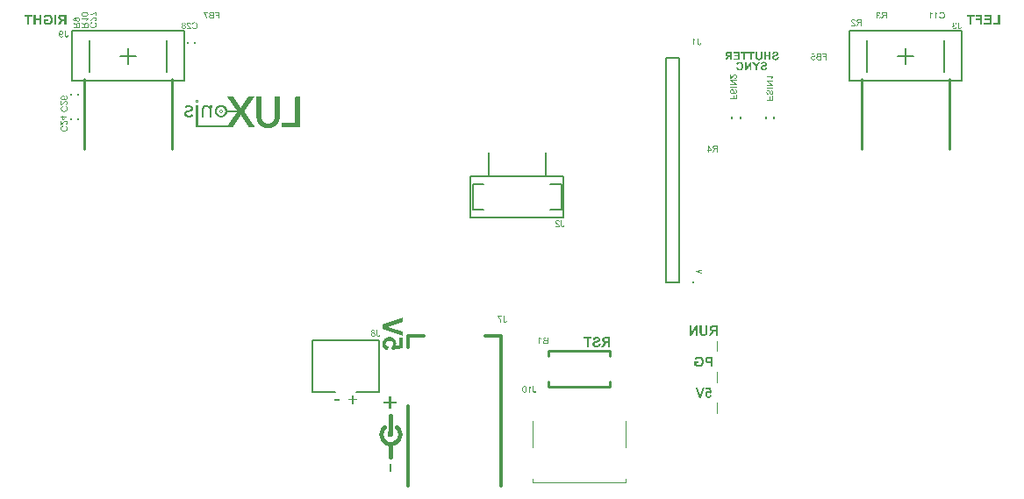
<source format=gbo>
G04*
G04 #@! TF.GenerationSoftware,Altium Limited,Altium Designer,21.2.2 (38)*
G04*
G04 Layer_Color=32896*
%FSLAX44Y44*%
%MOMM*%
G71*
G04*
G04 #@! TF.SameCoordinates,36405A5B-2418-4226-AFD0-962F11BE92B9*
G04*
G04*
G04 #@! TF.FilePolarity,Positive*
G04*
G01*
G75*
%ADD10C,0.1000*%
%ADD11C,0.2540*%
%ADD12C,0.2000*%
%ADD13C,0.2500*%
%ADD85C,0.2540*%
%ADD125C,0.4000*%
%ADD126C,0.6000*%
%ADD127C,0.3000*%
%ADD128C,0.1016*%
G36*
X-308643Y-22186D02*
X-308332D01*
Y-22225D01*
X-308216D01*
Y-22264D01*
X-308099D01*
Y-22303D01*
X-307983D01*
Y-22342D01*
X-307905D01*
Y-22380D01*
X-307866D01*
Y-22419D01*
X-307789D01*
Y-22458D01*
X-307750D01*
Y-22497D01*
X-307672D01*
Y-22536D01*
X-307634D01*
Y-22575D01*
X-307595D01*
Y-22613D01*
X-307556D01*
Y-22652D01*
X-307517D01*
Y-22691D01*
X-307478D01*
Y-22730D01*
X-307439D01*
Y-22769D01*
Y-22807D01*
X-307401D01*
Y-22846D01*
X-307362D01*
Y-22885D01*
Y-22924D01*
X-307323D01*
Y-22963D01*
Y-23001D01*
X-307284D01*
Y-23040D01*
Y-23079D01*
X-307245D01*
Y-23118D01*
Y-23157D01*
X-307207D01*
Y-23196D01*
Y-23234D01*
Y-23273D01*
X-307168D01*
Y-23312D01*
Y-23351D01*
Y-23390D01*
Y-23428D01*
Y-23467D01*
X-307129D01*
Y-23506D01*
Y-23545D01*
Y-23584D01*
Y-23623D01*
Y-23661D01*
Y-23700D01*
Y-23739D01*
Y-23778D01*
Y-23817D01*
Y-23855D01*
Y-23894D01*
Y-23933D01*
Y-23972D01*
Y-24011D01*
Y-24049D01*
X-307168D01*
Y-24088D01*
Y-24127D01*
Y-24166D01*
Y-24205D01*
Y-24244D01*
X-307207D01*
Y-24282D01*
Y-24321D01*
Y-24360D01*
X-307245D01*
Y-24399D01*
Y-24438D01*
X-307284D01*
Y-24476D01*
Y-24515D01*
X-307323D01*
Y-24554D01*
Y-24593D01*
X-307362D01*
Y-24632D01*
Y-24671D01*
X-307401D01*
Y-24709D01*
X-307439D01*
Y-24748D01*
Y-24787D01*
X-307478D01*
Y-24826D01*
X-307517D01*
Y-24865D01*
X-307556D01*
Y-24903D01*
X-307595D01*
Y-24942D01*
X-307634D01*
Y-24981D01*
X-307672D01*
Y-25020D01*
X-307750D01*
Y-25059D01*
X-307789D01*
Y-25097D01*
X-307866D01*
Y-25136D01*
X-307905D01*
Y-25175D01*
X-307983D01*
Y-25214D01*
X-308099D01*
Y-25253D01*
X-308177D01*
Y-25292D01*
X-308332D01*
Y-25330D01*
X-308604D01*
Y-25369D01*
X-308876D01*
Y-25330D01*
X-309147D01*
Y-25292D01*
X-309303D01*
Y-25253D01*
X-309419D01*
Y-25214D01*
X-309497D01*
Y-25175D01*
X-309574D01*
Y-25136D01*
X-309652D01*
Y-25097D01*
X-309691D01*
Y-25059D01*
X-309768D01*
Y-25020D01*
X-309807D01*
Y-24981D01*
X-309846D01*
Y-24942D01*
X-309885D01*
Y-24903D01*
X-309924D01*
Y-24865D01*
X-309962D01*
Y-24826D01*
X-310001D01*
Y-24787D01*
X-310040D01*
Y-24748D01*
X-310079D01*
Y-24709D01*
Y-24671D01*
X-310118D01*
Y-24632D01*
X-310156D01*
Y-24593D01*
Y-24554D01*
X-310195D01*
Y-24515D01*
Y-24476D01*
X-310234D01*
Y-24438D01*
Y-24399D01*
X-310273D01*
Y-24360D01*
Y-24321D01*
Y-24282D01*
X-310312D01*
Y-24244D01*
Y-24205D01*
Y-24166D01*
Y-24127D01*
X-310350D01*
Y-24088D01*
Y-24049D01*
Y-24011D01*
Y-23972D01*
Y-23933D01*
Y-23894D01*
Y-23855D01*
Y-23817D01*
Y-23778D01*
Y-23739D01*
Y-23700D01*
Y-23661D01*
Y-23623D01*
Y-23584D01*
Y-23545D01*
Y-23506D01*
Y-23467D01*
Y-23428D01*
Y-23390D01*
X-310312D01*
Y-23351D01*
Y-23312D01*
Y-23273D01*
Y-23234D01*
X-310273D01*
Y-23196D01*
Y-23157D01*
Y-23118D01*
X-310234D01*
Y-23079D01*
Y-23040D01*
X-310195D01*
Y-23001D01*
Y-22963D01*
X-310156D01*
Y-22924D01*
Y-22885D01*
X-310118D01*
Y-22846D01*
X-310079D01*
Y-22807D01*
Y-22769D01*
X-310040D01*
Y-22730D01*
X-310001D01*
Y-22691D01*
X-309962D01*
Y-22652D01*
X-309924D01*
Y-22613D01*
X-309885D01*
Y-22575D01*
X-309846D01*
Y-22536D01*
X-309807D01*
Y-22497D01*
X-309768D01*
Y-22458D01*
X-309691D01*
Y-22419D01*
X-309652D01*
Y-22380D01*
X-309574D01*
Y-22342D01*
X-309497D01*
Y-22303D01*
X-309419D01*
Y-22264D01*
X-309303D01*
Y-22225D01*
X-309147D01*
Y-22186D01*
X-308837D01*
Y-22148D01*
X-308643D01*
Y-22186D01*
D02*
G37*
G36*
X-253373Y-19547D02*
Y-19586D01*
X-253412D01*
Y-19625D01*
X-253450D01*
Y-19664D01*
X-253489D01*
Y-19702D01*
Y-19741D01*
X-253528D01*
Y-19780D01*
X-253567D01*
Y-19819D01*
Y-19858D01*
X-253606D01*
Y-19896D01*
X-253644D01*
Y-19935D01*
Y-19974D01*
X-253683D01*
Y-20013D01*
X-253722D01*
Y-20052D01*
X-253761D01*
Y-20090D01*
Y-20129D01*
X-253800D01*
Y-20168D01*
X-253839D01*
Y-20207D01*
Y-20246D01*
X-253877D01*
Y-20285D01*
X-253916D01*
Y-20323D01*
X-253955D01*
Y-20362D01*
Y-20401D01*
X-253994D01*
Y-20440D01*
X-254032D01*
Y-20479D01*
Y-20517D01*
X-254071D01*
Y-20556D01*
X-254110D01*
Y-20595D01*
X-254149D01*
Y-20634D01*
Y-20673D01*
X-254188D01*
Y-20712D01*
X-254227D01*
Y-20750D01*
Y-20789D01*
X-254265D01*
Y-20828D01*
X-254304D01*
Y-20867D01*
X-254343D01*
Y-20906D01*
Y-20944D01*
X-254382D01*
Y-20983D01*
X-254421D01*
Y-21022D01*
Y-21061D01*
X-254459D01*
Y-21100D01*
X-254498D01*
Y-21139D01*
X-254537D01*
Y-21177D01*
Y-21216D01*
X-254576D01*
Y-21255D01*
X-254615D01*
Y-21294D01*
Y-21332D01*
X-254653D01*
Y-21371D01*
X-254692D01*
Y-21410D01*
Y-21449D01*
X-254731D01*
Y-21488D01*
X-254770D01*
Y-21527D01*
X-254809D01*
Y-21565D01*
Y-21604D01*
X-254848D01*
Y-21643D01*
X-254886D01*
Y-21682D01*
Y-21721D01*
X-254925D01*
Y-21760D01*
X-254964D01*
Y-21798D01*
X-255003D01*
Y-21837D01*
Y-21876D01*
X-255042D01*
Y-21915D01*
X-255081D01*
Y-21954D01*
Y-21992D01*
X-255119D01*
Y-22031D01*
X-255158D01*
Y-22070D01*
X-255197D01*
Y-22109D01*
Y-22148D01*
X-255236D01*
Y-22186D01*
X-255275D01*
Y-22225D01*
Y-22264D01*
X-255313D01*
Y-22303D01*
X-255352D01*
Y-22342D01*
X-255391D01*
Y-22380D01*
Y-22419D01*
X-255430D01*
Y-22458D01*
X-255469D01*
Y-22497D01*
Y-22536D01*
X-255507D01*
Y-22575D01*
X-255546D01*
Y-22613D01*
X-255585D01*
Y-22652D01*
Y-22691D01*
X-255624D01*
Y-22730D01*
X-255663D01*
Y-22769D01*
Y-22807D01*
X-255702D01*
Y-22846D01*
X-255740D01*
Y-22885D01*
Y-22924D01*
X-255779D01*
Y-22963D01*
X-255818D01*
Y-23001D01*
X-255857D01*
Y-23040D01*
Y-23079D01*
X-255896D01*
Y-23118D01*
X-255934D01*
Y-23157D01*
Y-23196D01*
X-255973D01*
Y-23234D01*
X-256012D01*
Y-23273D01*
X-256051D01*
Y-23312D01*
Y-23351D01*
X-256090D01*
Y-23390D01*
X-256128D01*
Y-23428D01*
Y-23467D01*
X-256167D01*
Y-23506D01*
X-256206D01*
Y-23545D01*
X-256245D01*
Y-23584D01*
Y-23623D01*
X-256284D01*
Y-23661D01*
X-256322D01*
Y-23700D01*
Y-23739D01*
X-256361D01*
Y-23778D01*
X-256400D01*
Y-23817D01*
X-256439D01*
Y-23855D01*
Y-23894D01*
X-256478D01*
Y-23933D01*
X-256516D01*
Y-23972D01*
Y-24011D01*
X-256555D01*
Y-24049D01*
X-256594D01*
Y-24088D01*
X-256633D01*
Y-24127D01*
Y-24166D01*
X-256672D01*
Y-24205D01*
X-256711D01*
Y-24244D01*
Y-24282D01*
X-256749D01*
Y-24321D01*
X-256788D01*
Y-24360D01*
Y-24399D01*
X-256827D01*
Y-24438D01*
X-256866D01*
Y-24476D01*
X-256905D01*
Y-24515D01*
Y-24554D01*
X-256943D01*
Y-24593D01*
X-256982D01*
Y-24632D01*
Y-24671D01*
X-257021D01*
Y-24709D01*
X-257060D01*
Y-24748D01*
X-257099D01*
Y-24787D01*
Y-24826D01*
X-257138D01*
Y-24865D01*
X-257176D01*
Y-24903D01*
Y-24942D01*
X-257215D01*
Y-24981D01*
X-257254D01*
Y-25020D01*
X-257293D01*
Y-25059D01*
Y-25097D01*
X-257332D01*
Y-25136D01*
X-257370D01*
Y-25175D01*
Y-25214D01*
X-257409D01*
Y-25253D01*
X-257448D01*
Y-25292D01*
X-257487D01*
Y-25330D01*
Y-25369D01*
X-257526D01*
Y-25408D01*
X-257565D01*
Y-25447D01*
Y-25486D01*
X-257603D01*
Y-25524D01*
X-257642D01*
Y-25563D01*
X-257681D01*
Y-25602D01*
Y-25641D01*
X-257720D01*
Y-25680D01*
X-257759D01*
Y-25718D01*
Y-25757D01*
X-257797D01*
Y-25796D01*
X-257836D01*
Y-25835D01*
X-257875D01*
Y-25874D01*
Y-25912D01*
X-257914D01*
Y-25951D01*
X-257953D01*
Y-25990D01*
Y-26029D01*
X-257992D01*
Y-26068D01*
X-258030D01*
Y-26107D01*
Y-26145D01*
X-258069D01*
Y-26184D01*
X-258108D01*
Y-26223D01*
X-258147D01*
Y-26262D01*
Y-26301D01*
X-258186D01*
Y-26339D01*
X-258224D01*
Y-26378D01*
Y-26417D01*
X-258263D01*
Y-26456D01*
X-258302D01*
Y-26495D01*
X-258341D01*
Y-26534D01*
Y-26572D01*
X-258380D01*
Y-26611D01*
X-258418D01*
Y-26650D01*
Y-26689D01*
X-258457D01*
Y-26728D01*
X-258496D01*
Y-26766D01*
X-258535D01*
Y-26805D01*
Y-26844D01*
X-258574D01*
Y-26883D01*
X-258612D01*
Y-26922D01*
Y-26960D01*
X-258651D01*
Y-26999D01*
X-258690D01*
Y-27038D01*
X-258729D01*
Y-27077D01*
Y-27116D01*
X-258768D01*
Y-27155D01*
X-258806D01*
Y-27193D01*
Y-27232D01*
X-258845D01*
Y-27271D01*
X-258884D01*
Y-27310D01*
X-258923D01*
Y-27349D01*
Y-27387D01*
X-258962D01*
Y-27426D01*
X-259001D01*
Y-27465D01*
Y-27504D01*
X-259039D01*
Y-27543D01*
X-259078D01*
Y-27581D01*
Y-27620D01*
X-259117D01*
Y-27659D01*
X-259156D01*
Y-27698D01*
X-259195D01*
Y-27737D01*
Y-27775D01*
X-259233D01*
Y-27814D01*
X-259272D01*
Y-27853D01*
Y-27892D01*
X-259311D01*
Y-27931D01*
X-259350D01*
Y-27970D01*
X-259389D01*
Y-28008D01*
Y-28047D01*
X-259428D01*
Y-28086D01*
X-259466D01*
Y-28125D01*
Y-28164D01*
X-259505D01*
Y-28203D01*
X-259544D01*
Y-28241D01*
X-259583D01*
Y-28280D01*
Y-28319D01*
X-259622D01*
Y-28358D01*
X-259660D01*
Y-28396D01*
Y-28435D01*
X-259699D01*
Y-28474D01*
X-259738D01*
Y-28513D01*
X-259777D01*
Y-28552D01*
Y-28591D01*
X-259816D01*
Y-28629D01*
X-259855D01*
Y-28668D01*
Y-28707D01*
X-259893D01*
Y-28746D01*
X-259932D01*
Y-28785D01*
X-259971D01*
Y-28823D01*
Y-28862D01*
X-260010D01*
Y-28901D01*
X-260049D01*
Y-28940D01*
Y-28979D01*
X-260087D01*
Y-29018D01*
X-260126D01*
Y-29056D01*
Y-29095D01*
X-260165D01*
Y-29134D01*
X-260204D01*
Y-29173D01*
X-260243D01*
Y-29212D01*
Y-29250D01*
X-260281D01*
Y-29289D01*
X-260320D01*
Y-29328D01*
Y-29367D01*
X-260359D01*
Y-29406D01*
X-260398D01*
Y-29444D01*
X-260437D01*
Y-29483D01*
Y-29522D01*
X-260476D01*
Y-29561D01*
X-260514D01*
Y-29600D01*
Y-29639D01*
X-260553D01*
Y-29677D01*
X-260592D01*
Y-29716D01*
X-260631D01*
Y-29755D01*
Y-29794D01*
X-260670D01*
Y-29833D01*
X-260708D01*
Y-29871D01*
Y-29910D01*
X-260747D01*
Y-29949D01*
X-260786D01*
Y-29988D01*
X-260825D01*
Y-30027D01*
Y-30066D01*
X-260864D01*
Y-30104D01*
X-260902D01*
Y-30143D01*
Y-30182D01*
X-260941D01*
Y-30221D01*
X-260980D01*
Y-30260D01*
X-261019D01*
Y-30298D01*
Y-30337D01*
X-261058D01*
Y-30376D01*
X-261096D01*
Y-30415D01*
Y-30454D01*
X-261135D01*
Y-30492D01*
X-261174D01*
Y-30531D01*
Y-30570D01*
X-261213D01*
Y-30609D01*
X-261252D01*
Y-30648D01*
X-261291D01*
Y-30687D01*
Y-30725D01*
X-261329D01*
Y-30764D01*
X-261368D01*
Y-30803D01*
Y-30842D01*
X-261407D01*
Y-30881D01*
X-261446D01*
Y-30919D01*
X-261485D01*
Y-30958D01*
Y-30997D01*
X-261523D01*
Y-31036D01*
X-261562D01*
Y-31075D01*
Y-31114D01*
X-261601D01*
Y-31152D01*
X-261640D01*
Y-31191D01*
X-261679D01*
Y-31230D01*
Y-31269D01*
X-261717D01*
Y-31308D01*
X-261756D01*
Y-31346D01*
Y-31385D01*
X-261795D01*
Y-31424D01*
X-261834D01*
Y-31463D01*
X-261873D01*
Y-31502D01*
Y-31540D01*
X-261912D01*
Y-31579D01*
X-261950D01*
Y-31618D01*
Y-31657D01*
X-261989D01*
Y-31696D01*
X-262028D01*
Y-31734D01*
X-262067D01*
Y-31773D01*
Y-31812D01*
X-262106D01*
Y-31851D01*
X-262145D01*
Y-31890D01*
Y-31929D01*
X-262183D01*
Y-31967D01*
X-262222D01*
Y-32006D01*
X-262261D01*
Y-32045D01*
Y-32084D01*
X-262300D01*
Y-32123D01*
X-262339D01*
Y-32161D01*
Y-32200D01*
X-262377D01*
Y-32239D01*
X-262416D01*
Y-32278D01*
Y-32317D01*
X-262455D01*
Y-32355D01*
X-262494D01*
Y-32394D01*
X-262533D01*
Y-32433D01*
Y-32472D01*
X-262571D01*
Y-32511D01*
X-262610D01*
Y-32550D01*
Y-32588D01*
X-262649D01*
Y-32627D01*
X-262688D01*
Y-32666D01*
X-262727D01*
Y-32705D01*
Y-32744D01*
X-262766D01*
Y-32782D01*
X-262804D01*
Y-32821D01*
Y-32860D01*
X-262843D01*
Y-32899D01*
X-262882D01*
Y-32938D01*
X-262921D01*
Y-32977D01*
Y-33015D01*
X-262959D01*
Y-33054D01*
X-262998D01*
Y-33093D01*
Y-33132D01*
X-263037D01*
Y-33171D01*
X-263076D01*
Y-33209D01*
X-263115D01*
Y-33248D01*
Y-33287D01*
X-263154D01*
Y-33326D01*
X-263193D01*
Y-33365D01*
Y-33403D01*
X-263231D01*
Y-33442D01*
X-263270D01*
Y-33481D01*
Y-33520D01*
X-263231D01*
Y-33559D01*
X-263193D01*
Y-33598D01*
Y-33636D01*
X-263154D01*
Y-33675D01*
X-263115D01*
Y-33714D01*
Y-33753D01*
X-263076D01*
Y-33792D01*
X-263037D01*
Y-33830D01*
Y-33869D01*
X-262998D01*
Y-33908D01*
X-262959D01*
Y-33947D01*
Y-33986D01*
X-262921D01*
Y-34025D01*
X-262882D01*
Y-34063D01*
Y-34102D01*
X-262843D01*
Y-34141D01*
X-262804D01*
Y-34180D01*
X-262766D01*
Y-34218D01*
Y-34257D01*
X-262727D01*
Y-34296D01*
X-262688D01*
Y-34335D01*
Y-34374D01*
X-262649D01*
Y-34413D01*
X-262610D01*
Y-34451D01*
Y-34490D01*
X-262571D01*
Y-34529D01*
X-262533D01*
Y-34568D01*
Y-34607D01*
X-262494D01*
Y-34645D01*
X-262455D01*
Y-34684D01*
X-262416D01*
Y-34723D01*
Y-34762D01*
X-262377D01*
Y-34801D01*
X-262339D01*
Y-34839D01*
Y-34878D01*
X-262300D01*
Y-34917D01*
X-262261D01*
Y-34956D01*
Y-34995D01*
X-262222D01*
Y-35034D01*
X-262183D01*
Y-35072D01*
Y-35111D01*
X-262145D01*
Y-35150D01*
X-262106D01*
Y-35189D01*
X-262067D01*
Y-35228D01*
Y-35266D01*
X-262028D01*
Y-35305D01*
X-261989D01*
Y-35344D01*
Y-35383D01*
X-261950D01*
Y-35422D01*
X-261912D01*
Y-35461D01*
Y-35499D01*
X-261873D01*
Y-35538D01*
X-261834D01*
Y-35577D01*
Y-35616D01*
X-261795D01*
Y-35655D01*
X-261756D01*
Y-35693D01*
X-261717D01*
Y-35732D01*
Y-35771D01*
X-261679D01*
Y-35810D01*
X-261640D01*
Y-35849D01*
Y-35887D01*
X-261601D01*
Y-35926D01*
X-261562D01*
Y-35965D01*
Y-36004D01*
X-261523D01*
Y-36043D01*
X-261485D01*
Y-36082D01*
Y-36120D01*
X-261446D01*
Y-36159D01*
X-261407D01*
Y-36198D01*
X-261368D01*
Y-36237D01*
Y-36276D01*
X-261329D01*
Y-36314D01*
X-261291D01*
Y-36353D01*
Y-36392D01*
X-261252D01*
Y-36431D01*
X-261213D01*
Y-36470D01*
Y-36509D01*
X-261174D01*
Y-36547D01*
X-261135D01*
Y-36586D01*
Y-36625D01*
X-261096D01*
Y-36664D01*
X-261058D01*
Y-36703D01*
X-261019D01*
Y-36741D01*
Y-36780D01*
X-260980D01*
Y-36819D01*
X-260941D01*
Y-36858D01*
Y-36897D01*
X-260902D01*
Y-36936D01*
X-260864D01*
Y-36974D01*
Y-37013D01*
X-260825D01*
Y-37052D01*
X-260786D01*
Y-37091D01*
Y-37129D01*
X-260747D01*
Y-37168D01*
X-260708D01*
Y-37207D01*
X-260670D01*
Y-37246D01*
Y-37285D01*
X-260631D01*
Y-37324D01*
X-260592D01*
Y-37362D01*
Y-37401D01*
X-260553D01*
Y-37440D01*
X-260514D01*
Y-37479D01*
Y-37518D01*
X-260476D01*
Y-37556D01*
X-260437D01*
Y-37595D01*
Y-37634D01*
X-260398D01*
Y-37673D01*
X-260359D01*
Y-37712D01*
X-260320D01*
Y-37750D01*
Y-37789D01*
X-260281D01*
Y-37828D01*
X-260243D01*
Y-37867D01*
Y-37906D01*
X-260204D01*
Y-37945D01*
X-260165D01*
Y-37983D01*
Y-38022D01*
X-260126D01*
Y-38061D01*
X-260087D01*
Y-38100D01*
Y-38139D01*
X-260049D01*
Y-38177D01*
X-260010D01*
Y-38216D01*
X-259971D01*
Y-38255D01*
Y-38294D01*
X-259932D01*
Y-38333D01*
X-259893D01*
Y-38372D01*
Y-38410D01*
X-259855D01*
Y-38449D01*
X-259816D01*
Y-38488D01*
Y-38527D01*
X-259777D01*
Y-38566D01*
X-259738D01*
Y-38604D01*
Y-38643D01*
X-259699D01*
Y-38682D01*
X-259660D01*
Y-38721D01*
Y-38760D01*
X-259622D01*
Y-38798D01*
X-259583D01*
Y-38837D01*
X-259544D01*
Y-38876D01*
Y-38915D01*
X-259505D01*
Y-38954D01*
X-259466D01*
Y-38993D01*
Y-39031D01*
X-259428D01*
Y-39070D01*
X-259389D01*
Y-39109D01*
Y-39148D01*
X-259350D01*
Y-39187D01*
X-259311D01*
Y-39225D01*
Y-39264D01*
X-259272D01*
Y-39303D01*
X-259233D01*
Y-39342D01*
X-259195D01*
Y-39381D01*
Y-39420D01*
X-259156D01*
Y-39458D01*
X-259117D01*
Y-39497D01*
Y-39536D01*
X-259078D01*
Y-39575D01*
X-259039D01*
Y-39614D01*
Y-39652D01*
X-259001D01*
Y-39691D01*
X-258962D01*
Y-39730D01*
Y-39769D01*
X-258923D01*
Y-39808D01*
X-258884D01*
Y-39846D01*
X-258845D01*
Y-39885D01*
Y-39924D01*
X-258806D01*
Y-39963D01*
X-258768D01*
Y-40002D01*
Y-40040D01*
X-258729D01*
Y-40079D01*
X-258690D01*
Y-40118D01*
Y-40157D01*
X-258651D01*
Y-40196D01*
X-258612D01*
Y-40235D01*
Y-40273D01*
X-258574D01*
Y-40312D01*
X-258535D01*
Y-40351D01*
X-258496D01*
Y-40390D01*
Y-40429D01*
X-258457D01*
Y-40468D01*
X-258418D01*
Y-40506D01*
Y-40545D01*
X-258380D01*
Y-40584D01*
X-258341D01*
Y-40623D01*
Y-40662D01*
X-258302D01*
Y-40700D01*
X-258263D01*
Y-40739D01*
Y-40778D01*
X-258224D01*
Y-40817D01*
X-258186D01*
Y-40856D01*
X-258147D01*
Y-40894D01*
Y-40933D01*
X-258108D01*
Y-40972D01*
X-258069D01*
Y-41011D01*
Y-41050D01*
X-258030D01*
Y-41089D01*
X-257992D01*
Y-41127D01*
Y-41166D01*
X-257953D01*
Y-41205D01*
X-257914D01*
Y-41244D01*
Y-41283D01*
X-257875D01*
Y-41321D01*
X-257836D01*
Y-41360D01*
X-257797D01*
Y-41399D01*
Y-41438D01*
X-257759D01*
Y-41477D01*
X-257720D01*
Y-41515D01*
Y-41554D01*
X-257681D01*
Y-41593D01*
X-257642D01*
Y-41632D01*
Y-41671D01*
X-257603D01*
Y-41709D01*
X-257565D01*
Y-41748D01*
Y-41787D01*
X-257526D01*
Y-41826D01*
X-257487D01*
Y-41865D01*
X-257448D01*
Y-41904D01*
Y-41942D01*
X-257409D01*
Y-41981D01*
X-257370D01*
Y-42020D01*
Y-42059D01*
X-257332D01*
Y-42098D01*
X-257293D01*
Y-42136D01*
Y-42175D01*
X-257254D01*
Y-42214D01*
X-257215D01*
Y-42253D01*
Y-42292D01*
X-257176D01*
Y-42330D01*
X-257138D01*
Y-42369D01*
X-257099D01*
Y-42408D01*
Y-42447D01*
X-257060D01*
Y-42486D01*
X-257021D01*
Y-42524D01*
Y-42563D01*
X-256982D01*
Y-42602D01*
X-256943D01*
Y-42641D01*
Y-42680D01*
X-256905D01*
Y-42719D01*
X-256866D01*
Y-42757D01*
Y-42796D01*
X-256827D01*
Y-42835D01*
X-256788D01*
Y-42874D01*
Y-42913D01*
X-256749D01*
Y-42951D01*
X-256711D01*
Y-42990D01*
X-256672D01*
Y-43029D01*
Y-43068D01*
X-256633D01*
Y-43107D01*
X-256594D01*
Y-43146D01*
Y-43184D01*
X-256555D01*
Y-43223D01*
X-256516D01*
Y-43262D01*
Y-43301D01*
X-256478D01*
Y-43340D01*
X-256439D01*
Y-43378D01*
Y-43417D01*
X-256400D01*
Y-43456D01*
X-256361D01*
Y-43495D01*
X-256322D01*
Y-43534D01*
Y-43573D01*
X-256284D01*
Y-43611D01*
X-256245D01*
Y-43650D01*
Y-43689D01*
X-256206D01*
Y-43728D01*
X-256167D01*
Y-43767D01*
Y-43805D01*
X-256128D01*
Y-43844D01*
X-256090D01*
Y-43883D01*
Y-43922D01*
X-256051D01*
Y-43961D01*
X-256012D01*
Y-44000D01*
X-255973D01*
Y-44038D01*
Y-44077D01*
X-255934D01*
Y-44116D01*
X-255896D01*
Y-44155D01*
Y-44194D01*
X-255857D01*
Y-44232D01*
X-255818D01*
Y-44271D01*
Y-44310D01*
X-255779D01*
Y-44349D01*
X-255740D01*
Y-44388D01*
Y-44426D01*
X-255702D01*
Y-44465D01*
X-255663D01*
Y-44504D01*
X-255624D01*
Y-44543D01*
Y-44582D01*
X-255585D01*
Y-44620D01*
X-255546D01*
Y-44659D01*
Y-44698D01*
X-255507D01*
Y-44737D01*
X-255469D01*
Y-44776D01*
Y-44815D01*
X-255430D01*
Y-44853D01*
X-255391D01*
Y-44892D01*
Y-44931D01*
X-255352D01*
Y-44970D01*
X-255313D01*
Y-45009D01*
X-255275D01*
Y-45047D01*
Y-45086D01*
X-255236D01*
Y-45125D01*
X-255197D01*
Y-45164D01*
Y-45203D01*
X-255158D01*
Y-45241D01*
X-255119D01*
Y-45280D01*
Y-45319D01*
X-255081D01*
Y-45358D01*
X-255042D01*
Y-45397D01*
Y-45436D01*
X-255003D01*
Y-45474D01*
X-254964D01*
Y-45513D01*
X-254925D01*
Y-45552D01*
Y-45591D01*
X-254886D01*
Y-45630D01*
X-254848D01*
Y-45668D01*
Y-45707D01*
X-254809D01*
Y-45746D01*
X-254770D01*
Y-45785D01*
Y-45824D01*
X-254731D01*
Y-45862D01*
X-254692D01*
Y-45901D01*
Y-45940D01*
X-254653D01*
Y-45979D01*
X-254615D01*
Y-46018D01*
X-254576D01*
Y-46056D01*
Y-46095D01*
X-254537D01*
Y-46134D01*
X-254498D01*
Y-46173D01*
Y-46212D01*
X-254459D01*
Y-46251D01*
X-254421D01*
Y-46289D01*
Y-46328D01*
X-254382D01*
Y-46367D01*
X-254343D01*
Y-46406D01*
Y-46445D01*
X-254304D01*
Y-46483D01*
X-254265D01*
Y-46522D01*
X-254227D01*
Y-46561D01*
Y-46600D01*
X-254188D01*
Y-46639D01*
X-254149D01*
Y-46678D01*
Y-46716D01*
X-254110D01*
Y-46755D01*
X-254071D01*
Y-46794D01*
Y-46833D01*
X-254032D01*
Y-46872D01*
X-253994D01*
Y-46911D01*
Y-46949D01*
X-253955D01*
Y-46988D01*
X-253916D01*
Y-47027D01*
X-253877D01*
Y-47066D01*
Y-47105D01*
X-253839D01*
Y-47143D01*
X-253800D01*
Y-47182D01*
Y-47221D01*
X-253761D01*
Y-47260D01*
X-253722D01*
Y-47299D01*
Y-47337D01*
X-253683D01*
Y-47376D01*
X-253644D01*
Y-47415D01*
Y-47454D01*
X-253606D01*
Y-47493D01*
X-253567D01*
Y-47531D01*
Y-47570D01*
X-253528D01*
Y-47609D01*
X-253489D01*
Y-47648D01*
X-253450D01*
Y-47687D01*
Y-47726D01*
X-253412D01*
Y-47764D01*
X-253373D01*
Y-47803D01*
Y-47842D01*
X-253334D01*
Y-47881D01*
X-253295D01*
Y-47920D01*
Y-47958D01*
X-253256D01*
Y-47997D01*
X-253217D01*
Y-48036D01*
Y-48075D01*
X-253179D01*
Y-48114D01*
X-253140D01*
Y-48152D01*
X-253101D01*
Y-48191D01*
Y-48230D01*
X-253062D01*
Y-48269D01*
X-253023D01*
Y-48308D01*
Y-48347D01*
X-252985D01*
Y-48385D01*
X-252946D01*
Y-48424D01*
Y-48463D01*
X-252907D01*
Y-48502D01*
X-252868D01*
Y-48541D01*
Y-48579D01*
X-252829D01*
Y-48618D01*
X-252791D01*
Y-48657D01*
X-252752D01*
Y-48696D01*
Y-48735D01*
X-252713D01*
Y-48773D01*
X-252674D01*
Y-48812D01*
Y-48851D01*
X-252635D01*
Y-48890D01*
X-252596D01*
Y-48929D01*
X-258418D01*
Y-48890D01*
X-258457D01*
Y-48851D01*
X-258496D01*
Y-48812D01*
Y-48773D01*
X-258535D01*
Y-48735D01*
X-258574D01*
Y-48696D01*
Y-48657D01*
X-258612D01*
Y-48618D01*
X-258651D01*
Y-48579D01*
Y-48541D01*
X-258690D01*
Y-48502D01*
X-258729D01*
Y-48463D01*
Y-48424D01*
X-258768D01*
Y-48385D01*
X-258806D01*
Y-48347D01*
Y-48308D01*
X-258845D01*
Y-48269D01*
X-258884D01*
Y-48230D01*
Y-48191D01*
X-258923D01*
Y-48152D01*
X-258962D01*
Y-48114D01*
Y-48075D01*
X-259001D01*
Y-48036D01*
X-259039D01*
Y-47997D01*
Y-47958D01*
X-259078D01*
Y-47920D01*
X-259117D01*
Y-47881D01*
Y-47842D01*
X-259156D01*
Y-47803D01*
X-259195D01*
Y-47764D01*
Y-47726D01*
X-259233D01*
Y-47687D01*
X-259272D01*
Y-47648D01*
Y-47609D01*
X-259311D01*
Y-47570D01*
X-259350D01*
Y-47531D01*
Y-47493D01*
X-259389D01*
Y-47454D01*
X-259428D01*
Y-47415D01*
Y-47376D01*
X-259466D01*
Y-47337D01*
X-259505D01*
Y-47299D01*
Y-47260D01*
X-259544D01*
Y-47221D01*
X-259583D01*
Y-47182D01*
Y-47143D01*
X-259622D01*
Y-47105D01*
X-259660D01*
Y-47066D01*
Y-47027D01*
X-259699D01*
Y-46988D01*
X-259738D01*
Y-46949D01*
Y-46911D01*
X-259777D01*
Y-46872D01*
X-259816D01*
Y-46833D01*
Y-46794D01*
X-259855D01*
Y-46755D01*
X-259893D01*
Y-46716D01*
Y-46678D01*
X-259932D01*
Y-46639D01*
X-259971D01*
Y-46600D01*
X-260010D01*
Y-46561D01*
Y-46522D01*
X-260049D01*
Y-46483D01*
X-260087D01*
Y-46445D01*
Y-46406D01*
X-260126D01*
Y-46367D01*
X-260165D01*
Y-46328D01*
Y-46289D01*
X-260204D01*
Y-46251D01*
X-260243D01*
Y-46212D01*
Y-46173D01*
X-260281D01*
Y-46134D01*
X-260320D01*
Y-46095D01*
Y-46056D01*
X-260359D01*
Y-46018D01*
X-260398D01*
Y-45979D01*
Y-45940D01*
X-260437D01*
Y-45901D01*
X-260476D01*
Y-45862D01*
Y-45824D01*
X-260514D01*
Y-45785D01*
X-260553D01*
Y-45746D01*
Y-45707D01*
X-260592D01*
Y-45668D01*
X-260631D01*
Y-45630D01*
Y-45591D01*
X-260670D01*
Y-45552D01*
X-260708D01*
Y-45513D01*
Y-45474D01*
X-260747D01*
Y-45436D01*
X-260786D01*
Y-45397D01*
Y-45358D01*
X-260825D01*
Y-45319D01*
X-260864D01*
Y-45280D01*
Y-45241D01*
X-260902D01*
Y-45203D01*
X-260941D01*
Y-45164D01*
Y-45125D01*
X-260980D01*
Y-45086D01*
X-261019D01*
Y-45047D01*
Y-45009D01*
X-261058D01*
Y-44970D01*
X-261096D01*
Y-44931D01*
Y-44892D01*
X-261135D01*
Y-44853D01*
X-261174D01*
Y-44815D01*
Y-44776D01*
X-261213D01*
Y-44737D01*
X-261252D01*
Y-44698D01*
Y-44659D01*
X-261291D01*
Y-44620D01*
X-261329D01*
Y-44582D01*
Y-44543D01*
X-261368D01*
Y-44504D01*
X-261407D01*
Y-44465D01*
Y-44426D01*
X-261446D01*
Y-44388D01*
X-261485D01*
Y-44349D01*
Y-44310D01*
X-261523D01*
Y-44271D01*
X-261562D01*
Y-44232D01*
Y-44194D01*
X-261601D01*
Y-44155D01*
X-261640D01*
Y-44116D01*
Y-44077D01*
X-261679D01*
Y-44038D01*
X-261717D01*
Y-44000D01*
X-261756D01*
Y-43961D01*
Y-43922D01*
X-261795D01*
Y-43883D01*
X-261834D01*
Y-43844D01*
Y-43805D01*
X-261873D01*
Y-43767D01*
X-261912D01*
Y-43728D01*
Y-43689D01*
X-261950D01*
Y-43650D01*
X-261989D01*
Y-43611D01*
Y-43573D01*
X-262028D01*
Y-43534D01*
X-262067D01*
Y-43495D01*
Y-43456D01*
X-262106D01*
Y-43417D01*
X-262145D01*
Y-43378D01*
Y-43340D01*
X-262183D01*
Y-43301D01*
X-262222D01*
Y-43262D01*
Y-43223D01*
X-262261D01*
Y-43184D01*
X-262300D01*
Y-43146D01*
Y-43107D01*
X-262339D01*
Y-43068D01*
X-262377D01*
Y-43029D01*
Y-42990D01*
X-262416D01*
Y-42951D01*
X-262455D01*
Y-42913D01*
Y-42874D01*
X-262494D01*
Y-42835D01*
X-262533D01*
Y-42796D01*
Y-42757D01*
X-262571D01*
Y-42719D01*
X-262610D01*
Y-42680D01*
Y-42641D01*
X-262649D01*
Y-42602D01*
X-262688D01*
Y-42563D01*
Y-42524D01*
X-262727D01*
Y-42486D01*
X-262766D01*
Y-42447D01*
Y-42408D01*
X-262804D01*
Y-42369D01*
X-262843D01*
Y-42330D01*
Y-42292D01*
X-262882D01*
Y-42253D01*
X-262921D01*
Y-42214D01*
Y-42175D01*
X-262959D01*
Y-42136D01*
X-262998D01*
Y-42098D01*
Y-42059D01*
X-263037D01*
Y-42020D01*
X-263076D01*
Y-41981D01*
Y-41942D01*
X-263115D01*
Y-41904D01*
X-263154D01*
Y-41865D01*
Y-41826D01*
X-263193D01*
Y-41787D01*
X-263231D01*
Y-41748D01*
Y-41709D01*
X-263270D01*
Y-41671D01*
X-263309D01*
Y-41632D01*
Y-41593D01*
X-263348D01*
Y-41554D01*
X-263386D01*
Y-41515D01*
X-263425D01*
Y-41477D01*
Y-41438D01*
X-263464D01*
Y-41399D01*
X-263503D01*
Y-41360D01*
Y-41321D01*
X-263542D01*
Y-41283D01*
X-263580D01*
Y-41244D01*
Y-41205D01*
X-263619D01*
Y-41166D01*
X-263658D01*
Y-41127D01*
Y-41089D01*
X-263697D01*
Y-41050D01*
X-263736D01*
Y-41011D01*
Y-40972D01*
X-263775D01*
Y-40933D01*
X-263813D01*
Y-40894D01*
Y-40856D01*
X-263852D01*
Y-40817D01*
X-263891D01*
Y-40778D01*
Y-40739D01*
X-263930D01*
Y-40700D01*
X-263969D01*
Y-40662D01*
Y-40623D01*
X-264007D01*
Y-40584D01*
X-264046D01*
Y-40545D01*
Y-40506D01*
X-264085D01*
Y-40468D01*
X-264124D01*
Y-40429D01*
Y-40390D01*
X-264163D01*
Y-40351D01*
X-264202D01*
Y-40312D01*
Y-40273D01*
X-264240D01*
Y-40235D01*
X-264279D01*
Y-40196D01*
Y-40157D01*
X-264318D01*
Y-40118D01*
X-264357D01*
Y-40079D01*
Y-40040D01*
X-264396D01*
Y-40002D01*
X-264434D01*
Y-39963D01*
Y-39924D01*
X-264473D01*
Y-39885D01*
X-264512D01*
Y-39846D01*
Y-39808D01*
X-264551D01*
Y-39769D01*
X-264590D01*
Y-39730D01*
Y-39691D01*
X-264629D01*
Y-39652D01*
X-264667D01*
Y-39614D01*
Y-39575D01*
X-264706D01*
Y-39536D01*
X-264745D01*
Y-39497D01*
Y-39458D01*
X-264784D01*
Y-39420D01*
X-264823D01*
Y-39381D01*
Y-39342D01*
X-264861D01*
Y-39303D01*
X-264900D01*
Y-39264D01*
Y-39225D01*
X-264939D01*
Y-39187D01*
X-264978D01*
Y-39148D01*
Y-39109D01*
X-265017D01*
Y-39070D01*
X-265056D01*
Y-39031D01*
X-265094D01*
Y-38993D01*
Y-38954D01*
X-265133D01*
Y-38915D01*
X-265172D01*
Y-38876D01*
Y-38837D01*
X-265211D01*
Y-38798D01*
X-265250D01*
Y-38760D01*
Y-38721D01*
X-265288D01*
Y-38682D01*
X-265327D01*
Y-38643D01*
Y-38604D01*
X-265366D01*
Y-38566D01*
X-265405D01*
Y-38527D01*
Y-38488D01*
X-265444D01*
Y-38449D01*
X-265482D01*
Y-38410D01*
Y-38372D01*
X-265521D01*
Y-38333D01*
X-265560D01*
Y-38294D01*
Y-38255D01*
X-265599D01*
Y-38216D01*
X-265638D01*
Y-38177D01*
Y-38139D01*
X-265676D01*
Y-38100D01*
X-265715D01*
Y-38061D01*
Y-38022D01*
X-265754D01*
Y-37983D01*
X-265793D01*
Y-37945D01*
Y-37906D01*
X-265832D01*
Y-37867D01*
X-265870D01*
Y-37828D01*
Y-37789D01*
X-265909D01*
Y-37750D01*
X-265948D01*
Y-37712D01*
Y-37673D01*
X-265987D01*
Y-37634D01*
X-266026D01*
Y-37595D01*
Y-37556D01*
X-266065D01*
Y-37518D01*
X-266103D01*
Y-37479D01*
Y-37440D01*
X-266142D01*
Y-37401D01*
X-266181D01*
Y-37362D01*
Y-37324D01*
X-266220D01*
Y-37285D01*
X-266259D01*
Y-37246D01*
Y-37207D01*
X-266297D01*
Y-37168D01*
X-266336D01*
Y-37129D01*
Y-37091D01*
X-266414D01*
Y-37129D01*
Y-37168D01*
X-266453D01*
Y-37207D01*
X-266492D01*
Y-37246D01*
X-266530D01*
Y-37285D01*
Y-37324D01*
X-266569D01*
Y-37362D01*
X-266608D01*
Y-37401D01*
Y-37440D01*
X-266647D01*
Y-37479D01*
X-266686D01*
Y-37518D01*
Y-37556D01*
X-266724D01*
Y-37595D01*
X-266763D01*
Y-37634D01*
Y-37673D01*
X-266802D01*
Y-37712D01*
X-266841D01*
Y-37750D01*
Y-37789D01*
X-266880D01*
Y-37828D01*
X-266919D01*
Y-37867D01*
Y-37906D01*
X-266957D01*
Y-37945D01*
X-266996D01*
Y-37983D01*
Y-38022D01*
X-267035D01*
Y-38061D01*
X-267074D01*
Y-38100D01*
Y-38139D01*
X-267113D01*
Y-38177D01*
X-267151D01*
Y-38216D01*
Y-38255D01*
X-267190D01*
Y-38294D01*
X-267229D01*
Y-38333D01*
Y-38372D01*
X-267268D01*
Y-38410D01*
X-267307D01*
Y-38449D01*
Y-38488D01*
X-267345D01*
Y-38527D01*
X-267384D01*
Y-38566D01*
Y-38604D01*
X-267423D01*
Y-38643D01*
X-267462D01*
Y-38682D01*
Y-38721D01*
X-267501D01*
Y-38760D01*
X-267540D01*
Y-38798D01*
Y-38837D01*
X-267578D01*
Y-38876D01*
X-267617D01*
Y-38915D01*
Y-38954D01*
X-267656D01*
Y-38993D01*
X-267695D01*
Y-39031D01*
Y-39070D01*
X-267734D01*
Y-39109D01*
X-267772D01*
Y-39148D01*
Y-39187D01*
X-267811D01*
Y-39225D01*
X-267850D01*
Y-39264D01*
Y-39303D01*
X-267889D01*
Y-39342D01*
X-267928D01*
Y-39381D01*
Y-39420D01*
X-267966D01*
Y-39458D01*
X-268005D01*
Y-39497D01*
Y-39536D01*
X-268044D01*
Y-39575D01*
X-268083D01*
Y-39614D01*
Y-39652D01*
X-268122D01*
Y-39691D01*
X-268160D01*
Y-39730D01*
Y-39769D01*
X-268199D01*
Y-39808D01*
X-268238D01*
Y-39846D01*
Y-39885D01*
X-268277D01*
Y-39924D01*
X-268316D01*
Y-39963D01*
Y-40002D01*
X-268355D01*
Y-40040D01*
X-268393D01*
Y-40079D01*
Y-40118D01*
X-268432D01*
Y-40157D01*
X-268471D01*
Y-40196D01*
Y-40235D01*
X-268510D01*
Y-40273D01*
X-268549D01*
Y-40312D01*
Y-40351D01*
X-268587D01*
Y-40390D01*
X-268626D01*
Y-40429D01*
Y-40468D01*
X-268665D01*
Y-40506D01*
X-268704D01*
Y-40545D01*
Y-40584D01*
X-268743D01*
Y-40623D01*
X-268782D01*
Y-40662D01*
Y-40700D01*
X-268820D01*
Y-40739D01*
X-268859D01*
Y-40778D01*
Y-40817D01*
X-268898D01*
Y-40856D01*
X-268937D01*
Y-40894D01*
Y-40933D01*
X-268976D01*
Y-40972D01*
X-269014D01*
Y-41011D01*
Y-41050D01*
X-269053D01*
Y-41089D01*
X-269092D01*
Y-41127D01*
Y-41166D01*
X-269131D01*
Y-41205D01*
X-269170D01*
Y-41244D01*
Y-41283D01*
X-269209D01*
Y-41321D01*
X-269247D01*
Y-41360D01*
Y-41399D01*
X-269286D01*
Y-41438D01*
X-269325D01*
Y-41477D01*
Y-41515D01*
X-269364D01*
Y-41554D01*
X-269403D01*
Y-41593D01*
Y-41632D01*
X-269441D01*
Y-41671D01*
X-269480D01*
Y-41709D01*
Y-41748D01*
X-269519D01*
Y-41787D01*
X-269558D01*
Y-41826D01*
Y-41865D01*
X-269597D01*
Y-41904D01*
X-269636D01*
Y-41942D01*
Y-41981D01*
X-269674D01*
Y-42020D01*
X-269713D01*
Y-42059D01*
Y-42098D01*
X-269752D01*
Y-42136D01*
X-269791D01*
Y-42175D01*
Y-42214D01*
X-269830D01*
Y-42253D01*
X-269868D01*
Y-42292D01*
Y-42330D01*
X-269907D01*
Y-42369D01*
X-269946D01*
Y-42408D01*
Y-42447D01*
X-269985D01*
Y-42486D01*
X-270024D01*
Y-42524D01*
Y-42563D01*
X-270062D01*
Y-42602D01*
X-270101D01*
Y-42641D01*
Y-42680D01*
X-270140D01*
Y-42719D01*
X-270179D01*
Y-42757D01*
Y-42796D01*
X-270218D01*
Y-42835D01*
X-270257D01*
Y-42874D01*
Y-42913D01*
X-270295D01*
Y-42951D01*
X-270334D01*
Y-42990D01*
Y-43029D01*
X-270373D01*
Y-43068D01*
X-270412D01*
Y-43107D01*
Y-43146D01*
X-270450D01*
Y-43184D01*
X-270489D01*
Y-43223D01*
Y-43262D01*
X-270528D01*
Y-43301D01*
X-270567D01*
Y-43340D01*
Y-43378D01*
X-270606D01*
Y-43417D01*
X-270645D01*
Y-43456D01*
Y-43495D01*
X-270683D01*
Y-43534D01*
X-270722D01*
Y-43573D01*
Y-43611D01*
X-270761D01*
Y-43650D01*
X-270800D01*
Y-43689D01*
Y-43728D01*
X-270839D01*
Y-43767D01*
X-270877D01*
Y-43805D01*
Y-43844D01*
X-270916D01*
Y-43883D01*
X-270955D01*
Y-43922D01*
X-270994D01*
Y-43961D01*
Y-44000D01*
X-271033D01*
Y-44038D01*
X-271071D01*
Y-44077D01*
Y-44116D01*
X-271110D01*
Y-44155D01*
X-271149D01*
Y-44194D01*
Y-44232D01*
X-271188D01*
Y-44271D01*
X-271227D01*
Y-44310D01*
Y-44349D01*
X-271266D01*
Y-44388D01*
X-271304D01*
Y-44426D01*
Y-44465D01*
X-271343D01*
Y-44504D01*
X-271382D01*
Y-44543D01*
Y-44582D01*
X-271421D01*
Y-44620D01*
X-271460D01*
Y-44659D01*
Y-44698D01*
X-271499D01*
Y-44737D01*
X-271537D01*
Y-44776D01*
Y-44815D01*
X-271576D01*
Y-44853D01*
X-271615D01*
Y-44892D01*
Y-44931D01*
X-271654D01*
Y-44970D01*
X-271693D01*
Y-45009D01*
Y-45047D01*
X-271731D01*
Y-45086D01*
X-271770D01*
Y-45125D01*
Y-45164D01*
X-271809D01*
Y-45203D01*
X-271848D01*
Y-45241D01*
Y-45280D01*
X-271887D01*
Y-45319D01*
X-271925D01*
Y-45358D01*
Y-45397D01*
X-271964D01*
Y-45436D01*
X-272003D01*
Y-45474D01*
Y-45513D01*
X-272042D01*
Y-45552D01*
X-272081D01*
Y-45591D01*
Y-45630D01*
X-272120D01*
Y-45668D01*
X-272158D01*
Y-45707D01*
Y-45746D01*
X-272197D01*
Y-45785D01*
X-272236D01*
Y-45824D01*
Y-45862D01*
X-272275D01*
Y-45901D01*
X-272314D01*
Y-45940D01*
Y-45979D01*
X-272352D01*
Y-46018D01*
X-272391D01*
Y-46056D01*
Y-46095D01*
X-272430D01*
Y-46134D01*
X-272469D01*
Y-46173D01*
Y-46212D01*
X-272508D01*
Y-46251D01*
X-272546D01*
Y-46289D01*
Y-46328D01*
X-272585D01*
Y-46367D01*
X-272624D01*
Y-46406D01*
Y-46445D01*
X-272663D01*
Y-46483D01*
X-272702D01*
Y-46522D01*
Y-46561D01*
X-272740D01*
Y-46600D01*
X-272779D01*
Y-46639D01*
Y-46678D01*
X-272818D01*
Y-46716D01*
X-272857D01*
Y-46755D01*
Y-46794D01*
X-272896D01*
Y-46833D01*
X-272935D01*
Y-46872D01*
Y-46911D01*
X-272973D01*
Y-46949D01*
X-273012D01*
Y-46988D01*
Y-47027D01*
X-273051D01*
Y-47066D01*
X-273090D01*
Y-47105D01*
Y-47143D01*
X-273129D01*
Y-47182D01*
X-273167D01*
Y-47221D01*
Y-47260D01*
X-273206D01*
Y-47299D01*
X-273245D01*
Y-47337D01*
Y-47376D01*
X-273284D01*
Y-47415D01*
X-273323D01*
Y-47454D01*
Y-47493D01*
X-273361D01*
Y-47531D01*
X-273400D01*
Y-47570D01*
Y-47609D01*
X-273439D01*
Y-47648D01*
X-273478D01*
Y-47687D01*
Y-47726D01*
X-273517D01*
Y-47764D01*
X-273556D01*
Y-47803D01*
Y-47842D01*
X-273594D01*
Y-47881D01*
X-273633D01*
Y-47920D01*
Y-47958D01*
X-273672D01*
Y-47997D01*
X-273711D01*
Y-48036D01*
Y-48075D01*
X-273750D01*
Y-48114D01*
X-273788D01*
Y-48152D01*
Y-48191D01*
X-273827D01*
Y-48230D01*
X-273866D01*
Y-48269D01*
Y-48308D01*
X-273905D01*
Y-48347D01*
X-273944D01*
Y-48385D01*
Y-48424D01*
X-273983D01*
Y-48463D01*
X-274021D01*
Y-48502D01*
Y-48541D01*
X-274060D01*
Y-48579D01*
X-274099D01*
Y-48618D01*
Y-48657D01*
X-274138D01*
Y-48696D01*
X-274177D01*
Y-48735D01*
Y-48773D01*
X-274215D01*
Y-48812D01*
X-274254D01*
Y-48851D01*
Y-48890D01*
X-274293D01*
Y-48929D01*
X-309652D01*
Y-48890D01*
Y-48851D01*
Y-48812D01*
Y-48773D01*
Y-48735D01*
Y-48696D01*
Y-48657D01*
Y-48618D01*
Y-48579D01*
Y-48541D01*
Y-48502D01*
Y-48463D01*
Y-48424D01*
Y-48385D01*
Y-48347D01*
Y-48308D01*
Y-48269D01*
Y-48230D01*
Y-48191D01*
Y-48152D01*
Y-48114D01*
Y-48075D01*
Y-48036D01*
Y-47997D01*
Y-47958D01*
Y-47920D01*
Y-47881D01*
Y-47842D01*
Y-47803D01*
Y-47764D01*
Y-47726D01*
Y-47687D01*
Y-47648D01*
Y-47609D01*
Y-47570D01*
Y-47531D01*
Y-47493D01*
Y-47454D01*
Y-47415D01*
Y-47376D01*
Y-47337D01*
Y-47299D01*
Y-47260D01*
Y-47221D01*
Y-47182D01*
Y-47143D01*
Y-47105D01*
Y-47066D01*
Y-47027D01*
Y-46988D01*
Y-46949D01*
Y-46911D01*
Y-46872D01*
Y-46833D01*
Y-46794D01*
Y-46755D01*
Y-46716D01*
Y-46678D01*
Y-46639D01*
Y-46600D01*
Y-46561D01*
Y-46522D01*
Y-46483D01*
Y-46445D01*
Y-46406D01*
Y-46367D01*
Y-46328D01*
Y-46289D01*
Y-46251D01*
Y-46212D01*
Y-46173D01*
Y-46134D01*
Y-46095D01*
Y-46056D01*
Y-46018D01*
Y-45979D01*
Y-45940D01*
Y-45901D01*
Y-45862D01*
Y-45824D01*
Y-45785D01*
Y-45746D01*
Y-45707D01*
Y-45668D01*
Y-45630D01*
Y-45591D01*
Y-45552D01*
Y-45513D01*
Y-45474D01*
Y-45436D01*
Y-45397D01*
Y-45358D01*
Y-45319D01*
Y-45280D01*
Y-45241D01*
Y-45203D01*
Y-45164D01*
Y-45125D01*
Y-45086D01*
Y-45047D01*
Y-45009D01*
Y-44970D01*
Y-44931D01*
Y-44892D01*
Y-44853D01*
Y-44815D01*
Y-44776D01*
Y-44737D01*
Y-44698D01*
Y-44659D01*
Y-44620D01*
Y-44582D01*
Y-44543D01*
Y-44504D01*
Y-44465D01*
Y-44426D01*
Y-44388D01*
Y-44349D01*
Y-44310D01*
Y-44271D01*
Y-44232D01*
Y-44194D01*
Y-44155D01*
Y-44116D01*
Y-44077D01*
Y-44038D01*
Y-44000D01*
Y-43961D01*
Y-43922D01*
Y-43883D01*
Y-43844D01*
Y-43805D01*
Y-43767D01*
Y-43728D01*
Y-43689D01*
Y-43650D01*
Y-43611D01*
Y-43573D01*
Y-43534D01*
Y-43495D01*
Y-43456D01*
Y-43417D01*
Y-43378D01*
Y-43340D01*
Y-43301D01*
Y-43262D01*
Y-43223D01*
Y-43184D01*
Y-43146D01*
Y-43107D01*
Y-43068D01*
Y-43029D01*
Y-42990D01*
Y-42951D01*
Y-42913D01*
Y-42874D01*
Y-42835D01*
Y-42796D01*
Y-42757D01*
Y-42719D01*
Y-42680D01*
Y-42641D01*
Y-42602D01*
Y-42563D01*
Y-42524D01*
Y-42486D01*
Y-42447D01*
Y-42408D01*
Y-42369D01*
Y-42330D01*
Y-42292D01*
Y-42253D01*
Y-42214D01*
Y-42175D01*
Y-42136D01*
Y-42098D01*
Y-42059D01*
Y-42020D01*
Y-41981D01*
Y-41942D01*
Y-41904D01*
Y-41865D01*
Y-41826D01*
Y-41787D01*
Y-41748D01*
Y-41709D01*
Y-41671D01*
Y-41632D01*
Y-41593D01*
Y-41554D01*
Y-41515D01*
Y-41477D01*
Y-41438D01*
Y-41399D01*
Y-41360D01*
Y-41321D01*
Y-41283D01*
Y-41244D01*
Y-41205D01*
Y-41166D01*
Y-41127D01*
Y-41089D01*
Y-41050D01*
Y-41011D01*
Y-40972D01*
Y-40933D01*
Y-40894D01*
Y-40856D01*
Y-40817D01*
Y-40778D01*
Y-40739D01*
Y-40700D01*
Y-40662D01*
Y-40623D01*
Y-40584D01*
Y-40545D01*
Y-40506D01*
Y-40468D01*
Y-40429D01*
Y-40390D01*
Y-40351D01*
Y-40312D01*
Y-40273D01*
Y-40235D01*
Y-40196D01*
Y-40157D01*
Y-40118D01*
Y-40079D01*
Y-40040D01*
Y-40002D01*
Y-39963D01*
Y-39924D01*
Y-39885D01*
Y-39846D01*
Y-39808D01*
Y-39769D01*
Y-39730D01*
Y-39691D01*
Y-39652D01*
Y-39614D01*
Y-39575D01*
Y-39536D01*
Y-39497D01*
Y-39458D01*
Y-39420D01*
Y-39381D01*
Y-39342D01*
Y-39303D01*
Y-39264D01*
Y-39225D01*
Y-39187D01*
Y-39148D01*
Y-39109D01*
Y-39070D01*
Y-39031D01*
Y-38993D01*
Y-38954D01*
Y-38915D01*
Y-38876D01*
Y-38837D01*
Y-38798D01*
Y-38760D01*
Y-38721D01*
Y-38682D01*
Y-38643D01*
Y-38604D01*
Y-38566D01*
Y-38527D01*
Y-38488D01*
Y-38449D01*
Y-38410D01*
Y-38372D01*
Y-38333D01*
Y-38294D01*
Y-38255D01*
Y-38216D01*
Y-38177D01*
Y-38139D01*
Y-38100D01*
Y-38061D01*
Y-38022D01*
Y-37983D01*
Y-37945D01*
Y-37906D01*
Y-37867D01*
Y-37828D01*
Y-37789D01*
Y-37750D01*
Y-37712D01*
Y-37673D01*
Y-37634D01*
Y-37595D01*
Y-37556D01*
Y-37518D01*
Y-37479D01*
Y-37440D01*
Y-37401D01*
Y-37362D01*
Y-37324D01*
Y-37285D01*
Y-37246D01*
Y-37207D01*
Y-37168D01*
Y-37129D01*
Y-37091D01*
Y-37052D01*
Y-37013D01*
Y-36974D01*
Y-36936D01*
Y-36897D01*
Y-36858D01*
Y-36819D01*
Y-36780D01*
Y-36741D01*
Y-36703D01*
Y-36664D01*
Y-36625D01*
Y-36586D01*
Y-36547D01*
Y-36509D01*
Y-36470D01*
Y-36431D01*
Y-36392D01*
Y-36353D01*
Y-36314D01*
Y-36276D01*
Y-36237D01*
Y-36198D01*
Y-36159D01*
Y-36120D01*
Y-36082D01*
Y-36043D01*
Y-36004D01*
Y-35965D01*
Y-35926D01*
Y-35887D01*
Y-35849D01*
Y-35810D01*
Y-35771D01*
Y-35732D01*
Y-35693D01*
Y-35655D01*
Y-35616D01*
Y-35577D01*
Y-35538D01*
Y-35499D01*
Y-35461D01*
Y-35422D01*
Y-35383D01*
Y-35344D01*
Y-35305D01*
Y-35266D01*
Y-35228D01*
Y-35189D01*
Y-35150D01*
Y-35111D01*
Y-35072D01*
Y-35034D01*
Y-34995D01*
Y-34956D01*
Y-34917D01*
Y-34878D01*
Y-34839D01*
Y-34801D01*
Y-34762D01*
Y-34723D01*
Y-34684D01*
Y-34645D01*
Y-34607D01*
Y-34568D01*
Y-34529D01*
Y-34490D01*
Y-34451D01*
Y-34413D01*
Y-34374D01*
Y-34335D01*
Y-34296D01*
Y-34257D01*
Y-34218D01*
Y-34180D01*
Y-34141D01*
Y-34102D01*
Y-34063D01*
Y-34025D01*
Y-33986D01*
Y-33947D01*
Y-33908D01*
Y-33869D01*
Y-33830D01*
Y-33792D01*
Y-33753D01*
Y-33714D01*
Y-33675D01*
Y-33636D01*
Y-33598D01*
Y-33559D01*
Y-33520D01*
Y-33481D01*
Y-33442D01*
Y-33403D01*
Y-33365D01*
Y-33326D01*
Y-33287D01*
Y-33248D01*
Y-33209D01*
Y-33171D01*
Y-33132D01*
Y-33093D01*
Y-33054D01*
Y-33015D01*
Y-32977D01*
Y-32938D01*
Y-32899D01*
Y-32860D01*
Y-32821D01*
Y-32782D01*
Y-32744D01*
Y-32705D01*
Y-32666D01*
Y-32627D01*
Y-32588D01*
Y-32550D01*
Y-32511D01*
Y-32472D01*
Y-32433D01*
Y-32394D01*
Y-32355D01*
Y-32317D01*
Y-32278D01*
Y-32239D01*
Y-32200D01*
Y-32161D01*
Y-32123D01*
Y-32084D01*
Y-32045D01*
Y-32006D01*
Y-31967D01*
Y-31929D01*
Y-31890D01*
Y-31851D01*
Y-31812D01*
Y-31773D01*
Y-31734D01*
Y-31696D01*
Y-31657D01*
Y-31618D01*
Y-31579D01*
Y-31540D01*
Y-31502D01*
Y-31463D01*
Y-31424D01*
Y-31385D01*
Y-31346D01*
Y-31308D01*
Y-31269D01*
Y-31230D01*
Y-31191D01*
Y-31152D01*
Y-31114D01*
Y-31075D01*
Y-31036D01*
Y-30997D01*
Y-30958D01*
Y-30919D01*
Y-30881D01*
Y-30842D01*
Y-30803D01*
Y-30764D01*
Y-30725D01*
Y-30687D01*
Y-30648D01*
Y-30609D01*
Y-30570D01*
Y-30531D01*
Y-30492D01*
Y-30454D01*
Y-30415D01*
Y-30376D01*
Y-30337D01*
Y-30298D01*
Y-30260D01*
Y-30221D01*
Y-30182D01*
Y-30143D01*
Y-30104D01*
Y-30066D01*
Y-30027D01*
Y-29988D01*
Y-29949D01*
Y-29910D01*
Y-29871D01*
Y-29833D01*
Y-29794D01*
Y-29755D01*
Y-29716D01*
Y-29677D01*
Y-29639D01*
Y-29600D01*
Y-29561D01*
Y-29522D01*
Y-29483D01*
Y-29444D01*
Y-29406D01*
Y-29367D01*
Y-29328D01*
Y-29289D01*
Y-29250D01*
Y-29212D01*
Y-29173D01*
Y-29134D01*
Y-29095D01*
Y-29056D01*
Y-29018D01*
Y-28979D01*
Y-28940D01*
Y-28901D01*
Y-28862D01*
Y-28823D01*
Y-28785D01*
Y-28746D01*
Y-28707D01*
Y-28668D01*
Y-28629D01*
Y-28591D01*
Y-28552D01*
Y-28513D01*
Y-28474D01*
Y-28435D01*
Y-28396D01*
Y-28358D01*
Y-28319D01*
Y-28280D01*
Y-28241D01*
Y-28203D01*
Y-28164D01*
Y-28125D01*
Y-28086D01*
Y-28047D01*
Y-28008D01*
Y-27970D01*
Y-27931D01*
Y-27892D01*
Y-27853D01*
X-307828D01*
Y-27892D01*
Y-27931D01*
Y-27970D01*
Y-28008D01*
Y-28047D01*
Y-28086D01*
Y-28125D01*
Y-28164D01*
Y-28203D01*
Y-28241D01*
Y-28280D01*
Y-28319D01*
Y-28358D01*
Y-28396D01*
Y-28435D01*
Y-28474D01*
Y-28513D01*
Y-28552D01*
Y-28591D01*
Y-28629D01*
Y-28668D01*
Y-28707D01*
Y-28746D01*
Y-28785D01*
Y-28823D01*
Y-28862D01*
Y-28901D01*
Y-28940D01*
Y-28979D01*
Y-29018D01*
Y-29056D01*
Y-29095D01*
Y-29134D01*
Y-29173D01*
Y-29212D01*
Y-29250D01*
Y-29289D01*
Y-29328D01*
Y-29367D01*
Y-29406D01*
Y-29444D01*
Y-29483D01*
Y-29522D01*
Y-29561D01*
Y-29600D01*
Y-29639D01*
Y-29677D01*
Y-29716D01*
Y-29755D01*
Y-29794D01*
Y-29833D01*
Y-29871D01*
Y-29910D01*
Y-29949D01*
Y-29988D01*
Y-30027D01*
Y-30066D01*
Y-30104D01*
Y-30143D01*
Y-30182D01*
Y-30221D01*
Y-30260D01*
Y-30298D01*
Y-30337D01*
Y-30376D01*
Y-30415D01*
Y-30454D01*
Y-30492D01*
Y-30531D01*
Y-30570D01*
Y-30609D01*
Y-30648D01*
Y-30687D01*
Y-30725D01*
Y-30764D01*
Y-30803D01*
Y-30842D01*
Y-30881D01*
Y-30919D01*
Y-30958D01*
Y-30997D01*
Y-31036D01*
Y-31075D01*
Y-31114D01*
Y-31152D01*
Y-31191D01*
Y-31230D01*
Y-31269D01*
Y-31308D01*
Y-31346D01*
Y-31385D01*
Y-31424D01*
Y-31463D01*
Y-31502D01*
Y-31540D01*
Y-31579D01*
Y-31618D01*
Y-31657D01*
Y-31696D01*
Y-31734D01*
Y-31773D01*
Y-31812D01*
Y-31851D01*
Y-31890D01*
Y-31929D01*
Y-31967D01*
Y-32006D01*
Y-32045D01*
Y-32084D01*
Y-32123D01*
Y-32161D01*
Y-32200D01*
Y-32239D01*
Y-32278D01*
Y-32317D01*
Y-32355D01*
Y-32394D01*
Y-32433D01*
Y-32472D01*
Y-32511D01*
Y-32550D01*
Y-32588D01*
Y-32627D01*
Y-32666D01*
Y-32705D01*
Y-32744D01*
Y-32782D01*
Y-32821D01*
Y-32860D01*
Y-32899D01*
Y-32938D01*
Y-32977D01*
Y-33015D01*
Y-33054D01*
Y-33093D01*
Y-33132D01*
Y-33171D01*
Y-33209D01*
Y-33248D01*
Y-33287D01*
Y-33326D01*
Y-33365D01*
Y-33403D01*
Y-33442D01*
Y-33481D01*
Y-33520D01*
Y-33559D01*
Y-33598D01*
Y-33636D01*
Y-33675D01*
Y-33714D01*
Y-33753D01*
Y-33792D01*
Y-33830D01*
Y-33869D01*
Y-33908D01*
Y-33947D01*
Y-33986D01*
Y-34025D01*
Y-34063D01*
Y-34102D01*
Y-34141D01*
Y-34180D01*
Y-34218D01*
Y-34257D01*
Y-34296D01*
Y-34335D01*
Y-34374D01*
Y-34413D01*
Y-34451D01*
Y-34490D01*
Y-34529D01*
Y-34568D01*
Y-34607D01*
Y-34645D01*
Y-34684D01*
Y-34723D01*
Y-34762D01*
Y-34801D01*
Y-34839D01*
Y-34878D01*
Y-34917D01*
Y-34956D01*
Y-34995D01*
Y-35034D01*
Y-35072D01*
Y-35111D01*
Y-35150D01*
Y-35189D01*
Y-35228D01*
Y-35266D01*
Y-35305D01*
Y-35344D01*
Y-35383D01*
Y-35422D01*
Y-35461D01*
Y-35499D01*
Y-35538D01*
Y-35577D01*
Y-35616D01*
Y-35655D01*
Y-35693D01*
Y-35732D01*
Y-35771D01*
Y-35810D01*
Y-35849D01*
Y-35887D01*
Y-35926D01*
Y-35965D01*
Y-36004D01*
Y-36043D01*
Y-36082D01*
Y-36120D01*
Y-36159D01*
Y-36198D01*
Y-36237D01*
Y-36276D01*
Y-36314D01*
Y-36353D01*
Y-36392D01*
Y-36431D01*
Y-36470D01*
Y-36509D01*
Y-36547D01*
Y-36586D01*
Y-36625D01*
Y-36664D01*
Y-36703D01*
Y-36741D01*
Y-36780D01*
Y-36819D01*
Y-36858D01*
Y-36897D01*
Y-36936D01*
Y-36974D01*
Y-37013D01*
Y-37052D01*
Y-37091D01*
Y-37129D01*
Y-37168D01*
Y-37207D01*
Y-37246D01*
Y-37285D01*
Y-37324D01*
Y-37362D01*
Y-37401D01*
Y-37440D01*
Y-37479D01*
Y-37518D01*
Y-37556D01*
Y-37595D01*
Y-37634D01*
Y-37673D01*
Y-37712D01*
Y-37750D01*
Y-37789D01*
Y-37828D01*
Y-37867D01*
Y-37906D01*
Y-37945D01*
Y-37983D01*
Y-38022D01*
Y-38061D01*
Y-38100D01*
Y-38139D01*
Y-38177D01*
Y-38216D01*
Y-38255D01*
Y-38294D01*
Y-38333D01*
Y-38372D01*
Y-38410D01*
Y-38449D01*
Y-38488D01*
Y-38527D01*
Y-38566D01*
Y-38604D01*
Y-38643D01*
Y-38682D01*
Y-38721D01*
Y-38760D01*
Y-38798D01*
Y-38837D01*
Y-38876D01*
Y-38915D01*
Y-38954D01*
Y-38993D01*
Y-39031D01*
Y-39070D01*
Y-39109D01*
Y-39148D01*
Y-39187D01*
Y-39225D01*
Y-39264D01*
Y-39303D01*
Y-39342D01*
Y-39381D01*
Y-39420D01*
Y-39458D01*
Y-39497D01*
Y-39536D01*
Y-39575D01*
Y-39614D01*
Y-39652D01*
Y-39691D01*
Y-39730D01*
Y-39769D01*
Y-39808D01*
Y-39846D01*
Y-39885D01*
Y-39924D01*
Y-39963D01*
Y-40002D01*
Y-40040D01*
Y-40079D01*
Y-40118D01*
Y-40157D01*
Y-40196D01*
Y-40235D01*
Y-40273D01*
Y-40312D01*
Y-40351D01*
Y-40390D01*
Y-40429D01*
Y-40468D01*
Y-40506D01*
Y-40545D01*
Y-40584D01*
Y-40623D01*
Y-40662D01*
Y-40700D01*
Y-40739D01*
Y-40778D01*
Y-40817D01*
Y-40856D01*
Y-40894D01*
Y-40933D01*
Y-40972D01*
Y-41011D01*
Y-41050D01*
Y-41089D01*
Y-41127D01*
Y-41166D01*
Y-41205D01*
Y-41244D01*
Y-41283D01*
Y-41321D01*
Y-41360D01*
Y-41399D01*
Y-41438D01*
Y-41477D01*
Y-41515D01*
Y-41554D01*
Y-41593D01*
Y-41632D01*
Y-41671D01*
Y-41709D01*
Y-41748D01*
Y-41787D01*
Y-41826D01*
Y-41865D01*
Y-41904D01*
Y-41942D01*
Y-41981D01*
Y-42020D01*
Y-42059D01*
Y-42098D01*
Y-42136D01*
Y-42175D01*
Y-42214D01*
Y-42253D01*
Y-42292D01*
Y-42330D01*
Y-42369D01*
Y-42408D01*
Y-42447D01*
Y-42486D01*
Y-42524D01*
Y-42563D01*
Y-42602D01*
Y-42641D01*
Y-42680D01*
Y-42719D01*
Y-42757D01*
Y-42796D01*
Y-42835D01*
Y-42874D01*
Y-42913D01*
Y-42951D01*
Y-42990D01*
Y-43029D01*
Y-43068D01*
Y-43107D01*
Y-43146D01*
Y-43184D01*
Y-43223D01*
Y-43262D01*
Y-43301D01*
Y-43340D01*
Y-43378D01*
Y-43417D01*
Y-43456D01*
Y-43495D01*
Y-43534D01*
Y-43573D01*
Y-43611D01*
Y-43650D01*
Y-43689D01*
Y-43728D01*
Y-43767D01*
Y-43805D01*
Y-43844D01*
Y-43883D01*
Y-43922D01*
Y-43961D01*
Y-44000D01*
Y-44038D01*
Y-44077D01*
Y-44116D01*
Y-44155D01*
Y-44194D01*
Y-44232D01*
Y-44271D01*
Y-44310D01*
Y-44349D01*
Y-44388D01*
Y-44426D01*
Y-44465D01*
Y-44504D01*
Y-44543D01*
Y-44582D01*
Y-44620D01*
Y-44659D01*
Y-44698D01*
Y-44737D01*
Y-44776D01*
Y-44815D01*
Y-44853D01*
Y-44892D01*
Y-44931D01*
Y-44970D01*
Y-45009D01*
Y-45047D01*
Y-45086D01*
Y-45125D01*
Y-45164D01*
Y-45203D01*
Y-45241D01*
Y-45280D01*
Y-45319D01*
Y-45358D01*
Y-45397D01*
Y-45436D01*
Y-45474D01*
Y-45513D01*
Y-45552D01*
Y-45591D01*
Y-45630D01*
Y-45668D01*
Y-45707D01*
Y-45746D01*
Y-45785D01*
Y-45824D01*
Y-45862D01*
Y-45901D01*
Y-45940D01*
Y-45979D01*
Y-46018D01*
Y-46056D01*
Y-46095D01*
Y-46134D01*
Y-46173D01*
Y-46212D01*
Y-46251D01*
Y-46289D01*
Y-46328D01*
Y-46367D01*
Y-46406D01*
Y-46445D01*
Y-46483D01*
Y-46522D01*
Y-46561D01*
Y-46600D01*
Y-46639D01*
Y-46678D01*
Y-46716D01*
Y-46755D01*
Y-46794D01*
Y-46833D01*
Y-46872D01*
Y-46911D01*
Y-46949D01*
Y-46988D01*
Y-47027D01*
Y-47066D01*
Y-47105D01*
X-279145D01*
Y-47066D01*
X-279106D01*
Y-47027D01*
X-279067D01*
Y-46988D01*
Y-46949D01*
X-279028D01*
Y-46911D01*
X-278989D01*
Y-46872D01*
X-278951D01*
Y-46833D01*
Y-46794D01*
X-278912D01*
Y-46755D01*
X-278873D01*
Y-46716D01*
Y-46678D01*
X-278834D01*
Y-46639D01*
X-278795D01*
Y-46600D01*
Y-46561D01*
X-278757D01*
Y-46522D01*
X-278718D01*
Y-46483D01*
X-278679D01*
Y-46445D01*
Y-46406D01*
X-278640D01*
Y-46367D01*
X-278601D01*
Y-46328D01*
Y-46289D01*
X-278563D01*
Y-46251D01*
X-278524D01*
Y-46212D01*
Y-46173D01*
X-278485D01*
Y-46134D01*
X-278446D01*
Y-46095D01*
X-278407D01*
Y-46056D01*
Y-46018D01*
X-278368D01*
Y-45979D01*
X-278330D01*
Y-45940D01*
Y-45901D01*
X-278291D01*
Y-45862D01*
X-278252D01*
Y-45824D01*
Y-45785D01*
X-278213D01*
Y-45746D01*
X-278174D01*
Y-45707D01*
Y-45668D01*
X-278136D01*
Y-45630D01*
X-278097D01*
Y-45591D01*
X-278058D01*
Y-45552D01*
Y-45513D01*
X-278019D01*
Y-45474D01*
X-277980D01*
Y-45436D01*
Y-45397D01*
X-277941D01*
Y-45358D01*
X-277903D01*
Y-45319D01*
Y-45280D01*
X-277864D01*
Y-45241D01*
X-277825D01*
Y-45203D01*
X-277786D01*
Y-45164D01*
Y-45125D01*
X-277747D01*
Y-45086D01*
X-277709D01*
Y-45047D01*
Y-45009D01*
X-277670D01*
Y-44970D01*
X-277631D01*
Y-44931D01*
Y-44892D01*
X-277592D01*
Y-44853D01*
X-277553D01*
Y-44815D01*
X-277514D01*
Y-44776D01*
Y-44737D01*
X-277476D01*
Y-44698D01*
X-277437D01*
Y-44659D01*
Y-44620D01*
X-277398D01*
Y-44582D01*
X-277359D01*
Y-44543D01*
Y-44504D01*
X-277320D01*
Y-44465D01*
X-277282D01*
Y-44426D01*
X-277243D01*
Y-44388D01*
Y-44349D01*
X-277204D01*
Y-44310D01*
X-277165D01*
Y-44271D01*
Y-44232D01*
X-277126D01*
Y-44194D01*
X-277088D01*
Y-44155D01*
Y-44116D01*
X-277049D01*
Y-44077D01*
X-277010D01*
Y-44038D01*
X-276971D01*
Y-44000D01*
Y-43961D01*
X-276932D01*
Y-43922D01*
X-276894D01*
Y-43883D01*
Y-43844D01*
X-276855D01*
Y-43805D01*
X-276816D01*
Y-43767D01*
Y-43728D01*
X-276777D01*
Y-43689D01*
X-276738D01*
Y-43650D01*
X-276699D01*
Y-43611D01*
Y-43573D01*
X-276661D01*
Y-43534D01*
X-276622D01*
Y-43495D01*
Y-43456D01*
X-276583D01*
Y-43417D01*
X-276544D01*
Y-43378D01*
Y-43340D01*
X-276505D01*
Y-43301D01*
X-276467D01*
Y-43262D01*
X-276428D01*
Y-43223D01*
Y-43184D01*
X-276389D01*
Y-43146D01*
X-276350D01*
Y-43107D01*
Y-43068D01*
X-276311D01*
Y-43029D01*
X-276273D01*
Y-42990D01*
Y-42951D01*
X-276234D01*
Y-42913D01*
X-276195D01*
Y-42874D01*
X-276156D01*
Y-42835D01*
Y-42796D01*
X-276117D01*
Y-42757D01*
X-276078D01*
Y-42719D01*
Y-42680D01*
X-276040D01*
Y-42641D01*
X-276001D01*
Y-42602D01*
Y-42563D01*
X-275962D01*
Y-42524D01*
X-275923D01*
Y-42486D01*
X-275884D01*
Y-42447D01*
Y-42408D01*
X-275846D01*
Y-42369D01*
X-275807D01*
Y-42330D01*
Y-42292D01*
X-275768D01*
Y-42253D01*
X-275729D01*
Y-42214D01*
Y-42175D01*
X-275690D01*
Y-42136D01*
X-275651D01*
Y-42098D01*
X-275613D01*
Y-42059D01*
Y-42020D01*
X-275574D01*
Y-41981D01*
X-275535D01*
Y-41942D01*
Y-41904D01*
X-275496D01*
Y-41865D01*
X-275457D01*
Y-41826D01*
Y-41787D01*
X-275419D01*
Y-41748D01*
X-275380D01*
Y-41709D01*
X-275341D01*
Y-41671D01*
Y-41632D01*
X-275302D01*
Y-41593D01*
X-275263D01*
Y-41554D01*
Y-41515D01*
X-275224D01*
Y-41477D01*
X-275186D01*
Y-41438D01*
Y-41399D01*
X-275147D01*
Y-41360D01*
X-275108D01*
Y-41321D01*
X-275069D01*
Y-41283D01*
Y-41244D01*
X-275030D01*
Y-41205D01*
X-274992D01*
Y-41166D01*
Y-41127D01*
X-274953D01*
Y-41089D01*
X-274914D01*
Y-41050D01*
Y-41011D01*
X-274875D01*
Y-40972D01*
X-274836D01*
Y-40933D01*
X-274798D01*
Y-40894D01*
Y-40856D01*
X-274759D01*
Y-40817D01*
X-274720D01*
Y-40778D01*
Y-40739D01*
X-274681D01*
Y-40700D01*
X-274642D01*
Y-40662D01*
Y-40623D01*
X-274604D01*
Y-40584D01*
X-274565D01*
Y-40545D01*
X-274526D01*
Y-40506D01*
Y-40468D01*
X-274487D01*
Y-40429D01*
X-274448D01*
Y-40390D01*
Y-40351D01*
X-274409D01*
Y-40312D01*
X-274371D01*
Y-40273D01*
Y-40235D01*
X-274332D01*
Y-40196D01*
X-274293D01*
Y-40157D01*
X-274254D01*
Y-40118D01*
Y-40079D01*
X-274215D01*
Y-40040D01*
X-274177D01*
Y-40002D01*
Y-39963D01*
X-274138D01*
Y-39924D01*
X-274099D01*
Y-39885D01*
Y-39846D01*
X-274060D01*
Y-39808D01*
X-274021D01*
Y-39769D01*
X-273983D01*
Y-39730D01*
Y-39691D01*
X-273944D01*
Y-39652D01*
X-273905D01*
Y-39614D01*
Y-39575D01*
X-273866D01*
Y-39536D01*
X-273827D01*
Y-39497D01*
Y-39458D01*
X-273788D01*
Y-39420D01*
X-273750D01*
Y-39381D01*
X-273711D01*
Y-39342D01*
Y-39303D01*
X-273672D01*
Y-39264D01*
X-273633D01*
Y-39225D01*
Y-39187D01*
X-273594D01*
Y-39148D01*
X-273556D01*
Y-39109D01*
Y-39070D01*
X-273517D01*
Y-39031D01*
X-273478D01*
Y-38993D01*
X-273439D01*
Y-38954D01*
Y-38915D01*
X-273400D01*
Y-38876D01*
X-273361D01*
Y-38837D01*
Y-38798D01*
X-273323D01*
Y-38760D01*
X-273284D01*
Y-38721D01*
Y-38682D01*
X-273245D01*
Y-38643D01*
X-273206D01*
Y-38604D01*
X-273167D01*
Y-38566D01*
Y-38527D01*
X-273129D01*
Y-38488D01*
X-273090D01*
Y-38449D01*
Y-38410D01*
X-273051D01*
Y-38372D01*
X-273012D01*
Y-38333D01*
Y-38294D01*
X-272973D01*
Y-38255D01*
X-272935D01*
Y-38216D01*
X-272896D01*
Y-38177D01*
Y-38139D01*
X-272857D01*
Y-38100D01*
X-272818D01*
Y-38061D01*
Y-38022D01*
X-272779D01*
Y-37983D01*
X-272740D01*
Y-37945D01*
Y-37906D01*
X-272702D01*
Y-37867D01*
X-272663D01*
Y-37828D01*
X-272624D01*
Y-37789D01*
Y-37750D01*
X-272585D01*
Y-37712D01*
X-272546D01*
Y-37673D01*
Y-37634D01*
X-272508D01*
Y-37595D01*
X-272469D01*
Y-37556D01*
Y-37518D01*
X-272430D01*
Y-37479D01*
X-272391D01*
Y-37440D01*
X-272352D01*
Y-37401D01*
Y-37362D01*
X-272314D01*
Y-37324D01*
X-272275D01*
Y-37285D01*
Y-37246D01*
X-272236D01*
Y-37207D01*
X-272197D01*
Y-37168D01*
Y-37129D01*
X-272158D01*
Y-37091D01*
X-272120D01*
Y-37052D01*
X-272081D01*
Y-37013D01*
Y-36974D01*
X-272042D01*
Y-36936D01*
X-272003D01*
Y-36897D01*
Y-36858D01*
X-271964D01*
Y-36819D01*
X-271925D01*
Y-36780D01*
Y-36741D01*
X-271887D01*
Y-36703D01*
X-271848D01*
Y-36664D01*
X-271809D01*
Y-36625D01*
Y-36586D01*
X-271770D01*
Y-36547D01*
X-271731D01*
Y-36509D01*
Y-36470D01*
X-271693D01*
Y-36431D01*
X-271654D01*
Y-36392D01*
Y-36353D01*
X-271615D01*
Y-36314D01*
X-271576D01*
Y-36276D01*
X-271537D01*
Y-36237D01*
Y-36198D01*
X-271499D01*
Y-36159D01*
X-271460D01*
Y-36120D01*
Y-36082D01*
X-271421D01*
Y-36043D01*
X-271382D01*
Y-36004D01*
Y-35965D01*
X-271343D01*
Y-35926D01*
X-271304D01*
Y-35887D01*
X-271266D01*
Y-35849D01*
Y-35810D01*
X-271227D01*
Y-35771D01*
X-271188D01*
Y-35732D01*
Y-35693D01*
X-271149D01*
Y-35655D01*
X-271110D01*
Y-35616D01*
Y-35577D01*
X-271071D01*
Y-35538D01*
X-271033D01*
Y-35499D01*
X-270994D01*
Y-35461D01*
Y-35422D01*
X-270955D01*
Y-35383D01*
X-270916D01*
Y-35344D01*
Y-35305D01*
X-270877D01*
Y-35266D01*
X-270839D01*
Y-35228D01*
Y-35189D01*
X-270800D01*
Y-35150D01*
X-270761D01*
Y-35111D01*
X-270722D01*
Y-35072D01*
Y-35034D01*
X-270683D01*
Y-34995D01*
X-270645D01*
Y-34956D01*
Y-34917D01*
X-270606D01*
Y-34878D01*
X-270567D01*
Y-34839D01*
Y-34801D01*
X-270528D01*
Y-34762D01*
X-270489D01*
Y-34723D01*
X-270450D01*
Y-34684D01*
Y-34645D01*
X-270412D01*
Y-34607D01*
X-270373D01*
Y-34568D01*
Y-34529D01*
X-270334D01*
Y-34490D01*
X-270295D01*
Y-34451D01*
Y-34413D01*
X-270257D01*
Y-34374D01*
Y-34335D01*
X-279572D01*
Y-34374D01*
Y-34413D01*
Y-34451D01*
Y-34490D01*
X-279610D01*
Y-34529D01*
Y-34568D01*
Y-34607D01*
Y-34645D01*
Y-34684D01*
Y-34723D01*
X-279649D01*
Y-34762D01*
Y-34801D01*
Y-34839D01*
Y-34878D01*
Y-34917D01*
X-279688D01*
Y-34956D01*
Y-34995D01*
Y-35034D01*
Y-35072D01*
X-279727D01*
Y-35111D01*
Y-35150D01*
Y-35189D01*
Y-35228D01*
X-279766D01*
Y-35266D01*
Y-35305D01*
Y-35344D01*
X-279804D01*
Y-35383D01*
Y-35422D01*
Y-35461D01*
X-279843D01*
Y-35499D01*
Y-35538D01*
Y-35577D01*
X-279882D01*
Y-35616D01*
Y-35655D01*
Y-35693D01*
X-279921D01*
Y-35732D01*
Y-35771D01*
X-279960D01*
Y-35810D01*
Y-35849D01*
Y-35887D01*
X-279999D01*
Y-35926D01*
Y-35965D01*
X-280037D01*
Y-36004D01*
Y-36043D01*
X-280076D01*
Y-36082D01*
Y-36120D01*
X-280115D01*
Y-36159D01*
Y-36198D01*
X-280154D01*
Y-36237D01*
Y-36276D01*
X-280193D01*
Y-36314D01*
Y-36353D01*
X-280231D01*
Y-36392D01*
Y-36431D01*
X-280270D01*
Y-36470D01*
X-280309D01*
Y-36509D01*
Y-36547D01*
X-280348D01*
Y-36586D01*
Y-36625D01*
X-280387D01*
Y-36664D01*
X-280425D01*
Y-36703D01*
Y-36741D01*
X-280464D01*
Y-36780D01*
X-280503D01*
Y-36819D01*
Y-36858D01*
X-280542D01*
Y-36897D01*
X-280581D01*
Y-36936D01*
Y-36974D01*
X-280620D01*
Y-37013D01*
X-280658D01*
Y-37052D01*
Y-37091D01*
X-280697D01*
Y-37129D01*
X-280736D01*
Y-37168D01*
X-280775D01*
Y-37207D01*
X-280814D01*
Y-37246D01*
X-280852D01*
Y-37285D01*
Y-37324D01*
X-280891D01*
Y-37362D01*
X-280930D01*
Y-37401D01*
X-280969D01*
Y-37440D01*
X-281008D01*
Y-37479D01*
X-281047D01*
Y-37518D01*
X-281085D01*
Y-37556D01*
X-281124D01*
Y-37595D01*
X-281163D01*
Y-37634D01*
Y-37673D01*
X-281241D01*
Y-37712D01*
X-281279D01*
Y-37750D01*
X-281318D01*
Y-37789D01*
X-281357D01*
Y-37828D01*
X-281396D01*
Y-37867D01*
X-281435D01*
Y-37906D01*
X-281474D01*
Y-37945D01*
X-281512D01*
Y-37983D01*
X-281590D01*
Y-38022D01*
X-281629D01*
Y-38061D01*
X-281667D01*
Y-38100D01*
X-281706D01*
Y-38139D01*
X-281784D01*
Y-38177D01*
X-281823D01*
Y-38216D01*
X-281862D01*
Y-38255D01*
X-281939D01*
Y-38294D01*
X-282017D01*
Y-38333D01*
X-282056D01*
Y-38372D01*
X-282133D01*
Y-38410D01*
X-282172D01*
Y-38449D01*
X-282250D01*
Y-38488D01*
X-282288D01*
Y-38527D01*
X-282366D01*
Y-38566D01*
X-282444D01*
Y-38604D01*
X-282521D01*
Y-38643D01*
X-282599D01*
Y-38682D01*
X-282677D01*
Y-38721D01*
X-282754D01*
Y-38760D01*
X-282832D01*
Y-38798D01*
X-282948D01*
Y-38837D01*
X-283026D01*
Y-38876D01*
X-283142D01*
Y-38915D01*
X-283259D01*
Y-38954D01*
X-283375D01*
Y-38993D01*
X-283492D01*
Y-39031D01*
X-283608D01*
Y-39070D01*
X-283763D01*
Y-39109D01*
X-283880D01*
Y-39148D01*
X-284074D01*
Y-39187D01*
X-284307D01*
Y-39225D01*
X-284501D01*
Y-39264D01*
X-284967D01*
Y-39303D01*
X-286015D01*
Y-39264D01*
X-286442D01*
Y-39225D01*
X-286636D01*
Y-39187D01*
X-286868D01*
Y-39148D01*
X-287063D01*
Y-39109D01*
X-287218D01*
Y-39070D01*
X-287334D01*
Y-39031D01*
X-287489D01*
Y-38993D01*
X-287606D01*
Y-38954D01*
X-287722D01*
Y-38915D01*
X-287800D01*
Y-38876D01*
X-287917D01*
Y-38837D01*
X-287994D01*
Y-38798D01*
X-288111D01*
Y-38760D01*
X-288188D01*
Y-38721D01*
X-288266D01*
Y-38682D01*
X-288343D01*
Y-38643D01*
X-288421D01*
Y-38604D01*
X-288499D01*
Y-38566D01*
X-288576D01*
Y-38527D01*
X-288654D01*
Y-38488D01*
X-288693D01*
Y-38449D01*
X-288770D01*
Y-38410D01*
X-288848D01*
Y-38372D01*
X-288887D01*
Y-38333D01*
X-288964D01*
Y-38294D01*
X-289003D01*
Y-38255D01*
X-289081D01*
Y-38216D01*
X-289120D01*
Y-38177D01*
X-289197D01*
Y-38139D01*
X-289236D01*
Y-38100D01*
X-289275D01*
Y-38061D01*
X-289314D01*
Y-38022D01*
X-289391D01*
Y-37983D01*
X-289430D01*
Y-37945D01*
X-289469D01*
Y-37906D01*
X-289508D01*
Y-37867D01*
X-289585D01*
Y-37828D01*
X-289624D01*
Y-37789D01*
X-289663D01*
Y-37750D01*
X-289702D01*
Y-37712D01*
X-289741D01*
Y-37673D01*
X-289779D01*
Y-37634D01*
X-289818D01*
Y-37595D01*
X-289857D01*
Y-37556D01*
X-289896D01*
Y-37518D01*
X-289935D01*
Y-37479D01*
X-289974D01*
Y-37440D01*
Y-37401D01*
X-290012D01*
Y-37362D01*
X-290051D01*
Y-37324D01*
X-290090D01*
Y-37285D01*
X-290129D01*
Y-37246D01*
X-290168D01*
Y-37207D01*
Y-37168D01*
X-290206D01*
Y-37129D01*
X-290245D01*
Y-37091D01*
X-290284D01*
Y-37052D01*
X-290323D01*
Y-37013D01*
Y-36974D01*
X-290362D01*
Y-36936D01*
X-290401D01*
Y-36897D01*
Y-36858D01*
X-290439D01*
Y-36819D01*
X-290478D01*
Y-36780D01*
Y-36741D01*
X-290517D01*
Y-36703D01*
X-290556D01*
Y-36664D01*
Y-36625D01*
X-290595D01*
Y-36586D01*
X-290633D01*
Y-36547D01*
Y-36509D01*
X-290672D01*
Y-36470D01*
Y-36431D01*
X-290711D01*
Y-36392D01*
Y-36353D01*
X-290750D01*
Y-36314D01*
Y-36276D01*
X-290789D01*
Y-36237D01*
Y-36198D01*
X-290828D01*
Y-36159D01*
X-290866D01*
Y-36120D01*
Y-36082D01*
X-290905D01*
Y-36043D01*
Y-36004D01*
Y-35965D01*
X-290944D01*
Y-35926D01*
Y-35887D01*
X-290983D01*
Y-35849D01*
Y-35810D01*
X-291021D01*
Y-35771D01*
Y-35732D01*
Y-35693D01*
X-291060D01*
Y-35655D01*
Y-35616D01*
X-291099D01*
Y-35577D01*
Y-35538D01*
Y-35499D01*
X-291138D01*
Y-35461D01*
Y-35422D01*
Y-35383D01*
X-291177D01*
Y-35344D01*
Y-35305D01*
Y-35266D01*
X-291216D01*
Y-35228D01*
Y-35189D01*
Y-35150D01*
Y-35111D01*
X-291254D01*
Y-35072D01*
Y-35034D01*
Y-34995D01*
Y-34956D01*
X-291293D01*
Y-34917D01*
Y-34878D01*
Y-34839D01*
Y-34801D01*
X-291332D01*
Y-34762D01*
Y-34723D01*
Y-34684D01*
Y-34645D01*
Y-34607D01*
Y-34568D01*
X-291371D01*
Y-34529D01*
Y-34490D01*
Y-34451D01*
Y-34413D01*
Y-34374D01*
Y-34335D01*
X-291410D01*
Y-34296D01*
Y-34257D01*
Y-34218D01*
Y-34180D01*
Y-34141D01*
Y-34102D01*
Y-34063D01*
Y-34025D01*
Y-33986D01*
Y-33947D01*
Y-33908D01*
X-291448D01*
Y-33869D01*
Y-33830D01*
Y-33792D01*
Y-33753D01*
Y-33714D01*
Y-33675D01*
Y-33636D01*
Y-33598D01*
Y-33559D01*
Y-33520D01*
Y-33481D01*
Y-33442D01*
Y-33403D01*
Y-33365D01*
Y-33326D01*
Y-33287D01*
Y-33248D01*
Y-33209D01*
Y-33171D01*
Y-33132D01*
Y-33093D01*
Y-33054D01*
Y-33015D01*
Y-32977D01*
Y-32938D01*
X-291410D01*
Y-32899D01*
Y-32860D01*
Y-32821D01*
Y-32782D01*
Y-32744D01*
Y-32705D01*
Y-32666D01*
Y-32627D01*
Y-32588D01*
Y-32550D01*
X-291371D01*
Y-32511D01*
Y-32472D01*
Y-32433D01*
Y-32394D01*
Y-32355D01*
Y-32317D01*
Y-32278D01*
X-291332D01*
Y-32239D01*
Y-32200D01*
Y-32161D01*
Y-32123D01*
Y-32084D01*
X-291293D01*
Y-32045D01*
Y-32006D01*
Y-31967D01*
Y-31929D01*
Y-31890D01*
X-291254D01*
Y-31851D01*
Y-31812D01*
Y-31773D01*
Y-31734D01*
X-291216D01*
Y-31696D01*
Y-31657D01*
Y-31618D01*
X-291177D01*
Y-31579D01*
Y-31540D01*
Y-31502D01*
Y-31463D01*
X-291138D01*
Y-31424D01*
Y-31385D01*
Y-31346D01*
X-291099D01*
Y-31308D01*
Y-31269D01*
X-291060D01*
Y-31230D01*
Y-31191D01*
Y-31152D01*
X-291021D01*
Y-31114D01*
Y-31075D01*
X-290983D01*
Y-31036D01*
Y-30997D01*
Y-30958D01*
X-290944D01*
Y-30919D01*
Y-30881D01*
X-290905D01*
Y-30842D01*
Y-30803D01*
X-290866D01*
Y-30764D01*
Y-30725D01*
X-290828D01*
Y-30687D01*
Y-30648D01*
X-290789D01*
Y-30609D01*
Y-30570D01*
X-290750D01*
Y-30531D01*
Y-30492D01*
X-290711D01*
Y-30454D01*
Y-30415D01*
X-290672D01*
Y-30376D01*
Y-30337D01*
X-290633D01*
Y-30298D01*
X-290595D01*
Y-30260D01*
Y-30221D01*
X-290556D01*
Y-30182D01*
X-290517D01*
Y-30143D01*
Y-30104D01*
X-290478D01*
Y-30066D01*
X-290439D01*
Y-30027D01*
Y-29988D01*
X-290401D01*
Y-29949D01*
X-290362D01*
Y-29910D01*
Y-29871D01*
X-290323D01*
Y-29833D01*
X-290284D01*
Y-29794D01*
Y-29755D01*
X-290245D01*
Y-29716D01*
X-290206D01*
Y-29677D01*
X-290168D01*
Y-29639D01*
X-290129D01*
Y-29600D01*
X-290090D01*
Y-29561D01*
Y-29522D01*
X-290051D01*
Y-29483D01*
X-290012D01*
Y-29444D01*
X-289974D01*
Y-29406D01*
X-289935D01*
Y-29367D01*
X-289896D01*
Y-29328D01*
X-289857D01*
Y-29289D01*
X-289818D01*
Y-29250D01*
X-289779D01*
Y-29212D01*
X-289741D01*
Y-29173D01*
X-289702D01*
Y-29134D01*
X-289663D01*
Y-29095D01*
X-289624D01*
Y-29056D01*
X-289585D01*
Y-29018D01*
X-289547D01*
Y-28979D01*
X-289508D01*
Y-28940D01*
X-289469D01*
Y-28901D01*
X-289391D01*
Y-28862D01*
X-289352D01*
Y-28823D01*
X-289314D01*
Y-28785D01*
X-289275D01*
Y-28746D01*
X-289197D01*
Y-28707D01*
X-289158D01*
Y-28668D01*
X-289120D01*
Y-28629D01*
X-289042D01*
Y-28591D01*
X-289003D01*
Y-28552D01*
X-288926D01*
Y-28513D01*
X-288887D01*
Y-28474D01*
X-288809D01*
Y-28435D01*
X-288731D01*
Y-28396D01*
X-288693D01*
Y-28358D01*
X-288615D01*
Y-28319D01*
X-288538D01*
Y-28280D01*
X-288460D01*
Y-28241D01*
X-288382D01*
Y-28203D01*
X-288305D01*
Y-28164D01*
X-288227D01*
Y-28125D01*
X-288149D01*
Y-28086D01*
X-288072D01*
Y-28047D01*
X-287994D01*
Y-28008D01*
X-287878D01*
Y-27970D01*
X-287761D01*
Y-27931D01*
X-287684D01*
Y-27892D01*
X-287567D01*
Y-27853D01*
X-287451D01*
Y-27814D01*
X-287295D01*
Y-27775D01*
X-287140D01*
Y-27737D01*
X-287024D01*
Y-27698D01*
X-286791D01*
Y-27659D01*
X-286558D01*
Y-27620D01*
X-286286D01*
Y-27581D01*
X-285859D01*
Y-27543D01*
X-285122D01*
Y-27581D01*
X-284656D01*
Y-27620D01*
X-284384D01*
Y-27659D01*
X-284152D01*
Y-27698D01*
X-283958D01*
Y-27737D01*
X-283802D01*
Y-27775D01*
X-283647D01*
Y-27814D01*
X-283531D01*
Y-27853D01*
X-283414D01*
Y-27892D01*
X-283298D01*
Y-27931D01*
X-283181D01*
Y-27970D01*
X-283065D01*
Y-28008D01*
X-282987D01*
Y-28047D01*
X-282871D01*
Y-28086D01*
X-282793D01*
Y-28125D01*
X-282715D01*
Y-28164D01*
X-282638D01*
Y-28203D01*
X-282560D01*
Y-28241D01*
X-282483D01*
Y-28280D01*
X-282405D01*
Y-28319D01*
X-282327D01*
Y-28358D01*
X-282250D01*
Y-28396D01*
X-282211D01*
Y-28435D01*
X-282133D01*
Y-28474D01*
X-282094D01*
Y-28513D01*
X-282017D01*
Y-28552D01*
X-281978D01*
Y-28591D01*
X-281900D01*
Y-28629D01*
X-281823D01*
Y-28668D01*
X-281784D01*
Y-28707D01*
X-281745D01*
Y-28746D01*
X-281706D01*
Y-28785D01*
X-281629D01*
Y-28823D01*
X-281590D01*
Y-28862D01*
X-281551D01*
Y-28901D01*
X-281512D01*
Y-28940D01*
X-281435D01*
Y-28979D01*
X-281396D01*
Y-29018D01*
X-281357D01*
Y-29056D01*
X-281318D01*
Y-29095D01*
X-281279D01*
Y-29134D01*
X-281241D01*
Y-29173D01*
X-281202D01*
Y-29212D01*
X-281163D01*
Y-29250D01*
X-281124D01*
Y-29289D01*
X-281085D01*
Y-29328D01*
X-281047D01*
Y-29367D01*
X-281008D01*
Y-29406D01*
X-280969D01*
Y-29444D01*
X-280930D01*
Y-29483D01*
X-280891D01*
Y-29522D01*
Y-29561D01*
X-280852D01*
Y-29600D01*
X-280814D01*
Y-29639D01*
X-280775D01*
Y-29677D01*
X-280736D01*
Y-29716D01*
X-280697D01*
Y-29755D01*
Y-29794D01*
X-280658D01*
Y-29833D01*
X-280620D01*
Y-29871D01*
X-280581D01*
Y-29910D01*
Y-29949D01*
X-280542D01*
Y-29988D01*
X-280503D01*
Y-30027D01*
Y-30066D01*
X-280464D01*
Y-30104D01*
X-280425D01*
Y-30143D01*
Y-30182D01*
X-280387D01*
Y-30221D01*
X-280348D01*
Y-30260D01*
Y-30298D01*
X-280309D01*
Y-30337D01*
Y-30376D01*
X-280270D01*
Y-30415D01*
Y-30454D01*
X-280231D01*
Y-30492D01*
Y-30531D01*
X-280193D01*
Y-30570D01*
X-280154D01*
Y-30609D01*
Y-30648D01*
X-280115D01*
Y-30687D01*
Y-30725D01*
X-280076D01*
Y-30764D01*
Y-30803D01*
X-280037D01*
Y-30842D01*
Y-30881D01*
Y-30919D01*
X-279999D01*
Y-30958D01*
Y-30997D01*
X-279960D01*
Y-31036D01*
Y-31075D01*
X-279921D01*
Y-31114D01*
Y-31152D01*
Y-31191D01*
X-279882D01*
Y-31230D01*
Y-31269D01*
X-279843D01*
Y-31308D01*
Y-31346D01*
Y-31385D01*
X-279804D01*
Y-31424D01*
Y-31463D01*
Y-31502D01*
X-279766D01*
Y-31540D01*
Y-31579D01*
Y-31618D01*
Y-31657D01*
X-279727D01*
Y-31696D01*
Y-31734D01*
Y-31773D01*
Y-31812D01*
X-279688D01*
Y-31851D01*
Y-31890D01*
Y-31929D01*
Y-31967D01*
X-279649D01*
Y-32006D01*
Y-32045D01*
Y-32084D01*
Y-32123D01*
Y-32161D01*
X-279610D01*
Y-32200D01*
Y-32239D01*
Y-32278D01*
Y-32317D01*
Y-32355D01*
X-279572D01*
Y-32394D01*
Y-32433D01*
Y-32472D01*
Y-32511D01*
X-270334D01*
Y-32472D01*
Y-32433D01*
X-270373D01*
Y-32394D01*
X-270412D01*
Y-32355D01*
Y-32317D01*
X-270450D01*
Y-32278D01*
X-270489D01*
Y-32239D01*
X-270528D01*
Y-32200D01*
Y-32161D01*
X-270567D01*
Y-32123D01*
X-270606D01*
Y-32084D01*
Y-32045D01*
X-270645D01*
Y-32006D01*
X-270683D01*
Y-31967D01*
X-270722D01*
Y-31929D01*
Y-31890D01*
X-270761D01*
Y-31851D01*
X-270800D01*
Y-31812D01*
Y-31773D01*
X-270839D01*
Y-31734D01*
X-270877D01*
Y-31696D01*
Y-31657D01*
X-270916D01*
Y-31618D01*
X-270955D01*
Y-31579D01*
X-270994D01*
Y-31540D01*
Y-31502D01*
X-271033D01*
Y-31463D01*
X-271071D01*
Y-31424D01*
Y-31385D01*
X-271110D01*
Y-31346D01*
X-271149D01*
Y-31308D01*
X-271188D01*
Y-31269D01*
Y-31230D01*
X-271227D01*
Y-31191D01*
X-271266D01*
Y-31152D01*
Y-31114D01*
X-271304D01*
Y-31075D01*
X-271343D01*
Y-31036D01*
X-271382D01*
Y-30997D01*
Y-30958D01*
X-271421D01*
Y-30919D01*
X-271460D01*
Y-30881D01*
Y-30842D01*
X-271499D01*
Y-30803D01*
X-271537D01*
Y-30764D01*
X-271576D01*
Y-30725D01*
Y-30687D01*
X-271615D01*
Y-30648D01*
X-271654D01*
Y-30609D01*
Y-30570D01*
X-271693D01*
Y-30531D01*
X-271731D01*
Y-30492D01*
Y-30454D01*
X-271770D01*
Y-30415D01*
X-271809D01*
Y-30376D01*
X-271848D01*
Y-30337D01*
Y-30298D01*
X-271887D01*
Y-30260D01*
X-271925D01*
Y-30221D01*
Y-30182D01*
X-271964D01*
Y-30143D01*
X-272003D01*
Y-30104D01*
X-272042D01*
Y-30066D01*
Y-30027D01*
X-272081D01*
Y-29988D01*
X-272120D01*
Y-29949D01*
Y-29910D01*
X-272158D01*
Y-29871D01*
X-272197D01*
Y-29833D01*
X-272236D01*
Y-29794D01*
Y-29755D01*
X-272275D01*
Y-29716D01*
X-272314D01*
Y-29677D01*
Y-29639D01*
X-272352D01*
Y-29600D01*
X-272391D01*
Y-29561D01*
X-272430D01*
Y-29522D01*
Y-29483D01*
X-272469D01*
Y-29444D01*
X-272508D01*
Y-29406D01*
Y-29367D01*
X-272546D01*
Y-29328D01*
X-272585D01*
Y-29289D01*
X-272624D01*
Y-29250D01*
Y-29212D01*
X-272663D01*
Y-29173D01*
X-272702D01*
Y-29134D01*
Y-29095D01*
X-272740D01*
Y-29056D01*
X-272779D01*
Y-29018D01*
Y-28979D01*
X-272818D01*
Y-28940D01*
X-272857D01*
Y-28901D01*
X-272896D01*
Y-28862D01*
Y-28823D01*
X-272935D01*
Y-28785D01*
X-272973D01*
Y-28746D01*
Y-28707D01*
X-273012D01*
Y-28668D01*
X-273051D01*
Y-28629D01*
X-273090D01*
Y-28591D01*
Y-28552D01*
X-273129D01*
Y-28513D01*
X-273167D01*
Y-28474D01*
Y-28435D01*
X-273206D01*
Y-28396D01*
X-273245D01*
Y-28358D01*
X-273284D01*
Y-28319D01*
Y-28280D01*
X-273323D01*
Y-28241D01*
X-273361D01*
Y-28203D01*
Y-28164D01*
X-273400D01*
Y-28125D01*
X-273439D01*
Y-28086D01*
X-273478D01*
Y-28047D01*
Y-28008D01*
X-273517D01*
Y-27970D01*
X-273556D01*
Y-27931D01*
Y-27892D01*
X-273594D01*
Y-27853D01*
X-273633D01*
Y-27814D01*
X-273672D01*
Y-27775D01*
Y-27737D01*
X-273711D01*
Y-27698D01*
X-273750D01*
Y-27659D01*
Y-27620D01*
X-273788D01*
Y-27581D01*
X-273827D01*
Y-27543D01*
Y-27504D01*
X-273866D01*
Y-27465D01*
X-273905D01*
Y-27426D01*
X-273944D01*
Y-27387D01*
Y-27349D01*
X-273983D01*
Y-27310D01*
X-274021D01*
Y-27271D01*
Y-27232D01*
X-274060D01*
Y-27193D01*
X-274099D01*
Y-27155D01*
X-274138D01*
Y-27116D01*
Y-27077D01*
X-274177D01*
Y-27038D01*
X-274215D01*
Y-26999D01*
Y-26960D01*
X-274254D01*
Y-26922D01*
X-274293D01*
Y-26883D01*
X-274332D01*
Y-26844D01*
Y-26805D01*
X-274371D01*
Y-26766D01*
X-274409D01*
Y-26728D01*
Y-26689D01*
X-274448D01*
Y-26650D01*
X-274487D01*
Y-26611D01*
X-274526D01*
Y-26572D01*
Y-26534D01*
X-274565D01*
Y-26495D01*
X-274604D01*
Y-26456D01*
Y-26417D01*
X-274642D01*
Y-26378D01*
X-274681D01*
Y-26339D01*
Y-26301D01*
X-274720D01*
Y-26262D01*
X-274759D01*
Y-26223D01*
X-274798D01*
Y-26184D01*
Y-26145D01*
X-274836D01*
Y-26107D01*
X-274875D01*
Y-26068D01*
Y-26029D01*
X-274914D01*
Y-25990D01*
X-274953D01*
Y-25951D01*
X-274992D01*
Y-25912D01*
Y-25874D01*
X-275030D01*
Y-25835D01*
X-275069D01*
Y-25796D01*
Y-25757D01*
X-275108D01*
Y-25718D01*
X-275147D01*
Y-25680D01*
X-275186D01*
Y-25641D01*
Y-25602D01*
X-275224D01*
Y-25563D01*
X-275263D01*
Y-25524D01*
Y-25486D01*
X-275302D01*
Y-25447D01*
X-275341D01*
Y-25408D01*
X-275380D01*
Y-25369D01*
Y-25330D01*
X-275419D01*
Y-25292D01*
X-275457D01*
Y-25253D01*
Y-25214D01*
X-275496D01*
Y-25175D01*
X-275535D01*
Y-25136D01*
X-275574D01*
Y-25097D01*
Y-25059D01*
X-275613D01*
Y-25020D01*
X-275651D01*
Y-24981D01*
Y-24942D01*
X-275690D01*
Y-24903D01*
X-275729D01*
Y-24865D01*
Y-24826D01*
X-275768D01*
Y-24787D01*
X-275807D01*
Y-24748D01*
X-275846D01*
Y-24709D01*
Y-24671D01*
X-275884D01*
Y-24632D01*
X-275923D01*
Y-24593D01*
Y-24554D01*
X-275962D01*
Y-24515D01*
X-276001D01*
Y-24476D01*
X-276040D01*
Y-24438D01*
Y-24399D01*
X-276078D01*
Y-24360D01*
X-276117D01*
Y-24321D01*
Y-24282D01*
X-276156D01*
Y-24244D01*
X-276195D01*
Y-24205D01*
X-276234D01*
Y-24166D01*
Y-24127D01*
X-276273D01*
Y-24088D01*
X-276311D01*
Y-24049D01*
Y-24011D01*
X-276350D01*
Y-23972D01*
X-276389D01*
Y-23933D01*
X-276428D01*
Y-23894D01*
Y-23855D01*
X-276467D01*
Y-23817D01*
X-276505D01*
Y-23778D01*
Y-23739D01*
X-276544D01*
Y-23700D01*
X-276583D01*
Y-23661D01*
X-276622D01*
Y-23623D01*
Y-23584D01*
X-276661D01*
Y-23545D01*
X-276699D01*
Y-23506D01*
Y-23467D01*
X-276738D01*
Y-23428D01*
X-276777D01*
Y-23390D01*
Y-23351D01*
X-276816D01*
Y-23312D01*
X-276855D01*
Y-23273D01*
X-276894D01*
Y-23234D01*
Y-23196D01*
X-276932D01*
Y-23157D01*
X-276971D01*
Y-23118D01*
Y-23079D01*
X-277010D01*
Y-23040D01*
X-277049D01*
Y-23001D01*
X-277088D01*
Y-22963D01*
Y-22924D01*
X-277126D01*
Y-22885D01*
X-277165D01*
Y-22846D01*
Y-22807D01*
X-277204D01*
Y-22769D01*
X-277243D01*
Y-22730D01*
X-277282D01*
Y-22691D01*
Y-22652D01*
X-277320D01*
Y-22613D01*
X-277359D01*
Y-22575D01*
Y-22536D01*
X-277398D01*
Y-22497D01*
X-277437D01*
Y-22458D01*
X-277476D01*
Y-22419D01*
Y-22380D01*
X-277514D01*
Y-22342D01*
X-277553D01*
Y-22303D01*
Y-22264D01*
X-277592D01*
Y-22225D01*
X-277631D01*
Y-22186D01*
X-277670D01*
Y-22148D01*
Y-22109D01*
X-277709D01*
Y-22070D01*
X-277747D01*
Y-22031D01*
Y-21992D01*
X-277786D01*
Y-21954D01*
X-277825D01*
Y-21915D01*
Y-21876D01*
X-277864D01*
Y-21837D01*
X-277903D01*
Y-21798D01*
X-277941D01*
Y-21760D01*
Y-21721D01*
X-277980D01*
Y-21682D01*
X-278019D01*
Y-21643D01*
Y-21604D01*
X-278058D01*
Y-21565D01*
X-278097D01*
Y-21527D01*
X-278136D01*
Y-21488D01*
Y-21449D01*
X-278174D01*
Y-21410D01*
X-278213D01*
Y-21371D01*
Y-21332D01*
X-278252D01*
Y-21294D01*
X-278291D01*
Y-21255D01*
X-278330D01*
Y-21216D01*
Y-21177D01*
X-278368D01*
Y-21139D01*
X-278407D01*
Y-21100D01*
Y-21061D01*
X-278446D01*
Y-21022D01*
X-278485D01*
Y-20983D01*
X-278524D01*
Y-20944D01*
Y-20906D01*
X-278563D01*
Y-20867D01*
X-278601D01*
Y-20828D01*
Y-20789D01*
X-278640D01*
Y-20750D01*
X-278679D01*
Y-20712D01*
Y-20673D01*
X-278718D01*
Y-20634D01*
X-278757D01*
Y-20595D01*
X-278795D01*
Y-20556D01*
Y-20517D01*
X-278834D01*
Y-20479D01*
X-278873D01*
Y-20440D01*
Y-20401D01*
X-278912D01*
Y-20362D01*
X-278951D01*
Y-20323D01*
X-278989D01*
Y-20285D01*
Y-20246D01*
X-279028D01*
Y-20207D01*
X-279067D01*
Y-20168D01*
Y-20129D01*
X-279106D01*
Y-20090D01*
X-279145D01*
Y-20052D01*
X-279184D01*
Y-20013D01*
Y-19974D01*
X-279222D01*
Y-19935D01*
X-279261D01*
Y-19896D01*
Y-19858D01*
X-279300D01*
Y-19819D01*
X-279339D01*
Y-19780D01*
X-279378D01*
Y-19741D01*
Y-19702D01*
X-279416D01*
Y-19664D01*
X-279455D01*
Y-19625D01*
Y-19586D01*
X-279494D01*
Y-19547D01*
X-279533D01*
Y-19508D01*
X-273633D01*
Y-19547D01*
Y-19586D01*
X-273594D01*
Y-19625D01*
X-273556D01*
Y-19664D01*
Y-19702D01*
X-273517D01*
Y-19741D01*
X-273478D01*
Y-19780D01*
Y-19819D01*
X-273439D01*
Y-19858D01*
X-273400D01*
Y-19896D01*
X-273361D01*
Y-19935D01*
Y-19974D01*
X-273323D01*
Y-20013D01*
X-273284D01*
Y-20052D01*
Y-20090D01*
X-273245D01*
Y-20129D01*
X-273206D01*
Y-20168D01*
Y-20207D01*
X-273167D01*
Y-20246D01*
X-273129D01*
Y-20285D01*
Y-20323D01*
X-273090D01*
Y-20362D01*
X-273051D01*
Y-20401D01*
Y-20440D01*
X-273012D01*
Y-20479D01*
X-272973D01*
Y-20517D01*
Y-20556D01*
X-272935D01*
Y-20595D01*
X-272896D01*
Y-20634D01*
Y-20673D01*
X-272857D01*
Y-20712D01*
X-272818D01*
Y-20750D01*
X-272779D01*
Y-20789D01*
Y-20828D01*
X-272740D01*
Y-20867D01*
X-272702D01*
Y-20906D01*
Y-20944D01*
X-272663D01*
Y-20983D01*
X-272624D01*
Y-21022D01*
Y-21061D01*
X-272585D01*
Y-21100D01*
X-272546D01*
Y-21139D01*
Y-21177D01*
X-272508D01*
Y-21216D01*
X-272469D01*
Y-21255D01*
Y-21294D01*
X-272430D01*
Y-21332D01*
X-272391D01*
Y-21371D01*
Y-21410D01*
X-272352D01*
Y-21449D01*
X-272314D01*
Y-21488D01*
Y-21527D01*
X-272275D01*
Y-21565D01*
X-272236D01*
Y-21604D01*
X-272197D01*
Y-21643D01*
Y-21682D01*
X-272158D01*
Y-21721D01*
X-272120D01*
Y-21760D01*
Y-21798D01*
X-272081D01*
Y-21837D01*
X-272042D01*
Y-21876D01*
Y-21915D01*
X-272003D01*
Y-21954D01*
X-271964D01*
Y-21992D01*
Y-22031D01*
X-271925D01*
Y-22070D01*
X-271887D01*
Y-22109D01*
Y-22148D01*
X-271848D01*
Y-22186D01*
X-271809D01*
Y-22225D01*
Y-22264D01*
X-271770D01*
Y-22303D01*
X-271731D01*
Y-22342D01*
Y-22380D01*
X-271693D01*
Y-22419D01*
X-271654D01*
Y-22458D01*
X-271615D01*
Y-22497D01*
Y-22536D01*
X-271576D01*
Y-22575D01*
X-271537D01*
Y-22613D01*
Y-22652D01*
X-271499D01*
Y-22691D01*
X-271460D01*
Y-22730D01*
Y-22769D01*
X-271421D01*
Y-22807D01*
X-271382D01*
Y-22846D01*
Y-22885D01*
X-271343D01*
Y-22924D01*
X-271304D01*
Y-22963D01*
Y-23001D01*
X-271266D01*
Y-23040D01*
X-271227D01*
Y-23079D01*
Y-23118D01*
X-271188D01*
Y-23157D01*
X-271149D01*
Y-23196D01*
Y-23234D01*
X-271110D01*
Y-23273D01*
X-271071D01*
Y-23312D01*
X-271033D01*
Y-23351D01*
Y-23390D01*
X-270994D01*
Y-23428D01*
X-270955D01*
Y-23467D01*
Y-23506D01*
X-270916D01*
Y-23545D01*
X-270877D01*
Y-23584D01*
Y-23623D01*
X-270839D01*
Y-23661D01*
X-270800D01*
Y-23700D01*
Y-23739D01*
X-270761D01*
Y-23778D01*
X-270722D01*
Y-23817D01*
Y-23855D01*
X-270683D01*
Y-23894D01*
X-270645D01*
Y-23933D01*
Y-23972D01*
X-270606D01*
Y-24011D01*
X-270567D01*
Y-24049D01*
Y-24088D01*
X-270528D01*
Y-24127D01*
X-270489D01*
Y-24166D01*
X-270450D01*
Y-24205D01*
Y-24244D01*
X-270412D01*
Y-24282D01*
X-270373D01*
Y-24321D01*
Y-24360D01*
X-270334D01*
Y-24399D01*
X-270295D01*
Y-24438D01*
Y-24476D01*
X-270257D01*
Y-24515D01*
X-270218D01*
Y-24554D01*
Y-24593D01*
X-270179D01*
Y-24632D01*
X-270140D01*
Y-24671D01*
Y-24709D01*
X-270101D01*
Y-24748D01*
X-270062D01*
Y-24787D01*
Y-24826D01*
X-270024D01*
Y-24865D01*
X-269985D01*
Y-24903D01*
Y-24942D01*
X-269946D01*
Y-24981D01*
X-269907D01*
Y-25020D01*
X-269868D01*
Y-25059D01*
Y-25097D01*
X-269830D01*
Y-25136D01*
X-269791D01*
Y-25175D01*
Y-25214D01*
X-269752D01*
Y-25253D01*
X-269713D01*
Y-25292D01*
Y-25330D01*
X-269674D01*
Y-25369D01*
X-269636D01*
Y-25408D01*
Y-25447D01*
X-269597D01*
Y-25486D01*
X-269558D01*
Y-25524D01*
Y-25563D01*
X-269519D01*
Y-25602D01*
X-269480D01*
Y-25641D01*
Y-25680D01*
X-269441D01*
Y-25718D01*
X-269403D01*
Y-25757D01*
Y-25796D01*
X-269364D01*
Y-25835D01*
X-269325D01*
Y-25874D01*
X-269286D01*
Y-25912D01*
Y-25951D01*
X-269247D01*
Y-25990D01*
X-269209D01*
Y-26029D01*
Y-26068D01*
X-269170D01*
Y-26107D01*
X-269131D01*
Y-26145D01*
Y-26184D01*
X-269092D01*
Y-26223D01*
X-269053D01*
Y-26262D01*
Y-26301D01*
X-269014D01*
Y-26339D01*
X-268976D01*
Y-26378D01*
Y-26417D01*
X-268937D01*
Y-26456D01*
X-268898D01*
Y-26495D01*
Y-26534D01*
X-268859D01*
Y-26572D01*
X-268820D01*
Y-26611D01*
Y-26650D01*
X-268782D01*
Y-26689D01*
X-268743D01*
Y-26728D01*
X-268704D01*
Y-26766D01*
Y-26805D01*
X-268665D01*
Y-26844D01*
X-268626D01*
Y-26883D01*
Y-26922D01*
X-268587D01*
Y-26960D01*
X-268549D01*
Y-26999D01*
Y-27038D01*
X-268510D01*
Y-27077D01*
X-268471D01*
Y-27116D01*
Y-27155D01*
X-268432D01*
Y-27193D01*
X-268393D01*
Y-27232D01*
Y-27271D01*
X-268355D01*
Y-27310D01*
X-268316D01*
Y-27349D01*
Y-27387D01*
X-268277D01*
Y-27426D01*
X-268238D01*
Y-27465D01*
Y-27504D01*
X-268199D01*
Y-27543D01*
X-268160D01*
Y-27581D01*
X-268122D01*
Y-27620D01*
Y-27659D01*
X-268083D01*
Y-27698D01*
X-268044D01*
Y-27737D01*
Y-27775D01*
X-268005D01*
Y-27814D01*
X-267966D01*
Y-27853D01*
Y-27892D01*
X-267928D01*
Y-27931D01*
X-267889D01*
Y-27970D01*
Y-28008D01*
X-267850D01*
Y-28047D01*
X-267811D01*
Y-28086D01*
Y-28125D01*
X-267772D01*
Y-28164D01*
X-267734D01*
Y-28203D01*
Y-28241D01*
X-267695D01*
Y-28280D01*
X-267656D01*
Y-28319D01*
Y-28358D01*
X-267617D01*
Y-28396D01*
X-267578D01*
Y-28435D01*
X-267540D01*
Y-28474D01*
Y-28513D01*
X-267501D01*
Y-28552D01*
X-267462D01*
Y-28591D01*
Y-28629D01*
X-267423D01*
Y-28668D01*
X-267384D01*
Y-28707D01*
Y-28746D01*
X-267345D01*
Y-28785D01*
X-267307D01*
Y-28823D01*
Y-28862D01*
X-267268D01*
Y-28901D01*
X-267229D01*
Y-28940D01*
Y-28979D01*
X-267190D01*
Y-29018D01*
X-267151D01*
Y-29056D01*
Y-29095D01*
X-267113D01*
Y-29134D01*
X-267074D01*
Y-29173D01*
Y-29212D01*
X-267035D01*
Y-29250D01*
X-266996D01*
Y-29289D01*
X-266957D01*
Y-29328D01*
Y-29367D01*
X-266919D01*
Y-29406D01*
X-266880D01*
Y-29444D01*
Y-29483D01*
X-266841D01*
Y-29522D01*
X-266802D01*
Y-29561D01*
Y-29600D01*
X-266763D01*
Y-29639D01*
X-266724D01*
Y-29677D01*
Y-29716D01*
X-266686D01*
Y-29755D01*
X-266647D01*
Y-29794D01*
Y-29833D01*
X-266608D01*
Y-29871D01*
X-266569D01*
Y-29910D01*
Y-29949D01*
X-266530D01*
Y-29910D01*
X-266492D01*
Y-29871D01*
X-266453D01*
Y-29833D01*
Y-29794D01*
X-266414D01*
Y-29755D01*
X-266375D01*
Y-29716D01*
Y-29677D01*
X-266336D01*
Y-29639D01*
X-266297D01*
Y-29600D01*
Y-29561D01*
X-266259D01*
Y-29522D01*
X-266220D01*
Y-29483D01*
X-266181D01*
Y-29444D01*
Y-29406D01*
X-266142D01*
Y-29367D01*
X-266103D01*
Y-29328D01*
Y-29289D01*
X-266065D01*
Y-29250D01*
X-266026D01*
Y-29212D01*
Y-29173D01*
X-265987D01*
Y-29134D01*
X-265948D01*
Y-29095D01*
Y-29056D01*
X-265909D01*
Y-29018D01*
X-265870D01*
Y-28979D01*
Y-28940D01*
X-265832D01*
Y-28901D01*
X-265793D01*
Y-28862D01*
X-265754D01*
Y-28823D01*
Y-28785D01*
X-265715D01*
Y-28746D01*
X-265676D01*
Y-28707D01*
Y-28668D01*
X-265638D01*
Y-28629D01*
X-265599D01*
Y-28591D01*
Y-28552D01*
X-265560D01*
Y-28513D01*
X-265521D01*
Y-28474D01*
Y-28435D01*
X-265482D01*
Y-28396D01*
X-265444D01*
Y-28358D01*
X-265405D01*
Y-28319D01*
Y-28280D01*
X-265366D01*
Y-28241D01*
X-265327D01*
Y-28203D01*
Y-28164D01*
X-265288D01*
Y-28125D01*
X-265250D01*
Y-28086D01*
Y-28047D01*
X-265211D01*
Y-28008D01*
X-265172D01*
Y-27970D01*
Y-27931D01*
X-265133D01*
Y-27892D01*
X-265094D01*
Y-27853D01*
Y-27814D01*
X-265056D01*
Y-27775D01*
X-265017D01*
Y-27737D01*
X-264978D01*
Y-27698D01*
Y-27659D01*
X-264939D01*
Y-27620D01*
X-264900D01*
Y-27581D01*
Y-27543D01*
X-264861D01*
Y-27504D01*
X-264823D01*
Y-27465D01*
Y-27426D01*
X-264784D01*
Y-27387D01*
X-264745D01*
Y-27349D01*
Y-27310D01*
X-264706D01*
Y-27271D01*
X-264667D01*
Y-27232D01*
Y-27193D01*
X-264629D01*
Y-27155D01*
X-264590D01*
Y-27116D01*
X-264551D01*
Y-27077D01*
Y-27038D01*
X-264512D01*
Y-26999D01*
X-264473D01*
Y-26960D01*
Y-26922D01*
X-264434D01*
Y-26883D01*
X-264396D01*
Y-26844D01*
Y-26805D01*
X-264357D01*
Y-26766D01*
X-264318D01*
Y-26728D01*
Y-26689D01*
X-264279D01*
Y-26650D01*
X-264240D01*
Y-26611D01*
X-264202D01*
Y-26572D01*
Y-26534D01*
X-264163D01*
Y-26495D01*
X-264124D01*
Y-26456D01*
Y-26417D01*
X-264085D01*
Y-26378D01*
X-264046D01*
Y-26339D01*
Y-26301D01*
X-264007D01*
Y-26262D01*
X-263969D01*
Y-26223D01*
Y-26184D01*
X-263930D01*
Y-26145D01*
X-263891D01*
Y-26107D01*
Y-26068D01*
X-263852D01*
Y-26029D01*
X-263813D01*
Y-25990D01*
X-263775D01*
Y-25951D01*
Y-25912D01*
X-263736D01*
Y-25874D01*
X-263697D01*
Y-25835D01*
Y-25796D01*
X-263658D01*
Y-25757D01*
X-263619D01*
Y-25718D01*
Y-25680D01*
X-263580D01*
Y-25641D01*
X-263542D01*
Y-25602D01*
Y-25563D01*
X-263503D01*
Y-25524D01*
X-263464D01*
Y-25486D01*
X-263425D01*
Y-25447D01*
Y-25408D01*
X-263386D01*
Y-25369D01*
X-263348D01*
Y-25330D01*
Y-25292D01*
X-263309D01*
Y-25253D01*
X-263270D01*
Y-25214D01*
Y-25175D01*
X-263231D01*
Y-25136D01*
X-263193D01*
Y-25097D01*
Y-25059D01*
X-263154D01*
Y-25020D01*
X-263115D01*
Y-24981D01*
Y-24942D01*
X-263076D01*
Y-24903D01*
X-263037D01*
Y-24865D01*
X-262998D01*
Y-24826D01*
Y-24787D01*
X-262959D01*
Y-24748D01*
X-262921D01*
Y-24709D01*
Y-24671D01*
X-262882D01*
Y-24632D01*
X-262843D01*
Y-24593D01*
Y-24554D01*
X-262804D01*
Y-24515D01*
X-262766D01*
Y-24476D01*
Y-24438D01*
X-262727D01*
Y-24399D01*
X-262688D01*
Y-24360D01*
Y-24321D01*
X-262649D01*
Y-24282D01*
X-262610D01*
Y-24244D01*
X-262571D01*
Y-24205D01*
Y-24166D01*
X-262533D01*
Y-24127D01*
X-262494D01*
Y-24088D01*
Y-24049D01*
X-262455D01*
Y-24011D01*
X-262416D01*
Y-23972D01*
Y-23933D01*
X-262377D01*
Y-23894D01*
X-262339D01*
Y-23855D01*
Y-23817D01*
X-262300D01*
Y-23778D01*
X-262261D01*
Y-23739D01*
X-262222D01*
Y-23700D01*
Y-23661D01*
X-262183D01*
Y-23623D01*
X-262145D01*
Y-23584D01*
Y-23545D01*
X-262106D01*
Y-23506D01*
X-262067D01*
Y-23467D01*
Y-23428D01*
X-262028D01*
Y-23390D01*
X-261989D01*
Y-23351D01*
Y-23312D01*
X-261950D01*
Y-23273D01*
X-261912D01*
Y-23234D01*
Y-23196D01*
X-261873D01*
Y-23157D01*
X-261834D01*
Y-23118D01*
X-261795D01*
Y-23079D01*
Y-23040D01*
X-261756D01*
Y-23001D01*
X-261717D01*
Y-22963D01*
Y-22924D01*
X-261679D01*
Y-22885D01*
X-261640D01*
Y-22846D01*
Y-22807D01*
X-261601D01*
Y-22769D01*
X-261562D01*
Y-22730D01*
Y-22691D01*
X-261523D01*
Y-22652D01*
X-261485D01*
Y-22613D01*
X-261446D01*
Y-22575D01*
Y-22536D01*
X-261407D01*
Y-22497D01*
X-261368D01*
Y-22458D01*
Y-22419D01*
X-261329D01*
Y-22380D01*
X-261291D01*
Y-22342D01*
Y-22303D01*
X-261252D01*
Y-22264D01*
X-261213D01*
Y-22225D01*
Y-22186D01*
X-261174D01*
Y-22148D01*
X-261135D01*
Y-22109D01*
Y-22070D01*
X-261096D01*
Y-22031D01*
X-261058D01*
Y-21992D01*
X-261019D01*
Y-21954D01*
Y-21915D01*
X-260980D01*
Y-21876D01*
X-260941D01*
Y-21837D01*
Y-21798D01*
X-260902D01*
Y-21760D01*
X-260864D01*
Y-21721D01*
Y-21682D01*
X-260825D01*
Y-21643D01*
X-260786D01*
Y-21604D01*
Y-21565D01*
X-260747D01*
Y-21527D01*
X-260708D01*
Y-21488D01*
Y-21449D01*
X-260670D01*
Y-21410D01*
X-260631D01*
Y-21371D01*
X-260592D01*
Y-21332D01*
Y-21294D01*
X-260553D01*
Y-21255D01*
X-260514D01*
Y-21216D01*
Y-21177D01*
X-260476D01*
Y-21139D01*
X-260437D01*
Y-21100D01*
Y-21061D01*
X-260398D01*
Y-21022D01*
X-260359D01*
Y-20983D01*
Y-20944D01*
X-260320D01*
Y-20906D01*
X-260281D01*
Y-20867D01*
X-260243D01*
Y-20828D01*
Y-20789D01*
X-260204D01*
Y-20750D01*
X-260165D01*
Y-20712D01*
Y-20673D01*
X-260126D01*
Y-20634D01*
X-260087D01*
Y-20595D01*
Y-20556D01*
X-260049D01*
Y-20517D01*
X-260010D01*
Y-20479D01*
Y-20440D01*
X-259971D01*
Y-20401D01*
X-259932D01*
Y-20362D01*
Y-20323D01*
X-259893D01*
Y-20285D01*
X-259855D01*
Y-20246D01*
X-259816D01*
Y-20207D01*
Y-20168D01*
X-259777D01*
Y-20129D01*
X-259738D01*
Y-20090D01*
Y-20052D01*
X-259699D01*
Y-20013D01*
X-259660D01*
Y-19974D01*
Y-19935D01*
X-259622D01*
Y-19896D01*
X-259583D01*
Y-19858D01*
Y-19819D01*
X-259544D01*
Y-19780D01*
X-259505D01*
Y-19741D01*
X-259466D01*
Y-19702D01*
Y-19664D01*
X-259428D01*
Y-19625D01*
X-259389D01*
Y-19586D01*
Y-19547D01*
X-259350D01*
Y-19508D01*
X-253373D01*
Y-19547D01*
D02*
G37*
G36*
X-299560Y-27581D02*
X-299172D01*
Y-27620D01*
X-298939D01*
Y-27659D01*
X-298745D01*
Y-27698D01*
X-298629D01*
Y-27737D01*
X-298474D01*
Y-27775D01*
X-298357D01*
Y-27814D01*
X-298241D01*
Y-27853D01*
X-298163D01*
Y-27892D01*
X-298047D01*
Y-27931D01*
X-297969D01*
Y-27970D01*
X-297892D01*
Y-28008D01*
X-297814D01*
Y-28047D01*
X-297736D01*
Y-28086D01*
X-297659D01*
Y-28125D01*
X-297581D01*
Y-28164D01*
X-297542D01*
Y-28203D01*
X-297465D01*
Y-28241D01*
X-297387D01*
Y-28280D01*
X-297348D01*
Y-28319D01*
X-297309D01*
Y-28358D01*
X-297232D01*
Y-28396D01*
X-297193D01*
Y-28435D01*
X-297115D01*
Y-28474D01*
X-297076D01*
Y-28513D01*
X-297038D01*
Y-28552D01*
X-296999D01*
Y-28591D01*
X-296960D01*
Y-28629D01*
X-296882D01*
Y-28668D01*
X-296843D01*
Y-28707D01*
X-296805D01*
Y-28746D01*
X-296766D01*
Y-28785D01*
X-296727D01*
Y-28823D01*
X-296688D01*
Y-28862D01*
X-296649D01*
Y-28901D01*
Y-28940D01*
X-296611D01*
Y-28979D01*
X-296572D01*
Y-29018D01*
X-296533D01*
Y-29056D01*
X-296494D01*
Y-29095D01*
X-296455D01*
Y-29134D01*
Y-29173D01*
X-296417D01*
Y-29212D01*
X-296378D01*
Y-29250D01*
Y-29289D01*
X-296339D01*
Y-29328D01*
X-296300D01*
Y-29367D01*
Y-29406D01*
X-296261D01*
Y-29444D01*
X-296222D01*
Y-29483D01*
Y-29522D01*
X-296184D01*
Y-29561D01*
Y-29600D01*
X-296145D01*
Y-29639D01*
Y-29677D01*
X-296067D01*
Y-29639D01*
Y-29600D01*
Y-29561D01*
Y-29522D01*
Y-29483D01*
Y-29444D01*
Y-29406D01*
Y-29367D01*
Y-29328D01*
Y-29289D01*
Y-29250D01*
Y-29212D01*
Y-29173D01*
Y-29134D01*
Y-29095D01*
Y-29056D01*
Y-29018D01*
Y-28979D01*
Y-28940D01*
X-296028D01*
Y-28901D01*
Y-28862D01*
Y-28823D01*
Y-28785D01*
Y-28746D01*
Y-28707D01*
Y-28668D01*
Y-28629D01*
Y-28591D01*
Y-28552D01*
Y-28513D01*
Y-28474D01*
Y-28435D01*
Y-28396D01*
Y-28358D01*
Y-28319D01*
Y-28280D01*
Y-28241D01*
Y-28203D01*
Y-28164D01*
Y-28125D01*
Y-28086D01*
Y-28047D01*
Y-28008D01*
Y-27970D01*
Y-27931D01*
Y-27892D01*
Y-27853D01*
X-294243D01*
Y-27892D01*
Y-27931D01*
Y-27970D01*
Y-28008D01*
Y-28047D01*
Y-28086D01*
Y-28125D01*
X-294282D01*
Y-28164D01*
Y-28203D01*
Y-28241D01*
Y-28280D01*
Y-28319D01*
Y-28358D01*
Y-28396D01*
Y-28435D01*
Y-28474D01*
Y-28513D01*
Y-28552D01*
Y-28591D01*
Y-28629D01*
Y-28668D01*
Y-28707D01*
Y-28746D01*
Y-28785D01*
Y-28823D01*
Y-28862D01*
Y-28901D01*
Y-28940D01*
X-294321D01*
Y-28979D01*
Y-29018D01*
Y-29056D01*
Y-29095D01*
Y-29134D01*
Y-29173D01*
Y-29212D01*
Y-29250D01*
Y-29289D01*
Y-29328D01*
Y-29367D01*
Y-29406D01*
Y-29444D01*
Y-29483D01*
Y-29522D01*
Y-29561D01*
Y-29600D01*
Y-29639D01*
Y-29677D01*
Y-29716D01*
X-294359D01*
Y-29755D01*
Y-29794D01*
Y-29833D01*
Y-29871D01*
Y-29910D01*
Y-29949D01*
Y-29988D01*
Y-30027D01*
Y-30066D01*
Y-30104D01*
Y-30143D01*
Y-30182D01*
Y-30221D01*
Y-30260D01*
Y-30298D01*
Y-30337D01*
Y-30376D01*
Y-30415D01*
Y-30454D01*
Y-30492D01*
Y-30531D01*
Y-30570D01*
Y-30609D01*
Y-30648D01*
Y-30687D01*
Y-30725D01*
Y-30764D01*
Y-30803D01*
Y-30842D01*
Y-30881D01*
Y-30919D01*
Y-30958D01*
Y-30997D01*
Y-31036D01*
Y-31075D01*
Y-31114D01*
Y-31152D01*
Y-31191D01*
Y-31230D01*
Y-31269D01*
Y-31308D01*
Y-31346D01*
Y-31385D01*
Y-31424D01*
Y-31463D01*
Y-31502D01*
Y-31540D01*
Y-31579D01*
Y-31618D01*
Y-31657D01*
Y-31696D01*
Y-31734D01*
Y-31773D01*
Y-31812D01*
Y-31851D01*
Y-31890D01*
Y-31929D01*
Y-31967D01*
Y-32006D01*
Y-32045D01*
Y-32084D01*
Y-32123D01*
Y-32161D01*
Y-32200D01*
Y-32239D01*
Y-32278D01*
Y-32317D01*
Y-32355D01*
Y-32394D01*
Y-32433D01*
Y-32472D01*
Y-32511D01*
Y-32550D01*
Y-32588D01*
Y-32627D01*
Y-32666D01*
Y-32705D01*
Y-32744D01*
Y-32782D01*
Y-32821D01*
Y-32860D01*
Y-32899D01*
Y-32938D01*
Y-32977D01*
Y-33015D01*
Y-33054D01*
Y-33093D01*
Y-33132D01*
Y-33171D01*
Y-33209D01*
Y-33248D01*
Y-33287D01*
Y-33326D01*
Y-33365D01*
Y-33403D01*
Y-33442D01*
Y-33481D01*
Y-33520D01*
Y-33559D01*
Y-33598D01*
Y-33636D01*
Y-33675D01*
Y-33714D01*
Y-33753D01*
Y-33792D01*
Y-33830D01*
Y-33869D01*
Y-33908D01*
Y-33947D01*
Y-33986D01*
Y-34025D01*
Y-34063D01*
Y-34102D01*
Y-34141D01*
Y-34180D01*
Y-34218D01*
Y-34257D01*
Y-34296D01*
Y-34335D01*
Y-34374D01*
Y-34413D01*
Y-34451D01*
Y-34490D01*
Y-34529D01*
Y-34568D01*
Y-34607D01*
Y-34645D01*
Y-34684D01*
Y-34723D01*
Y-34762D01*
Y-34801D01*
Y-34839D01*
Y-34878D01*
Y-34917D01*
Y-34956D01*
Y-34995D01*
Y-35034D01*
Y-35072D01*
Y-35111D01*
Y-35150D01*
Y-35189D01*
Y-35228D01*
Y-35266D01*
Y-35305D01*
Y-35344D01*
Y-35383D01*
Y-35422D01*
Y-35461D01*
Y-35499D01*
Y-35538D01*
Y-35577D01*
Y-35616D01*
Y-35655D01*
Y-35693D01*
Y-35732D01*
Y-35771D01*
Y-35810D01*
Y-35849D01*
Y-35887D01*
Y-35926D01*
Y-35965D01*
Y-36004D01*
Y-36043D01*
Y-36082D01*
Y-36120D01*
Y-36159D01*
Y-36198D01*
Y-36237D01*
Y-36276D01*
Y-36314D01*
Y-36353D01*
Y-36392D01*
Y-36431D01*
Y-36470D01*
Y-36509D01*
Y-36547D01*
Y-36586D01*
Y-36625D01*
Y-36664D01*
Y-36703D01*
Y-36741D01*
Y-36780D01*
Y-36819D01*
Y-36858D01*
Y-36897D01*
Y-36936D01*
Y-36974D01*
Y-37013D01*
Y-37052D01*
Y-37091D01*
Y-37129D01*
Y-37168D01*
Y-37207D01*
Y-37246D01*
Y-37285D01*
Y-37324D01*
Y-37362D01*
Y-37401D01*
Y-37440D01*
Y-37479D01*
Y-37518D01*
Y-37556D01*
Y-37595D01*
Y-37634D01*
Y-37673D01*
Y-37712D01*
Y-37750D01*
Y-37789D01*
Y-37828D01*
Y-37867D01*
Y-37906D01*
Y-37945D01*
Y-37983D01*
Y-38022D01*
Y-38061D01*
Y-38100D01*
Y-38139D01*
Y-38177D01*
Y-38216D01*
Y-38255D01*
Y-38294D01*
Y-38333D01*
Y-38372D01*
Y-38410D01*
Y-38449D01*
Y-38488D01*
Y-38527D01*
Y-38566D01*
Y-38604D01*
Y-38643D01*
Y-38682D01*
Y-38721D01*
Y-38760D01*
Y-38798D01*
Y-38837D01*
Y-38876D01*
Y-38915D01*
Y-38954D01*
Y-38993D01*
Y-39031D01*
X-296222D01*
Y-38993D01*
Y-38954D01*
Y-38915D01*
Y-38876D01*
Y-38837D01*
Y-38798D01*
Y-38760D01*
Y-38721D01*
Y-38682D01*
Y-38643D01*
Y-38604D01*
Y-38566D01*
Y-38527D01*
Y-38488D01*
Y-38449D01*
Y-38410D01*
Y-38372D01*
Y-38333D01*
Y-38294D01*
Y-38255D01*
Y-38216D01*
Y-38177D01*
Y-38139D01*
Y-38100D01*
Y-38061D01*
Y-38022D01*
Y-37983D01*
Y-37945D01*
Y-37906D01*
Y-37867D01*
Y-37828D01*
Y-37789D01*
Y-37750D01*
Y-37712D01*
Y-37673D01*
Y-37634D01*
Y-37595D01*
Y-37556D01*
Y-37518D01*
Y-37479D01*
Y-37440D01*
Y-37401D01*
Y-37362D01*
Y-37324D01*
Y-37285D01*
Y-37246D01*
Y-37207D01*
Y-37168D01*
Y-37129D01*
Y-37091D01*
Y-37052D01*
Y-37013D01*
Y-36974D01*
Y-36936D01*
Y-36897D01*
Y-36858D01*
Y-36819D01*
Y-36780D01*
Y-36741D01*
Y-36703D01*
Y-36664D01*
Y-36625D01*
Y-36586D01*
Y-36547D01*
Y-36509D01*
Y-36470D01*
Y-36431D01*
Y-36392D01*
Y-36353D01*
Y-36314D01*
Y-36276D01*
Y-36237D01*
Y-36198D01*
Y-36159D01*
Y-36120D01*
Y-36082D01*
Y-36043D01*
Y-36004D01*
Y-35965D01*
Y-35926D01*
Y-35887D01*
Y-35849D01*
Y-35810D01*
Y-35771D01*
Y-35732D01*
Y-35693D01*
Y-35655D01*
Y-35616D01*
Y-35577D01*
Y-35538D01*
Y-35499D01*
Y-35461D01*
Y-35422D01*
Y-35383D01*
Y-35344D01*
Y-35305D01*
Y-35266D01*
Y-35228D01*
Y-35189D01*
Y-35150D01*
Y-35111D01*
Y-35072D01*
Y-35034D01*
Y-34995D01*
Y-34956D01*
Y-34917D01*
Y-34878D01*
Y-34839D01*
Y-34801D01*
Y-34762D01*
Y-34723D01*
Y-34684D01*
Y-34645D01*
Y-34607D01*
Y-34568D01*
Y-34529D01*
Y-34490D01*
Y-34451D01*
Y-34413D01*
Y-34374D01*
Y-34335D01*
Y-34296D01*
Y-34257D01*
Y-34218D01*
Y-34180D01*
Y-34141D01*
Y-34102D01*
Y-34063D01*
Y-34025D01*
Y-33986D01*
Y-33947D01*
Y-33908D01*
Y-33869D01*
Y-33830D01*
Y-33792D01*
Y-33753D01*
Y-33714D01*
Y-33675D01*
Y-33636D01*
Y-33598D01*
Y-33559D01*
Y-33520D01*
Y-33481D01*
Y-33442D01*
Y-33403D01*
Y-33365D01*
Y-33326D01*
Y-33287D01*
Y-33248D01*
Y-33209D01*
Y-33171D01*
Y-33132D01*
Y-33093D01*
Y-33054D01*
Y-33015D01*
Y-32977D01*
Y-32938D01*
Y-32899D01*
Y-32860D01*
Y-32821D01*
X-296261D01*
Y-32782D01*
Y-32744D01*
Y-32705D01*
Y-32666D01*
Y-32627D01*
Y-32588D01*
Y-32550D01*
Y-32511D01*
Y-32472D01*
X-296300D01*
Y-32433D01*
Y-32394D01*
Y-32355D01*
Y-32317D01*
Y-32278D01*
Y-32239D01*
X-296339D01*
Y-32200D01*
Y-32161D01*
Y-32123D01*
Y-32084D01*
Y-32045D01*
X-296378D01*
Y-32006D01*
Y-31967D01*
Y-31929D01*
Y-31890D01*
X-296417D01*
Y-31851D01*
Y-31812D01*
Y-31773D01*
Y-31734D01*
X-296455D01*
Y-31696D01*
Y-31657D01*
Y-31618D01*
Y-31579D01*
X-296494D01*
Y-31540D01*
Y-31502D01*
X-296533D01*
Y-31463D01*
Y-31424D01*
Y-31385D01*
X-296572D01*
Y-31346D01*
Y-31308D01*
Y-31269D01*
X-296611D01*
Y-31230D01*
Y-31191D01*
X-296649D01*
Y-31152D01*
Y-31114D01*
Y-31075D01*
X-296688D01*
Y-31036D01*
Y-30997D01*
X-296727D01*
Y-30958D01*
Y-30919D01*
X-296766D01*
Y-30881D01*
Y-30842D01*
X-296805D01*
Y-30803D01*
X-296843D01*
Y-30764D01*
Y-30725D01*
X-296882D01*
Y-30687D01*
Y-30648D01*
X-296921D01*
Y-30609D01*
X-296960D01*
Y-30570D01*
Y-30531D01*
X-296999D01*
Y-30492D01*
X-297038D01*
Y-30454D01*
Y-30415D01*
X-297076D01*
Y-30376D01*
X-297115D01*
Y-30337D01*
X-297154D01*
Y-30298D01*
X-297193D01*
Y-30260D01*
X-297232D01*
Y-30221D01*
X-297270D01*
Y-30182D01*
Y-30143D01*
X-297309D01*
Y-30104D01*
X-297348D01*
Y-30066D01*
X-297387D01*
Y-30027D01*
X-297465D01*
Y-29988D01*
X-297503D01*
Y-29949D01*
X-297542D01*
Y-29910D01*
X-297581D01*
Y-29871D01*
X-297659D01*
Y-29833D01*
X-297697D01*
Y-29794D01*
X-297775D01*
Y-29755D01*
X-297814D01*
Y-29716D01*
X-297892D01*
Y-29677D01*
X-297930D01*
Y-29639D01*
X-298008D01*
Y-29600D01*
X-298085D01*
Y-29561D01*
X-298202D01*
Y-29522D01*
X-298280D01*
Y-29483D01*
X-298396D01*
Y-29444D01*
X-298512D01*
Y-29406D01*
X-298629D01*
Y-29367D01*
X-298823D01*
Y-29328D01*
X-299017D01*
Y-29289D01*
X-299405D01*
Y-29250D01*
X-299910D01*
Y-29289D01*
X-300259D01*
Y-29328D01*
X-300453D01*
Y-29367D01*
X-300608D01*
Y-29406D01*
X-300725D01*
Y-29444D01*
X-300802D01*
Y-29483D01*
X-300919D01*
Y-29522D01*
X-300996D01*
Y-29561D01*
X-301035D01*
Y-29600D01*
X-301113D01*
Y-29639D01*
X-301191D01*
Y-29677D01*
X-301229D01*
Y-29716D01*
X-301268D01*
Y-29755D01*
X-301346D01*
Y-29794D01*
X-301385D01*
Y-29833D01*
X-301423D01*
Y-29871D01*
X-301462D01*
Y-29910D01*
X-301501D01*
Y-29949D01*
X-301540D01*
Y-29988D01*
X-301579D01*
Y-30027D01*
X-301618D01*
Y-30066D01*
Y-30104D01*
X-301656D01*
Y-30143D01*
X-301695D01*
Y-30182D01*
Y-30221D01*
X-301734D01*
Y-30260D01*
X-301773D01*
Y-30298D01*
Y-30337D01*
X-301812D01*
Y-30376D01*
X-301850D01*
Y-30415D01*
Y-30454D01*
X-301889D01*
Y-30492D01*
Y-30531D01*
Y-30570D01*
X-301928D01*
Y-30609D01*
Y-30648D01*
X-301967D01*
Y-30687D01*
Y-30725D01*
X-302006D01*
Y-30764D01*
Y-30803D01*
Y-30842D01*
X-302045D01*
Y-30881D01*
Y-30919D01*
Y-30958D01*
X-302083D01*
Y-30997D01*
Y-31036D01*
Y-31075D01*
X-302122D01*
Y-31114D01*
Y-31152D01*
Y-31191D01*
Y-31230D01*
X-302161D01*
Y-31269D01*
Y-31308D01*
Y-31346D01*
Y-31385D01*
Y-31424D01*
Y-31463D01*
X-302200D01*
Y-31502D01*
Y-31540D01*
Y-31579D01*
Y-31618D01*
Y-31657D01*
Y-31696D01*
Y-31734D01*
X-302239D01*
Y-31773D01*
Y-31812D01*
Y-31851D01*
Y-31890D01*
Y-31929D01*
Y-31967D01*
Y-32006D01*
Y-32045D01*
Y-32084D01*
Y-32123D01*
Y-32161D01*
Y-32200D01*
Y-32239D01*
Y-32278D01*
Y-32317D01*
Y-32355D01*
Y-32394D01*
Y-32433D01*
Y-32472D01*
Y-32511D01*
Y-32550D01*
Y-32588D01*
Y-32627D01*
Y-32666D01*
Y-32705D01*
Y-32744D01*
Y-32782D01*
Y-32821D01*
Y-32860D01*
Y-32899D01*
Y-32938D01*
Y-32977D01*
Y-33015D01*
Y-33054D01*
Y-33093D01*
Y-33132D01*
Y-33171D01*
Y-33209D01*
Y-33248D01*
Y-33287D01*
Y-33326D01*
Y-33365D01*
Y-33403D01*
Y-33442D01*
Y-33481D01*
Y-33520D01*
Y-33559D01*
Y-33598D01*
Y-33636D01*
Y-33675D01*
Y-33714D01*
Y-33753D01*
Y-33792D01*
Y-33830D01*
Y-33869D01*
Y-33908D01*
Y-33947D01*
Y-33986D01*
Y-34025D01*
Y-34063D01*
Y-34102D01*
Y-34141D01*
Y-34180D01*
Y-34218D01*
Y-34257D01*
Y-34296D01*
Y-34335D01*
Y-34374D01*
Y-34413D01*
Y-34451D01*
Y-34490D01*
Y-34529D01*
Y-34568D01*
Y-34607D01*
Y-34645D01*
Y-34684D01*
Y-34723D01*
Y-34762D01*
Y-34801D01*
Y-34839D01*
Y-34878D01*
Y-34917D01*
Y-34956D01*
Y-34995D01*
Y-35034D01*
Y-35072D01*
Y-35111D01*
Y-35150D01*
Y-35189D01*
Y-35228D01*
Y-35266D01*
Y-35305D01*
Y-35344D01*
Y-35383D01*
Y-35422D01*
Y-35461D01*
Y-35499D01*
Y-35538D01*
Y-35577D01*
Y-35616D01*
Y-35655D01*
Y-35693D01*
Y-35732D01*
Y-35771D01*
Y-35810D01*
Y-35849D01*
Y-35887D01*
Y-35926D01*
Y-35965D01*
Y-36004D01*
Y-36043D01*
Y-36082D01*
Y-36120D01*
Y-36159D01*
Y-36198D01*
Y-36237D01*
Y-36276D01*
Y-36314D01*
Y-36353D01*
Y-36392D01*
Y-36431D01*
Y-36470D01*
Y-36509D01*
Y-36547D01*
Y-36586D01*
Y-36625D01*
Y-36664D01*
Y-36703D01*
Y-36741D01*
Y-36780D01*
Y-36819D01*
Y-36858D01*
Y-36897D01*
Y-36936D01*
Y-36974D01*
Y-37013D01*
Y-37052D01*
Y-37091D01*
Y-37129D01*
Y-37168D01*
Y-37207D01*
Y-37246D01*
Y-37285D01*
Y-37324D01*
Y-37362D01*
Y-37401D01*
Y-37440D01*
Y-37479D01*
Y-37518D01*
Y-37556D01*
Y-37595D01*
Y-37634D01*
Y-37673D01*
Y-37712D01*
Y-37750D01*
Y-37789D01*
Y-37828D01*
Y-37867D01*
Y-37906D01*
Y-37945D01*
Y-37983D01*
Y-38022D01*
Y-38061D01*
Y-38100D01*
Y-38139D01*
Y-38177D01*
Y-38216D01*
Y-38255D01*
Y-38294D01*
Y-38333D01*
Y-38372D01*
Y-38410D01*
Y-38449D01*
Y-38488D01*
Y-38527D01*
Y-38566D01*
Y-38604D01*
Y-38643D01*
Y-38682D01*
Y-38721D01*
Y-38760D01*
Y-38798D01*
Y-38837D01*
Y-38876D01*
Y-38915D01*
Y-38954D01*
Y-38993D01*
Y-39031D01*
X-304102D01*
Y-38993D01*
Y-38954D01*
Y-38915D01*
Y-38876D01*
Y-38837D01*
Y-38798D01*
Y-38760D01*
Y-38721D01*
Y-38682D01*
Y-38643D01*
Y-38604D01*
Y-38566D01*
Y-38527D01*
Y-38488D01*
Y-38449D01*
Y-38410D01*
Y-38372D01*
Y-38333D01*
Y-38294D01*
Y-38255D01*
Y-38216D01*
Y-38177D01*
Y-38139D01*
Y-38100D01*
Y-38061D01*
Y-38022D01*
Y-37983D01*
Y-37945D01*
Y-37906D01*
Y-37867D01*
Y-37828D01*
Y-37789D01*
Y-37750D01*
Y-37712D01*
Y-37673D01*
Y-37634D01*
Y-37595D01*
Y-37556D01*
Y-37518D01*
Y-37479D01*
Y-37440D01*
Y-37401D01*
Y-37362D01*
Y-37324D01*
Y-37285D01*
Y-37246D01*
Y-37207D01*
Y-37168D01*
Y-37129D01*
Y-37091D01*
Y-37052D01*
Y-37013D01*
Y-36974D01*
Y-36936D01*
Y-36897D01*
Y-36858D01*
Y-36819D01*
Y-36780D01*
Y-36741D01*
Y-36703D01*
Y-36664D01*
Y-36625D01*
Y-36586D01*
Y-36547D01*
Y-36509D01*
Y-36470D01*
Y-36431D01*
Y-36392D01*
Y-36353D01*
Y-36314D01*
Y-36276D01*
Y-36237D01*
Y-36198D01*
Y-36159D01*
Y-36120D01*
Y-36082D01*
Y-36043D01*
Y-36004D01*
Y-35965D01*
Y-35926D01*
Y-35887D01*
Y-35849D01*
Y-35810D01*
Y-35771D01*
Y-35732D01*
Y-35693D01*
Y-35655D01*
Y-35616D01*
Y-35577D01*
Y-35538D01*
Y-35499D01*
Y-35461D01*
Y-35422D01*
Y-35383D01*
Y-35344D01*
Y-35305D01*
Y-35266D01*
Y-35228D01*
Y-35189D01*
Y-35150D01*
Y-35111D01*
Y-35072D01*
Y-35034D01*
Y-34995D01*
Y-34956D01*
Y-34917D01*
Y-34878D01*
Y-34839D01*
Y-34801D01*
Y-34762D01*
Y-34723D01*
Y-34684D01*
Y-34645D01*
Y-34607D01*
Y-34568D01*
Y-34529D01*
Y-34490D01*
Y-34451D01*
Y-34413D01*
Y-34374D01*
Y-34335D01*
Y-34296D01*
Y-34257D01*
Y-34218D01*
Y-34180D01*
Y-34141D01*
Y-34102D01*
Y-34063D01*
Y-34025D01*
Y-33986D01*
Y-33947D01*
Y-33908D01*
Y-33869D01*
Y-33830D01*
Y-33792D01*
Y-33753D01*
Y-33714D01*
Y-33675D01*
Y-33636D01*
Y-33598D01*
Y-33559D01*
Y-33520D01*
Y-33481D01*
Y-33442D01*
Y-33403D01*
Y-33365D01*
Y-33326D01*
Y-33287D01*
Y-33248D01*
Y-33209D01*
Y-33171D01*
Y-33132D01*
Y-33093D01*
Y-33054D01*
Y-33015D01*
Y-32977D01*
Y-32938D01*
Y-32899D01*
Y-32860D01*
Y-32821D01*
Y-32782D01*
Y-32744D01*
Y-32705D01*
Y-32666D01*
Y-32627D01*
Y-32588D01*
Y-32550D01*
Y-32511D01*
Y-32472D01*
Y-32433D01*
Y-32394D01*
Y-32355D01*
Y-32317D01*
Y-32278D01*
Y-32239D01*
Y-32200D01*
Y-32161D01*
Y-32123D01*
Y-32084D01*
Y-32045D01*
Y-32006D01*
Y-31967D01*
Y-31929D01*
Y-31890D01*
Y-31851D01*
Y-31812D01*
Y-31773D01*
Y-31734D01*
Y-31696D01*
Y-31657D01*
X-304063D01*
Y-31618D01*
Y-31579D01*
Y-31540D01*
Y-31502D01*
Y-31463D01*
Y-31424D01*
Y-31385D01*
Y-31346D01*
Y-31308D01*
Y-31269D01*
Y-31230D01*
X-304024D01*
Y-31191D01*
Y-31152D01*
Y-31114D01*
Y-31075D01*
Y-31036D01*
Y-30997D01*
Y-30958D01*
Y-30919D01*
X-303985D01*
Y-30881D01*
Y-30842D01*
Y-30803D01*
Y-30764D01*
X-303946D01*
Y-30725D01*
Y-30687D01*
Y-30648D01*
Y-30609D01*
Y-30570D01*
X-303908D01*
Y-30531D01*
Y-30492D01*
Y-30454D01*
Y-30415D01*
X-303869D01*
Y-30376D01*
Y-30337D01*
Y-30298D01*
Y-30260D01*
X-303830D01*
Y-30221D01*
Y-30182D01*
Y-30143D01*
X-303791D01*
Y-30104D01*
Y-30066D01*
Y-30027D01*
X-303752D01*
Y-29988D01*
Y-29949D01*
Y-29910D01*
X-303713D01*
Y-29871D01*
Y-29833D01*
X-303675D01*
Y-29794D01*
Y-29755D01*
X-303636D01*
Y-29716D01*
Y-29677D01*
Y-29639D01*
X-303597D01*
Y-29600D01*
Y-29561D01*
X-303558D01*
Y-29522D01*
Y-29483D01*
X-303519D01*
Y-29444D01*
X-303481D01*
Y-29406D01*
Y-29367D01*
X-303442D01*
Y-29328D01*
Y-29289D01*
X-303403D01*
Y-29250D01*
X-303364D01*
Y-29212D01*
Y-29173D01*
X-303325D01*
Y-29134D01*
X-303286D01*
Y-29095D01*
Y-29056D01*
X-303248D01*
Y-29018D01*
X-303209D01*
Y-28979D01*
Y-28940D01*
X-303170D01*
Y-28901D01*
X-303131D01*
Y-28862D01*
X-303092D01*
Y-28823D01*
X-303054D01*
Y-28785D01*
X-303015D01*
Y-28746D01*
X-302976D01*
Y-28707D01*
X-302937D01*
Y-28668D01*
X-302898D01*
Y-28629D01*
X-302859D01*
Y-28591D01*
X-302821D01*
Y-28552D01*
X-302782D01*
Y-28513D01*
X-302743D01*
Y-28474D01*
X-302704D01*
Y-28435D01*
X-302666D01*
Y-28396D01*
X-302588D01*
Y-28358D01*
X-302549D01*
Y-28319D01*
X-302510D01*
Y-28280D01*
X-302433D01*
Y-28241D01*
X-302394D01*
Y-28203D01*
X-302316D01*
Y-28164D01*
X-302277D01*
Y-28125D01*
X-302200D01*
Y-28086D01*
X-302122D01*
Y-28047D01*
X-302045D01*
Y-28008D01*
X-301967D01*
Y-27970D01*
X-301889D01*
Y-27931D01*
X-301812D01*
Y-27892D01*
X-301734D01*
Y-27853D01*
X-301618D01*
Y-27814D01*
X-301501D01*
Y-27775D01*
X-301385D01*
Y-27737D01*
X-301229D01*
Y-27698D01*
X-301074D01*
Y-27659D01*
X-300880D01*
Y-27620D01*
X-300647D01*
Y-27581D01*
X-300182D01*
Y-27543D01*
X-299560D01*
Y-27581D01*
D02*
G37*
G36*
X-316522D02*
X-316095D01*
Y-27620D01*
X-315823D01*
Y-27659D01*
X-315629D01*
Y-27698D01*
X-315474D01*
Y-27737D01*
X-315319D01*
Y-27775D01*
X-315202D01*
Y-27814D01*
X-315047D01*
Y-27853D01*
X-314969D01*
Y-27892D01*
X-314853D01*
Y-27931D01*
X-314736D01*
Y-27970D01*
X-314659D01*
Y-28008D01*
X-314581D01*
Y-28047D01*
X-314503D01*
Y-28086D01*
X-314426D01*
Y-28125D01*
X-314348D01*
Y-28164D01*
X-314271D01*
Y-28203D01*
X-314193D01*
Y-28241D01*
X-314154D01*
Y-28280D01*
X-314077D01*
Y-28319D01*
X-313999D01*
Y-28358D01*
X-313960D01*
Y-28396D01*
X-313883D01*
Y-28435D01*
X-313844D01*
Y-28474D01*
X-313805D01*
Y-28513D01*
X-313727D01*
Y-28552D01*
X-313689D01*
Y-28591D01*
X-313650D01*
Y-28629D01*
X-313611D01*
Y-28668D01*
X-313572D01*
Y-28707D01*
X-313533D01*
Y-28746D01*
X-313494D01*
Y-28785D01*
X-313456D01*
Y-28823D01*
X-313417D01*
Y-28862D01*
X-313378D01*
Y-28901D01*
X-313339D01*
Y-28940D01*
X-313300D01*
Y-28979D01*
X-313262D01*
Y-29018D01*
X-313223D01*
Y-29056D01*
Y-29095D01*
X-313184D01*
Y-29134D01*
X-313145D01*
Y-29173D01*
Y-29212D01*
X-313106D01*
Y-29250D01*
X-313067D01*
Y-29289D01*
X-313029D01*
Y-29328D01*
Y-29367D01*
X-312990D01*
Y-29406D01*
Y-29444D01*
X-312951D01*
Y-29483D01*
Y-29522D01*
X-312912D01*
Y-29561D01*
Y-29600D01*
X-312873D01*
Y-29639D01*
Y-29677D01*
X-312834D01*
Y-29716D01*
Y-29755D01*
Y-29794D01*
X-312796D01*
Y-29833D01*
Y-29871D01*
X-312757D01*
Y-29910D01*
Y-29949D01*
Y-29988D01*
Y-30027D01*
X-312718D01*
Y-30066D01*
Y-30104D01*
Y-30143D01*
Y-30182D01*
X-312679D01*
Y-30221D01*
Y-30260D01*
Y-30298D01*
Y-30337D01*
Y-30376D01*
X-312640D01*
Y-30415D01*
Y-30454D01*
Y-30492D01*
Y-30531D01*
Y-30570D01*
Y-30609D01*
Y-30648D01*
Y-30687D01*
Y-30725D01*
Y-30764D01*
Y-30803D01*
Y-30842D01*
Y-30881D01*
Y-30919D01*
Y-30958D01*
Y-30997D01*
Y-31036D01*
Y-31075D01*
Y-31114D01*
Y-31152D01*
Y-31191D01*
Y-31230D01*
Y-31269D01*
Y-31308D01*
Y-31346D01*
X-312679D01*
Y-31385D01*
Y-31424D01*
Y-31463D01*
Y-31502D01*
Y-31540D01*
Y-31579D01*
X-312718D01*
Y-31618D01*
Y-31657D01*
Y-31696D01*
Y-31734D01*
X-312757D01*
Y-31773D01*
Y-31812D01*
Y-31851D01*
X-312796D01*
Y-31890D01*
Y-31929D01*
Y-31967D01*
X-312834D01*
Y-32006D01*
Y-32045D01*
Y-32084D01*
X-312873D01*
Y-32123D01*
Y-32161D01*
X-312912D01*
Y-32200D01*
Y-32239D01*
X-312951D01*
Y-32278D01*
X-312990D01*
Y-32317D01*
Y-32355D01*
X-313029D01*
Y-32394D01*
X-313067D01*
Y-32433D01*
Y-32472D01*
X-313106D01*
Y-32511D01*
X-313145D01*
Y-32550D01*
X-313184D01*
Y-32588D01*
Y-32627D01*
X-313223D01*
Y-32666D01*
X-313262D01*
Y-32705D01*
X-313300D01*
Y-32744D01*
X-313339D01*
Y-32782D01*
X-313378D01*
Y-32821D01*
X-313417D01*
Y-32860D01*
X-313456D01*
Y-32899D01*
X-313494D01*
Y-32938D01*
X-313533D01*
Y-32977D01*
X-313611D01*
Y-33015D01*
X-313650D01*
Y-33054D01*
X-313689D01*
Y-33093D01*
X-313766D01*
Y-33132D01*
X-313805D01*
Y-33171D01*
X-313883D01*
Y-33209D01*
X-313921D01*
Y-33248D01*
X-313999D01*
Y-33287D01*
X-314077D01*
Y-33326D01*
X-314154D01*
Y-33365D01*
X-314232D01*
Y-33403D01*
X-314309D01*
Y-33442D01*
X-314387D01*
Y-33481D01*
X-314465D01*
Y-33520D01*
X-314581D01*
Y-33559D01*
X-314659D01*
Y-33598D01*
X-314775D01*
Y-33636D01*
X-314892D01*
Y-33675D01*
X-315008D01*
Y-33714D01*
X-315124D01*
Y-33753D01*
X-315280D01*
Y-33792D01*
X-315396D01*
Y-33830D01*
X-315551D01*
Y-33869D01*
X-315707D01*
Y-33908D01*
X-315862D01*
Y-33947D01*
X-316017D01*
Y-33986D01*
X-316173D01*
Y-34025D01*
X-316328D01*
Y-34063D01*
X-316522D01*
Y-34102D01*
X-316716D01*
Y-34141D01*
X-316871D01*
Y-34180D01*
X-317026D01*
Y-34218D01*
X-317182D01*
Y-34257D01*
X-317337D01*
Y-34296D01*
X-317492D01*
Y-34335D01*
X-317609D01*
Y-34374D01*
X-317725D01*
Y-34413D01*
X-317803D01*
Y-34451D01*
X-317919D01*
Y-34490D01*
X-317997D01*
Y-34529D01*
X-318074D01*
Y-34568D01*
X-318152D01*
Y-34607D01*
X-318191D01*
Y-34645D01*
X-318268D01*
Y-34684D01*
X-318346D01*
Y-34723D01*
X-318385D01*
Y-34762D01*
X-318424D01*
Y-34801D01*
X-318463D01*
Y-34839D01*
X-318540D01*
Y-34878D01*
X-318579D01*
Y-34917D01*
X-318618D01*
Y-34956D01*
X-318657D01*
Y-34995D01*
Y-35034D01*
X-318695D01*
Y-35072D01*
X-318734D01*
Y-35111D01*
X-318773D01*
Y-35150D01*
Y-35189D01*
X-318812D01*
Y-35228D01*
X-318851D01*
Y-35266D01*
Y-35305D01*
Y-35344D01*
X-318889D01*
Y-35383D01*
Y-35422D01*
Y-35461D01*
X-318928D01*
Y-35499D01*
Y-35538D01*
Y-35577D01*
Y-35616D01*
Y-35655D01*
X-318967D01*
Y-35693D01*
Y-35732D01*
Y-35771D01*
Y-35810D01*
Y-35849D01*
Y-35887D01*
Y-35926D01*
Y-35965D01*
Y-36004D01*
Y-36043D01*
Y-36082D01*
X-318928D01*
Y-36120D01*
Y-36159D01*
Y-36198D01*
Y-36237D01*
Y-36276D01*
X-318889D01*
Y-36314D01*
Y-36353D01*
Y-36392D01*
X-318851D01*
Y-36431D01*
Y-36470D01*
Y-36509D01*
X-318812D01*
Y-36547D01*
Y-36586D01*
X-318773D01*
Y-36625D01*
X-318734D01*
Y-36664D01*
Y-36703D01*
X-318695D01*
Y-36741D01*
X-318657D01*
Y-36780D01*
X-318618D01*
Y-36819D01*
X-318579D01*
Y-36858D01*
Y-36897D01*
X-318540D01*
Y-36936D01*
X-318501D01*
Y-36974D01*
X-318424D01*
Y-37013D01*
X-318385D01*
Y-37052D01*
X-318346D01*
Y-37091D01*
X-318307D01*
Y-37129D01*
X-318230D01*
Y-37168D01*
X-318191D01*
Y-37207D01*
X-318113D01*
Y-37246D01*
X-318036D01*
Y-37285D01*
X-317958D01*
Y-37324D01*
X-317880D01*
Y-37362D01*
X-317764D01*
Y-37401D01*
X-317647D01*
Y-37440D01*
X-317531D01*
Y-37479D01*
X-317376D01*
Y-37518D01*
X-317182D01*
Y-37556D01*
X-316871D01*
Y-37595D01*
X-316095D01*
Y-37556D01*
X-315784D01*
Y-37518D01*
X-315590D01*
Y-37479D01*
X-315435D01*
Y-37440D01*
X-315319D01*
Y-37401D01*
X-315202D01*
Y-37362D01*
X-315124D01*
Y-37324D01*
X-315047D01*
Y-37285D01*
X-314969D01*
Y-37246D01*
X-314892D01*
Y-37207D01*
X-314814D01*
Y-37168D01*
X-314775D01*
Y-37129D01*
X-314698D01*
Y-37091D01*
X-314659D01*
Y-37052D01*
X-314581D01*
Y-37013D01*
X-314542D01*
Y-36974D01*
X-314503D01*
Y-36936D01*
X-314426D01*
Y-36897D01*
X-314387D01*
Y-36858D01*
X-314348D01*
Y-36819D01*
X-314309D01*
Y-36780D01*
X-314271D01*
Y-36741D01*
X-314232D01*
Y-36703D01*
X-314154D01*
Y-36664D01*
X-314115D01*
Y-36625D01*
X-314077D01*
Y-36586D01*
X-314038D01*
Y-36547D01*
X-313999D01*
Y-36509D01*
X-313960D01*
Y-36470D01*
X-313921D01*
Y-36431D01*
X-313883D01*
Y-36392D01*
Y-36353D01*
X-313844D01*
Y-36314D01*
X-313805D01*
Y-36276D01*
X-313766D01*
Y-36237D01*
X-313727D01*
Y-36198D01*
X-313689D01*
Y-36159D01*
X-313650D01*
Y-36120D01*
X-313572D01*
Y-36159D01*
X-313494D01*
Y-36198D01*
X-313456D01*
Y-36237D01*
X-313417D01*
Y-36276D01*
X-313378D01*
Y-36314D01*
X-313300D01*
Y-36353D01*
X-313262D01*
Y-36392D01*
X-313223D01*
Y-36431D01*
X-313145D01*
Y-36470D01*
X-313106D01*
Y-36509D01*
X-313067D01*
Y-36547D01*
X-313029D01*
Y-36586D01*
X-312951D01*
Y-36625D01*
X-312912D01*
Y-36664D01*
X-312873D01*
Y-36703D01*
X-312796D01*
Y-36741D01*
X-312757D01*
Y-36780D01*
X-312718D01*
Y-36819D01*
X-312640D01*
Y-36858D01*
X-312602D01*
Y-36897D01*
X-312563D01*
Y-36936D01*
X-312524D01*
Y-36974D01*
X-312446D01*
Y-37013D01*
X-312408D01*
Y-37052D01*
X-312369D01*
Y-37091D01*
X-312291D01*
Y-37129D01*
X-312252D01*
Y-37168D01*
X-312213D01*
Y-37207D01*
X-312175D01*
Y-37246D01*
Y-37285D01*
X-312213D01*
Y-37324D01*
Y-37362D01*
X-312252D01*
Y-37401D01*
X-312291D01*
Y-37440D01*
X-312330D01*
Y-37479D01*
Y-37518D01*
X-312369D01*
Y-37556D01*
X-312408D01*
Y-37595D01*
X-312446D01*
Y-37634D01*
X-312485D01*
Y-37673D01*
Y-37712D01*
X-312524D01*
Y-37750D01*
X-312563D01*
Y-37789D01*
X-312602D01*
Y-37828D01*
X-312640D01*
Y-37867D01*
X-312679D01*
Y-37906D01*
X-312718D01*
Y-37945D01*
X-312757D01*
Y-37983D01*
X-312796D01*
Y-38022D01*
X-312834D01*
Y-38061D01*
X-312873D01*
Y-38100D01*
X-312912D01*
Y-38139D01*
X-312951D01*
Y-38177D01*
X-312990D01*
Y-38216D01*
X-313029D01*
Y-38255D01*
X-313067D01*
Y-38294D01*
X-313106D01*
Y-38333D01*
X-313184D01*
Y-38372D01*
X-313223D01*
Y-38410D01*
X-313262D01*
Y-38449D01*
X-313339D01*
Y-38488D01*
X-313378D01*
Y-38527D01*
X-313456D01*
Y-38566D01*
X-313494D01*
Y-38604D01*
X-313572D01*
Y-38643D01*
X-313611D01*
Y-38682D01*
X-313689D01*
Y-38721D01*
X-313766D01*
Y-38760D01*
X-313844D01*
Y-38798D01*
X-313921D01*
Y-38837D01*
X-313999D01*
Y-38876D01*
X-314115D01*
Y-38915D01*
X-314193D01*
Y-38954D01*
X-314309D01*
Y-38993D01*
X-314426D01*
Y-39031D01*
X-314542D01*
Y-39070D01*
X-314698D01*
Y-39109D01*
X-314853D01*
Y-39148D01*
X-315008D01*
Y-39187D01*
X-315241D01*
Y-39225D01*
X-315474D01*
Y-39264D01*
X-315901D01*
Y-39303D01*
X-317065D01*
Y-39264D01*
X-317414D01*
Y-39225D01*
X-317686D01*
Y-39187D01*
X-317880D01*
Y-39148D01*
X-318074D01*
Y-39109D01*
X-318230D01*
Y-39070D01*
X-318385D01*
Y-39031D01*
X-318501D01*
Y-38993D01*
X-318618D01*
Y-38954D01*
X-318734D01*
Y-38915D01*
X-318812D01*
Y-38876D01*
X-318889D01*
Y-38837D01*
X-319006D01*
Y-38798D01*
X-319083D01*
Y-38760D01*
X-319161D01*
Y-38721D01*
X-319239D01*
Y-38682D01*
X-319316D01*
Y-38643D01*
X-319355D01*
Y-38604D01*
X-319433D01*
Y-38566D01*
X-319510D01*
Y-38527D01*
X-319549D01*
Y-38488D01*
X-319627D01*
Y-38449D01*
X-319666D01*
Y-38410D01*
X-319743D01*
Y-38372D01*
X-319782D01*
Y-38333D01*
X-319821D01*
Y-38294D01*
X-319860D01*
Y-38255D01*
X-319899D01*
Y-38216D01*
X-319976D01*
Y-38177D01*
X-320015D01*
Y-38139D01*
X-320054D01*
Y-38100D01*
X-320093D01*
Y-38061D01*
X-320131D01*
Y-38022D01*
X-320170D01*
Y-37983D01*
Y-37945D01*
X-320209D01*
Y-37906D01*
X-320248D01*
Y-37867D01*
X-320287D01*
Y-37828D01*
X-320326D01*
Y-37789D01*
X-320364D01*
Y-37750D01*
Y-37712D01*
X-320403D01*
Y-37673D01*
X-320442D01*
Y-37634D01*
Y-37595D01*
X-320481D01*
Y-37556D01*
X-320520D01*
Y-37518D01*
Y-37479D01*
X-320558D01*
Y-37440D01*
X-320597D01*
Y-37401D01*
Y-37362D01*
X-320636D01*
Y-37324D01*
Y-37285D01*
X-320675D01*
Y-37246D01*
Y-37207D01*
X-320714D01*
Y-37168D01*
Y-37129D01*
Y-37091D01*
X-320752D01*
Y-37052D01*
Y-37013D01*
Y-36974D01*
X-320791D01*
Y-36936D01*
Y-36897D01*
X-320830D01*
Y-36858D01*
Y-36819D01*
Y-36780D01*
Y-36741D01*
Y-36703D01*
X-320869D01*
Y-36664D01*
Y-36625D01*
Y-36586D01*
Y-36547D01*
X-320908D01*
Y-36509D01*
Y-36470D01*
Y-36431D01*
Y-36392D01*
Y-36353D01*
Y-36314D01*
Y-36276D01*
X-320947D01*
Y-36237D01*
Y-36198D01*
Y-36159D01*
Y-36120D01*
Y-36082D01*
Y-36043D01*
Y-36004D01*
Y-35965D01*
Y-35926D01*
Y-35887D01*
Y-35849D01*
Y-35810D01*
Y-35771D01*
Y-35732D01*
Y-35693D01*
Y-35655D01*
Y-35616D01*
Y-35577D01*
Y-35538D01*
Y-35499D01*
Y-35461D01*
Y-35422D01*
Y-35383D01*
Y-35344D01*
Y-35305D01*
X-320908D01*
Y-35266D01*
Y-35228D01*
Y-35189D01*
Y-35150D01*
Y-35111D01*
Y-35072D01*
Y-35034D01*
X-320869D01*
Y-34995D01*
Y-34956D01*
Y-34917D01*
Y-34878D01*
X-320830D01*
Y-34839D01*
Y-34801D01*
Y-34762D01*
Y-34723D01*
X-320791D01*
Y-34684D01*
Y-34645D01*
Y-34607D01*
X-320752D01*
Y-34568D01*
Y-34529D01*
X-320714D01*
Y-34490D01*
Y-34451D01*
X-320675D01*
Y-34413D01*
Y-34374D01*
Y-34335D01*
X-320636D01*
Y-34296D01*
X-320597D01*
Y-34257D01*
Y-34218D01*
X-320558D01*
Y-34180D01*
Y-34141D01*
X-320520D01*
Y-34102D01*
X-320481D01*
Y-34063D01*
Y-34025D01*
X-320442D01*
Y-33986D01*
X-320403D01*
Y-33947D01*
X-320364D01*
Y-33908D01*
Y-33869D01*
X-320326D01*
Y-33830D01*
X-320287D01*
Y-33792D01*
X-320248D01*
Y-33753D01*
X-320209D01*
Y-33714D01*
X-320170D01*
Y-33675D01*
X-320131D01*
Y-33636D01*
X-320093D01*
Y-33598D01*
X-320054D01*
Y-33559D01*
X-320015D01*
Y-33520D01*
X-319976D01*
Y-33481D01*
X-319937D01*
Y-33442D01*
X-319860D01*
Y-33403D01*
X-319821D01*
Y-33365D01*
X-319782D01*
Y-33326D01*
X-319704D01*
Y-33287D01*
X-319627D01*
Y-33248D01*
X-319588D01*
Y-33209D01*
X-319510D01*
Y-33171D01*
X-319472D01*
Y-33132D01*
X-319394D01*
Y-33093D01*
X-319316D01*
Y-33054D01*
X-319239D01*
Y-33015D01*
X-319161D01*
Y-32977D01*
X-319045D01*
Y-32938D01*
X-318967D01*
Y-32899D01*
X-318851D01*
Y-32860D01*
X-318773D01*
Y-32821D01*
X-318657D01*
Y-32782D01*
X-318540D01*
Y-32744D01*
X-318424D01*
Y-32705D01*
X-318268D01*
Y-32666D01*
X-318113D01*
Y-32627D01*
X-317958D01*
Y-32588D01*
X-317803D01*
Y-32550D01*
X-317686D01*
Y-32511D01*
X-317492D01*
Y-32472D01*
X-317298D01*
Y-32433D01*
X-317065D01*
Y-32394D01*
X-316910D01*
Y-32355D01*
X-316716D01*
Y-32317D01*
X-316561D01*
Y-32278D01*
X-316405D01*
Y-32239D01*
X-316250D01*
Y-32200D01*
X-316134D01*
Y-32161D01*
X-315978D01*
Y-32123D01*
X-315901D01*
Y-32084D01*
X-315784D01*
Y-32045D01*
X-315668D01*
Y-32006D01*
X-315551D01*
Y-31967D01*
X-315474D01*
Y-31929D01*
X-315396D01*
Y-31890D01*
X-315319D01*
Y-31851D01*
X-315241D01*
Y-31812D01*
X-315163D01*
Y-31773D01*
X-315086D01*
Y-31734D01*
X-315047D01*
Y-31696D01*
X-314969D01*
Y-31657D01*
X-314930D01*
Y-31618D01*
X-314892D01*
Y-31579D01*
X-314853D01*
Y-31540D01*
X-314775D01*
Y-31502D01*
X-314736D01*
Y-31463D01*
X-314698D01*
Y-31424D01*
Y-31385D01*
X-314659D01*
Y-31346D01*
X-314620D01*
Y-31308D01*
Y-31269D01*
X-314581D01*
Y-31230D01*
X-314542D01*
Y-31191D01*
Y-31152D01*
Y-31114D01*
X-314503D01*
Y-31075D01*
Y-31036D01*
Y-30997D01*
Y-30958D01*
Y-30919D01*
X-314465D01*
Y-30881D01*
Y-30842D01*
Y-30803D01*
Y-30764D01*
Y-30725D01*
Y-30687D01*
X-314503D01*
Y-30648D01*
Y-30609D01*
Y-30570D01*
Y-30531D01*
Y-30492D01*
X-314542D01*
Y-30454D01*
Y-30415D01*
Y-30376D01*
X-314581D01*
Y-30337D01*
Y-30298D01*
X-314620D01*
Y-30260D01*
Y-30221D01*
X-314659D01*
Y-30182D01*
Y-30143D01*
X-314698D01*
Y-30104D01*
X-314736D01*
Y-30066D01*
Y-30027D01*
X-314775D01*
Y-29988D01*
X-314814D01*
Y-29949D01*
X-314853D01*
Y-29910D01*
X-314892D01*
Y-29871D01*
X-314930D01*
Y-29833D01*
X-314969D01*
Y-29794D01*
X-315008D01*
Y-29755D01*
X-315086D01*
Y-29716D01*
X-315124D01*
Y-29677D01*
X-315163D01*
Y-29639D01*
X-315241D01*
Y-29600D01*
X-315319D01*
Y-29561D01*
X-315396D01*
Y-29522D01*
X-315474D01*
Y-29483D01*
X-315590D01*
Y-29444D01*
X-315668D01*
Y-29406D01*
X-315784D01*
Y-29367D01*
X-315940D01*
Y-29328D01*
X-316134D01*
Y-29289D01*
X-316444D01*
Y-29250D01*
X-316910D01*
Y-29289D01*
X-317259D01*
Y-29328D01*
X-317414D01*
Y-29367D01*
X-317570D01*
Y-29406D01*
X-317686D01*
Y-29444D01*
X-317764D01*
Y-29483D01*
X-317880D01*
Y-29522D01*
X-317958D01*
Y-29561D01*
X-318036D01*
Y-29600D01*
X-318074D01*
Y-29639D01*
X-318152D01*
Y-29677D01*
X-318191D01*
Y-29716D01*
X-318268D01*
Y-29755D01*
X-318307D01*
Y-29794D01*
X-318346D01*
Y-29833D01*
X-318424D01*
Y-29871D01*
X-318463D01*
Y-29910D01*
X-318501D01*
Y-29949D01*
X-318540D01*
Y-29988D01*
X-318579D01*
Y-30027D01*
X-318618D01*
Y-30066D01*
X-318657D01*
Y-30104D01*
X-318695D01*
Y-30143D01*
X-318734D01*
Y-30182D01*
X-318773D01*
Y-30221D01*
X-318812D01*
Y-30260D01*
Y-30298D01*
X-318851D01*
Y-30337D01*
X-318889D01*
Y-30376D01*
X-318928D01*
Y-30415D01*
Y-30454D01*
X-318967D01*
Y-30492D01*
X-319006D01*
Y-30531D01*
Y-30570D01*
X-319045D01*
Y-30609D01*
X-319083D01*
Y-30570D01*
X-319122D01*
Y-30531D01*
X-319200D01*
Y-30492D01*
X-319239D01*
Y-30454D01*
X-319316D01*
Y-30415D01*
X-319355D01*
Y-30376D01*
X-319433D01*
Y-30337D01*
X-319472D01*
Y-30298D01*
X-319549D01*
Y-30260D01*
X-319588D01*
Y-30221D01*
X-319666D01*
Y-30182D01*
X-319704D01*
Y-30143D01*
X-319782D01*
Y-30104D01*
X-319821D01*
Y-30066D01*
X-319899D01*
Y-30027D01*
X-319937D01*
Y-29988D01*
X-320015D01*
Y-29949D01*
X-320054D01*
Y-29910D01*
X-320131D01*
Y-29871D01*
X-320170D01*
Y-29833D01*
X-320248D01*
Y-29794D01*
X-320287D01*
Y-29755D01*
X-320364D01*
Y-29716D01*
X-320403D01*
Y-29677D01*
X-320481D01*
Y-29639D01*
X-320520D01*
Y-29600D01*
X-320597D01*
Y-29561D01*
Y-29522D01*
X-320558D01*
Y-29483D01*
X-320520D01*
Y-29444D01*
Y-29406D01*
X-320481D01*
Y-29367D01*
Y-29328D01*
X-320442D01*
Y-29289D01*
X-320403D01*
Y-29250D01*
Y-29212D01*
X-320364D01*
Y-29173D01*
X-320326D01*
Y-29134D01*
Y-29095D01*
X-320287D01*
Y-29056D01*
X-320248D01*
Y-29018D01*
X-320209D01*
Y-28979D01*
Y-28940D01*
X-320170D01*
Y-28901D01*
X-320131D01*
Y-28862D01*
X-320093D01*
Y-28823D01*
X-320054D01*
Y-28785D01*
X-320015D01*
Y-28746D01*
X-319976D01*
Y-28707D01*
X-319937D01*
Y-28668D01*
X-319899D01*
Y-28629D01*
X-319860D01*
Y-28591D01*
X-319821D01*
Y-28552D01*
X-319782D01*
Y-28513D01*
X-319743D01*
Y-28474D01*
X-319704D01*
Y-28435D01*
X-319627D01*
Y-28396D01*
X-319588D01*
Y-28358D01*
X-319549D01*
Y-28319D01*
X-319472D01*
Y-28280D01*
X-319433D01*
Y-28241D01*
X-319355D01*
Y-28203D01*
X-319316D01*
Y-28164D01*
X-319239D01*
Y-28125D01*
X-319161D01*
Y-28086D01*
X-319083D01*
Y-28047D01*
X-319006D01*
Y-28008D01*
X-318928D01*
Y-27970D01*
X-318851D01*
Y-27931D01*
X-318734D01*
Y-27892D01*
X-318657D01*
Y-27853D01*
X-318540D01*
Y-27814D01*
X-318424D01*
Y-27775D01*
X-318268D01*
Y-27737D01*
X-318152D01*
Y-27698D01*
X-317958D01*
Y-27659D01*
X-317803D01*
Y-27620D01*
X-317531D01*
Y-27581D01*
X-317104D01*
Y-27543D01*
X-316522D01*
Y-27581D01*
D02*
G37*
G36*
X-228843Y-19547D02*
Y-19586D01*
Y-19625D01*
Y-19664D01*
Y-19702D01*
Y-19741D01*
Y-19780D01*
Y-19819D01*
Y-19858D01*
Y-19896D01*
Y-19935D01*
Y-19974D01*
Y-20013D01*
Y-20052D01*
Y-20090D01*
Y-20129D01*
Y-20168D01*
Y-20207D01*
Y-20246D01*
Y-20285D01*
Y-20323D01*
Y-20362D01*
Y-20401D01*
Y-20440D01*
Y-20479D01*
Y-20517D01*
Y-20556D01*
Y-20595D01*
Y-20634D01*
Y-20673D01*
Y-20712D01*
Y-20750D01*
Y-20789D01*
Y-20828D01*
Y-20867D01*
Y-20906D01*
Y-20944D01*
Y-20983D01*
Y-21022D01*
Y-21061D01*
Y-21100D01*
Y-21139D01*
Y-21177D01*
Y-21216D01*
Y-21255D01*
Y-21294D01*
Y-21332D01*
Y-21371D01*
Y-21410D01*
Y-21449D01*
Y-21488D01*
Y-21527D01*
Y-21565D01*
Y-21604D01*
Y-21643D01*
Y-21682D01*
Y-21721D01*
Y-21760D01*
Y-21798D01*
Y-21837D01*
Y-21876D01*
Y-21915D01*
Y-21954D01*
Y-21992D01*
Y-22031D01*
Y-22070D01*
Y-22109D01*
Y-22148D01*
Y-22186D01*
Y-22225D01*
Y-22264D01*
Y-22303D01*
Y-22342D01*
Y-22380D01*
Y-22419D01*
Y-22458D01*
Y-22497D01*
Y-22536D01*
Y-22575D01*
Y-22613D01*
Y-22652D01*
Y-22691D01*
Y-22730D01*
Y-22769D01*
Y-22807D01*
Y-22846D01*
Y-22885D01*
Y-22924D01*
Y-22963D01*
Y-23001D01*
Y-23040D01*
Y-23079D01*
Y-23118D01*
Y-23157D01*
Y-23196D01*
Y-23234D01*
Y-23273D01*
Y-23312D01*
Y-23351D01*
Y-23390D01*
Y-23428D01*
Y-23467D01*
Y-23506D01*
Y-23545D01*
Y-23584D01*
Y-23623D01*
Y-23661D01*
Y-23700D01*
Y-23739D01*
Y-23778D01*
Y-23817D01*
Y-23855D01*
Y-23894D01*
Y-23933D01*
Y-23972D01*
Y-24011D01*
Y-24049D01*
Y-24088D01*
Y-24127D01*
Y-24166D01*
Y-24205D01*
Y-24244D01*
Y-24282D01*
Y-24321D01*
Y-24360D01*
Y-24399D01*
Y-24438D01*
Y-24476D01*
Y-24515D01*
Y-24554D01*
Y-24593D01*
Y-24632D01*
Y-24671D01*
Y-24709D01*
Y-24748D01*
Y-24787D01*
Y-24826D01*
Y-24865D01*
Y-24903D01*
Y-24942D01*
Y-24981D01*
Y-25020D01*
Y-25059D01*
Y-25097D01*
Y-25136D01*
Y-25175D01*
Y-25214D01*
Y-25253D01*
Y-25292D01*
Y-25330D01*
Y-25369D01*
Y-25408D01*
Y-25447D01*
Y-25486D01*
Y-25524D01*
Y-25563D01*
Y-25602D01*
Y-25641D01*
Y-25680D01*
Y-25718D01*
Y-25757D01*
Y-25796D01*
Y-25835D01*
Y-25874D01*
Y-25912D01*
Y-25951D01*
Y-25990D01*
Y-26029D01*
Y-26068D01*
Y-26107D01*
Y-26145D01*
Y-26184D01*
Y-26223D01*
Y-26262D01*
Y-26301D01*
Y-26339D01*
Y-26378D01*
Y-26417D01*
Y-26456D01*
Y-26495D01*
Y-26534D01*
Y-26572D01*
Y-26611D01*
Y-26650D01*
Y-26689D01*
Y-26728D01*
Y-26766D01*
Y-26805D01*
Y-26844D01*
Y-26883D01*
Y-26922D01*
Y-26960D01*
Y-26999D01*
Y-27038D01*
Y-27077D01*
Y-27116D01*
Y-27155D01*
Y-27193D01*
Y-27232D01*
Y-27271D01*
Y-27310D01*
Y-27349D01*
Y-27387D01*
Y-27426D01*
Y-27465D01*
Y-27504D01*
Y-27543D01*
Y-27581D01*
Y-27620D01*
Y-27659D01*
Y-27698D01*
Y-27737D01*
Y-27775D01*
Y-27814D01*
Y-27853D01*
Y-27892D01*
Y-27931D01*
Y-27970D01*
Y-28008D01*
Y-28047D01*
Y-28086D01*
Y-28125D01*
Y-28164D01*
Y-28203D01*
Y-28241D01*
Y-28280D01*
Y-28319D01*
Y-28358D01*
Y-28396D01*
Y-28435D01*
Y-28474D01*
Y-28513D01*
Y-28552D01*
Y-28591D01*
Y-28629D01*
Y-28668D01*
Y-28707D01*
Y-28746D01*
Y-28785D01*
Y-28823D01*
Y-28862D01*
Y-28901D01*
Y-28940D01*
Y-28979D01*
Y-29018D01*
Y-29056D01*
Y-29095D01*
Y-29134D01*
Y-29173D01*
Y-29212D01*
Y-29250D01*
Y-29289D01*
Y-29328D01*
Y-29367D01*
Y-29406D01*
Y-29444D01*
Y-29483D01*
Y-29522D01*
Y-29561D01*
Y-29600D01*
Y-29639D01*
Y-29677D01*
Y-29716D01*
Y-29755D01*
Y-29794D01*
Y-29833D01*
Y-29871D01*
Y-29910D01*
Y-29949D01*
Y-29988D01*
Y-30027D01*
Y-30066D01*
Y-30104D01*
Y-30143D01*
Y-30182D01*
Y-30221D01*
Y-30260D01*
Y-30298D01*
Y-30337D01*
Y-30376D01*
Y-30415D01*
Y-30454D01*
Y-30492D01*
Y-30531D01*
Y-30570D01*
Y-30609D01*
Y-30648D01*
Y-30687D01*
Y-30725D01*
Y-30764D01*
Y-30803D01*
Y-30842D01*
Y-30881D01*
Y-30919D01*
Y-30958D01*
Y-30997D01*
Y-31036D01*
Y-31075D01*
Y-31114D01*
Y-31152D01*
Y-31191D01*
Y-31230D01*
Y-31269D01*
Y-31308D01*
Y-31346D01*
Y-31385D01*
Y-31424D01*
Y-31463D01*
Y-31502D01*
Y-31540D01*
Y-31579D01*
Y-31618D01*
Y-31657D01*
Y-31696D01*
Y-31734D01*
Y-31773D01*
Y-31812D01*
Y-31851D01*
Y-31890D01*
Y-31929D01*
Y-31967D01*
Y-32006D01*
Y-32045D01*
Y-32084D01*
Y-32123D01*
Y-32161D01*
Y-32200D01*
Y-32239D01*
Y-32278D01*
Y-32317D01*
Y-32355D01*
Y-32394D01*
Y-32433D01*
Y-32472D01*
Y-32511D01*
Y-32550D01*
Y-32588D01*
Y-32627D01*
Y-32666D01*
Y-32705D01*
Y-32744D01*
Y-32782D01*
Y-32821D01*
Y-32860D01*
Y-32899D01*
Y-32938D01*
Y-32977D01*
Y-33015D01*
Y-33054D01*
Y-33093D01*
Y-33132D01*
Y-33171D01*
Y-33209D01*
Y-33248D01*
Y-33287D01*
Y-33326D01*
Y-33365D01*
Y-33403D01*
Y-33442D01*
Y-33481D01*
Y-33520D01*
Y-33559D01*
Y-33598D01*
Y-33636D01*
Y-33675D01*
Y-33714D01*
Y-33753D01*
Y-33792D01*
Y-33830D01*
Y-33869D01*
Y-33908D01*
Y-33947D01*
Y-33986D01*
Y-34025D01*
Y-34063D01*
Y-34102D01*
Y-34141D01*
Y-34180D01*
Y-34218D01*
Y-34257D01*
Y-34296D01*
Y-34335D01*
Y-34374D01*
Y-34413D01*
Y-34451D01*
Y-34490D01*
Y-34529D01*
Y-34568D01*
Y-34607D01*
Y-34645D01*
Y-34684D01*
Y-34723D01*
Y-34762D01*
Y-34801D01*
Y-34839D01*
Y-34878D01*
Y-34917D01*
Y-34956D01*
Y-34995D01*
Y-35034D01*
Y-35072D01*
Y-35111D01*
Y-35150D01*
Y-35189D01*
Y-35228D01*
Y-35266D01*
Y-35305D01*
Y-35344D01*
Y-35383D01*
Y-35422D01*
Y-35461D01*
Y-35499D01*
Y-35538D01*
Y-35577D01*
Y-35616D01*
Y-35655D01*
Y-35693D01*
Y-35732D01*
Y-35771D01*
Y-35810D01*
Y-35849D01*
Y-35887D01*
Y-35926D01*
Y-35965D01*
Y-36004D01*
Y-36043D01*
Y-36082D01*
Y-36120D01*
Y-36159D01*
Y-36198D01*
Y-36237D01*
Y-36276D01*
Y-36314D01*
Y-36353D01*
Y-36392D01*
Y-36431D01*
Y-36470D01*
Y-36509D01*
Y-36547D01*
Y-36586D01*
Y-36625D01*
Y-36664D01*
Y-36703D01*
Y-36741D01*
Y-36780D01*
Y-36819D01*
Y-36858D01*
Y-36897D01*
Y-36936D01*
Y-36974D01*
Y-37013D01*
Y-37052D01*
Y-37091D01*
Y-37129D01*
Y-37168D01*
Y-37207D01*
Y-37246D01*
Y-37285D01*
Y-37324D01*
Y-37362D01*
Y-37401D01*
Y-37440D01*
Y-37479D01*
Y-37518D01*
Y-37556D01*
Y-37595D01*
Y-37634D01*
Y-37673D01*
Y-37712D01*
Y-37750D01*
Y-37789D01*
Y-37828D01*
Y-37867D01*
Y-37906D01*
Y-37945D01*
Y-37983D01*
Y-38022D01*
Y-38061D01*
Y-38100D01*
Y-38139D01*
Y-38177D01*
Y-38216D01*
Y-38255D01*
Y-38294D01*
Y-38333D01*
Y-38372D01*
Y-38410D01*
Y-38449D01*
Y-38488D01*
X-228882D01*
Y-38527D01*
Y-38566D01*
Y-38604D01*
Y-38643D01*
Y-38682D01*
Y-38721D01*
Y-38760D01*
Y-38798D01*
Y-38837D01*
Y-38876D01*
Y-38915D01*
Y-38954D01*
Y-38993D01*
Y-39031D01*
Y-39070D01*
X-228920D01*
Y-39109D01*
Y-39148D01*
Y-39187D01*
Y-39225D01*
Y-39264D01*
Y-39303D01*
Y-39342D01*
Y-39381D01*
Y-39420D01*
Y-39458D01*
X-228959D01*
Y-39497D01*
Y-39536D01*
Y-39575D01*
Y-39614D01*
Y-39652D01*
Y-39691D01*
Y-39730D01*
Y-39769D01*
Y-39808D01*
X-228998D01*
Y-39846D01*
Y-39885D01*
Y-39924D01*
Y-39963D01*
Y-40002D01*
Y-40040D01*
Y-40079D01*
X-229037D01*
Y-40118D01*
Y-40157D01*
Y-40196D01*
Y-40235D01*
Y-40273D01*
Y-40312D01*
Y-40351D01*
X-229076D01*
Y-40390D01*
Y-40429D01*
Y-40468D01*
Y-40506D01*
Y-40545D01*
Y-40584D01*
X-229114D01*
Y-40623D01*
Y-40662D01*
Y-40700D01*
Y-40739D01*
Y-40778D01*
X-229153D01*
Y-40817D01*
Y-40856D01*
Y-40894D01*
Y-40933D01*
Y-40972D01*
X-229192D01*
Y-41011D01*
Y-41050D01*
Y-41089D01*
Y-41127D01*
Y-41166D01*
X-229231D01*
Y-41205D01*
Y-41244D01*
Y-41283D01*
Y-41321D01*
Y-41360D01*
X-229270D01*
Y-41399D01*
Y-41438D01*
Y-41477D01*
Y-41515D01*
X-229308D01*
Y-41554D01*
Y-41593D01*
Y-41632D01*
Y-41671D01*
X-229347D01*
Y-41709D01*
Y-41748D01*
Y-41787D01*
Y-41826D01*
X-229386D01*
Y-41865D01*
Y-41904D01*
Y-41942D01*
Y-41981D01*
X-229425D01*
Y-42020D01*
Y-42059D01*
Y-42098D01*
Y-42136D01*
X-229464D01*
Y-42175D01*
Y-42214D01*
Y-42253D01*
X-229503D01*
Y-42292D01*
Y-42330D01*
Y-42369D01*
X-229541D01*
Y-42408D01*
Y-42447D01*
Y-42486D01*
X-229580D01*
Y-42524D01*
Y-42563D01*
Y-42602D01*
X-229619D01*
Y-42641D01*
Y-42680D01*
Y-42719D01*
Y-42757D01*
X-229658D01*
Y-42796D01*
Y-42835D01*
Y-42874D01*
X-229697D01*
Y-42913D01*
Y-42951D01*
X-229736D01*
Y-42990D01*
Y-43029D01*
Y-43068D01*
X-229774D01*
Y-43107D01*
Y-43146D01*
Y-43184D01*
X-229813D01*
Y-43223D01*
Y-43262D01*
X-229852D01*
Y-43301D01*
Y-43340D01*
Y-43378D01*
X-229891D01*
Y-43417D01*
Y-43456D01*
X-229930D01*
Y-43495D01*
Y-43534D01*
X-229968D01*
Y-43573D01*
Y-43611D01*
Y-43650D01*
X-230007D01*
Y-43689D01*
Y-43728D01*
X-230046D01*
Y-43767D01*
Y-43805D01*
X-230085D01*
Y-43844D01*
Y-43883D01*
X-230124D01*
Y-43922D01*
Y-43961D01*
Y-44000D01*
X-230162D01*
Y-44038D01*
Y-44077D01*
X-230201D01*
Y-44116D01*
X-230240D01*
Y-44155D01*
Y-44194D01*
X-230279D01*
Y-44232D01*
Y-44271D01*
X-230318D01*
Y-44310D01*
Y-44349D01*
X-230356D01*
Y-44388D01*
Y-44426D01*
X-230395D01*
Y-44465D01*
Y-44504D01*
X-230434D01*
Y-44543D01*
Y-44582D01*
X-230473D01*
Y-44620D01*
Y-44659D01*
X-230512D01*
Y-44698D01*
X-230550D01*
Y-44737D01*
Y-44776D01*
X-230589D01*
Y-44815D01*
Y-44853D01*
X-230628D01*
Y-44892D01*
X-230667D01*
Y-44931D01*
Y-44970D01*
X-230706D01*
Y-45009D01*
Y-45047D01*
X-230745D01*
Y-45086D01*
X-230783D01*
Y-45125D01*
Y-45164D01*
X-230822D01*
Y-45203D01*
X-230861D01*
Y-45241D01*
Y-45280D01*
X-230900D01*
Y-45319D01*
X-230939D01*
Y-45358D01*
Y-45397D01*
X-230977D01*
Y-45436D01*
X-231016D01*
Y-45474D01*
Y-45513D01*
X-231055D01*
Y-45552D01*
X-231094D01*
Y-45591D01*
X-231133D01*
Y-45630D01*
Y-45668D01*
X-231171D01*
Y-45707D01*
X-231210D01*
Y-45746D01*
Y-45785D01*
X-231249D01*
Y-45824D01*
X-231288D01*
Y-45862D01*
X-231327D01*
Y-45901D01*
X-231366D01*
Y-45940D01*
Y-45979D01*
X-231404D01*
Y-46018D01*
X-231443D01*
Y-46056D01*
X-231482D01*
Y-46095D01*
X-231521D01*
Y-46134D01*
Y-46173D01*
X-231560D01*
Y-46212D01*
X-231598D01*
Y-46251D01*
X-231637D01*
Y-46289D01*
X-231676D01*
Y-46328D01*
X-231715D01*
Y-46367D01*
X-231754D01*
Y-46406D01*
X-231793D01*
Y-46445D01*
X-231831D01*
Y-46483D01*
X-231870D01*
Y-46522D01*
Y-46561D01*
X-231909D01*
Y-46600D01*
X-231948D01*
Y-46639D01*
X-231987D01*
Y-46678D01*
X-232025D01*
Y-46716D01*
X-232064D01*
Y-46755D01*
X-232103D01*
Y-46794D01*
X-232142D01*
Y-46833D01*
X-232181D01*
Y-46872D01*
X-232258D01*
Y-46911D01*
X-232297D01*
Y-46949D01*
X-232336D01*
Y-46988D01*
X-232375D01*
Y-47027D01*
X-232414D01*
Y-47066D01*
X-232452D01*
Y-47105D01*
X-232491D01*
Y-47143D01*
X-232530D01*
Y-47182D01*
X-232608D01*
Y-47221D01*
X-232646D01*
Y-47260D01*
X-232685D01*
Y-47299D01*
X-232724D01*
Y-47337D01*
X-232763D01*
Y-47376D01*
X-232840D01*
Y-47415D01*
X-232879D01*
Y-47454D01*
X-232918D01*
Y-47493D01*
X-232996D01*
Y-47531D01*
X-233034D01*
Y-47570D01*
X-233073D01*
Y-47609D01*
X-233151D01*
Y-47648D01*
X-233190D01*
Y-47687D01*
X-233229D01*
Y-47726D01*
X-233306D01*
Y-47764D01*
X-233345D01*
Y-47803D01*
X-233423D01*
Y-47842D01*
X-233461D01*
Y-47881D01*
X-233539D01*
Y-47920D01*
X-233578D01*
Y-47958D01*
X-233656D01*
Y-47997D01*
X-233694D01*
Y-48036D01*
X-233772D01*
Y-48075D01*
X-233850D01*
Y-48114D01*
X-233888D01*
Y-48152D01*
X-233966D01*
Y-48191D01*
X-234044D01*
Y-48230D01*
X-234121D01*
Y-48269D01*
X-234160D01*
Y-48308D01*
X-234238D01*
Y-48347D01*
X-234315D01*
Y-48385D01*
X-234393D01*
Y-48424D01*
X-234471D01*
Y-48463D01*
X-234548D01*
Y-48502D01*
X-234626D01*
Y-48541D01*
X-234704D01*
Y-48579D01*
X-234781D01*
Y-48618D01*
X-234859D01*
Y-48657D01*
X-234936D01*
Y-48696D01*
X-235053D01*
Y-48735D01*
X-235130D01*
Y-48773D01*
X-235208D01*
Y-48812D01*
X-235324D01*
Y-48851D01*
X-235402D01*
Y-48890D01*
X-235519D01*
Y-48929D01*
X-235635D01*
Y-48968D01*
X-235713D01*
Y-49006D01*
X-235829D01*
Y-49045D01*
X-235946D01*
Y-49084D01*
X-236101D01*
Y-49123D01*
X-236217D01*
Y-49162D01*
X-236334D01*
Y-49200D01*
X-236489D01*
Y-49239D01*
X-236644D01*
Y-49278D01*
X-236799D01*
Y-49317D01*
X-236955D01*
Y-49356D01*
X-237149D01*
Y-49394D01*
X-237382D01*
Y-49433D01*
X-237576D01*
Y-49472D01*
X-237847D01*
Y-49511D01*
X-238119D01*
Y-49550D01*
X-238468D01*
Y-49589D01*
X-238895D01*
Y-49627D01*
X-239710D01*
Y-49666D01*
X-240525D01*
Y-49627D01*
X-241302D01*
Y-49589D01*
X-241768D01*
Y-49550D01*
X-242078D01*
Y-49511D01*
X-242388D01*
Y-49472D01*
X-242621D01*
Y-49433D01*
X-242854D01*
Y-49394D01*
X-243048D01*
Y-49356D01*
X-243242D01*
Y-49317D01*
X-243398D01*
Y-49278D01*
X-243553D01*
Y-49239D01*
X-243708D01*
Y-49200D01*
X-243863D01*
Y-49162D01*
X-243980D01*
Y-49123D01*
X-244135D01*
Y-49084D01*
X-244252D01*
Y-49045D01*
X-244368D01*
Y-49006D01*
X-244485D01*
Y-48968D01*
X-244601D01*
Y-48929D01*
X-244678D01*
Y-48890D01*
X-244795D01*
Y-48851D01*
X-244873D01*
Y-48812D01*
X-244989D01*
Y-48773D01*
X-245067D01*
Y-48735D01*
X-245183D01*
Y-48696D01*
X-245261D01*
Y-48657D01*
X-245338D01*
Y-48618D01*
X-245416D01*
Y-48579D01*
X-245494D01*
Y-48541D01*
X-245571D01*
Y-48502D01*
X-245649D01*
Y-48463D01*
X-245726D01*
Y-48424D01*
X-245804D01*
Y-48385D01*
X-245882D01*
Y-48347D01*
X-245959D01*
Y-48308D01*
X-246037D01*
Y-48269D01*
X-246115D01*
Y-48230D01*
X-246153D01*
Y-48191D01*
X-246231D01*
Y-48152D01*
X-246309D01*
Y-48114D01*
X-246348D01*
Y-48075D01*
X-246425D01*
Y-48036D01*
X-246503D01*
Y-47997D01*
X-246542D01*
Y-47958D01*
X-246619D01*
Y-47920D01*
X-246658D01*
Y-47881D01*
X-246736D01*
Y-47842D01*
X-246774D01*
Y-47803D01*
X-246852D01*
Y-47764D01*
X-246891D01*
Y-47726D01*
X-246968D01*
Y-47687D01*
X-247007D01*
Y-47648D01*
X-247085D01*
Y-47609D01*
X-247124D01*
Y-47570D01*
X-247163D01*
Y-47531D01*
X-247240D01*
Y-47493D01*
X-247279D01*
Y-47454D01*
X-247318D01*
Y-47415D01*
X-247395D01*
Y-47376D01*
X-247434D01*
Y-47337D01*
X-247473D01*
Y-47299D01*
X-247512D01*
Y-47260D01*
X-247589D01*
Y-47221D01*
X-247628D01*
Y-47182D01*
X-247667D01*
Y-47143D01*
X-247706D01*
Y-47105D01*
X-247745D01*
Y-47066D01*
X-247784D01*
Y-47027D01*
X-247822D01*
Y-46988D01*
X-247900D01*
Y-46949D01*
X-247939D01*
Y-46911D01*
X-247978D01*
Y-46872D01*
X-248016D01*
Y-46833D01*
X-248055D01*
Y-46794D01*
X-248094D01*
Y-46755D01*
X-248133D01*
Y-46716D01*
X-248172D01*
Y-46678D01*
X-248211D01*
Y-46639D01*
X-248249D01*
Y-46600D01*
X-248288D01*
Y-46561D01*
X-248327D01*
Y-46522D01*
X-248366D01*
Y-46483D01*
X-248405D01*
Y-46445D01*
X-248443D01*
Y-46406D01*
Y-46367D01*
X-248482D01*
Y-46328D01*
X-248521D01*
Y-46289D01*
X-248560D01*
Y-46251D01*
X-248599D01*
Y-46212D01*
X-248637D01*
Y-46173D01*
X-248676D01*
Y-46134D01*
X-248715D01*
Y-46095D01*
Y-46056D01*
X-248754D01*
Y-46018D01*
X-248793D01*
Y-45979D01*
X-248832D01*
Y-45940D01*
X-248870D01*
Y-45901D01*
Y-45862D01*
X-248909D01*
Y-45824D01*
X-248948D01*
Y-45785D01*
X-248987D01*
Y-45746D01*
Y-45707D01*
X-249026D01*
Y-45668D01*
X-249064D01*
Y-45630D01*
X-249103D01*
Y-45591D01*
Y-45552D01*
X-249142D01*
Y-45513D01*
X-249181D01*
Y-45474D01*
Y-45436D01*
X-249220D01*
Y-45397D01*
X-249258D01*
Y-45358D01*
X-249297D01*
Y-45319D01*
Y-45280D01*
X-249336D01*
Y-45241D01*
X-249375D01*
Y-45203D01*
Y-45164D01*
X-249414D01*
Y-45125D01*
X-249453D01*
Y-45086D01*
Y-45047D01*
X-249491D01*
Y-45009D01*
Y-44970D01*
X-249530D01*
Y-44931D01*
X-249569D01*
Y-44892D01*
Y-44853D01*
X-249608D01*
Y-44815D01*
Y-44776D01*
X-249647D01*
Y-44737D01*
X-249685D01*
Y-44698D01*
Y-44659D01*
X-249724D01*
Y-44620D01*
Y-44582D01*
X-249763D01*
Y-44543D01*
Y-44504D01*
X-249802D01*
Y-44465D01*
X-249841D01*
Y-44426D01*
Y-44388D01*
X-249879D01*
Y-44349D01*
Y-44310D01*
X-249918D01*
Y-44271D01*
Y-44232D01*
X-249957D01*
Y-44194D01*
Y-44155D01*
X-249996D01*
Y-44116D01*
Y-44077D01*
X-250035D01*
Y-44038D01*
Y-44000D01*
X-250074D01*
Y-43961D01*
Y-43922D01*
X-250112D01*
Y-43883D01*
Y-43844D01*
X-250151D01*
Y-43805D01*
Y-43767D01*
Y-43728D01*
X-250190D01*
Y-43689D01*
Y-43650D01*
X-250229D01*
Y-43611D01*
Y-43573D01*
X-250268D01*
Y-43534D01*
Y-43495D01*
X-250306D01*
Y-43456D01*
Y-43417D01*
Y-43378D01*
X-250345D01*
Y-43340D01*
Y-43301D01*
X-250384D01*
Y-43262D01*
Y-43223D01*
Y-43184D01*
X-250423D01*
Y-43146D01*
Y-43107D01*
Y-43068D01*
X-250462D01*
Y-43029D01*
Y-42990D01*
X-250501D01*
Y-42951D01*
Y-42913D01*
Y-42874D01*
X-250539D01*
Y-42835D01*
Y-42796D01*
Y-42757D01*
X-250578D01*
Y-42719D01*
Y-42680D01*
Y-42641D01*
X-250617D01*
Y-42602D01*
Y-42563D01*
Y-42524D01*
X-250656D01*
Y-42486D01*
Y-42447D01*
Y-42408D01*
X-250695D01*
Y-42369D01*
Y-42330D01*
Y-42292D01*
X-250733D01*
Y-42253D01*
Y-42214D01*
Y-42175D01*
Y-42136D01*
X-250772D01*
Y-42098D01*
Y-42059D01*
Y-42020D01*
X-250811D01*
Y-41981D01*
Y-41942D01*
Y-41904D01*
Y-41865D01*
X-250850D01*
Y-41826D01*
Y-41787D01*
Y-41748D01*
Y-41709D01*
X-250889D01*
Y-41671D01*
Y-41632D01*
Y-41593D01*
Y-41554D01*
X-250927D01*
Y-41515D01*
Y-41477D01*
Y-41438D01*
Y-41399D01*
X-250966D01*
Y-41360D01*
Y-41321D01*
Y-41283D01*
Y-41244D01*
Y-41205D01*
X-251005D01*
Y-41166D01*
Y-41127D01*
Y-41089D01*
Y-41050D01*
Y-41011D01*
X-251044D01*
Y-40972D01*
Y-40933D01*
Y-40894D01*
Y-40856D01*
Y-40817D01*
X-251083D01*
Y-40778D01*
Y-40739D01*
Y-40700D01*
Y-40662D01*
Y-40623D01*
X-251122D01*
Y-40584D01*
Y-40545D01*
Y-40506D01*
Y-40468D01*
Y-40429D01*
Y-40390D01*
X-251160D01*
Y-40351D01*
Y-40312D01*
Y-40273D01*
Y-40235D01*
Y-40196D01*
Y-40157D01*
X-251199D01*
Y-40118D01*
Y-40079D01*
Y-40040D01*
Y-40002D01*
Y-39963D01*
Y-39924D01*
Y-39885D01*
Y-39846D01*
X-251238D01*
Y-39808D01*
Y-39769D01*
Y-39730D01*
Y-39691D01*
Y-39652D01*
Y-39614D01*
Y-39575D01*
Y-39536D01*
X-251277D01*
Y-39497D01*
Y-39458D01*
Y-39420D01*
Y-39381D01*
Y-39342D01*
Y-39303D01*
Y-39264D01*
Y-39225D01*
Y-39187D01*
Y-39148D01*
X-251316D01*
Y-39109D01*
Y-39070D01*
Y-39031D01*
Y-38993D01*
Y-38954D01*
Y-38915D01*
Y-38876D01*
Y-38837D01*
Y-38798D01*
Y-38760D01*
Y-38721D01*
Y-38682D01*
Y-38643D01*
X-251354D01*
Y-38604D01*
Y-38566D01*
Y-38527D01*
Y-38488D01*
Y-38449D01*
Y-38410D01*
Y-38372D01*
Y-38333D01*
Y-38294D01*
Y-38255D01*
Y-38216D01*
Y-38177D01*
Y-38139D01*
Y-38100D01*
Y-38061D01*
Y-38022D01*
Y-37983D01*
Y-37945D01*
Y-37906D01*
Y-37867D01*
Y-37828D01*
Y-37789D01*
Y-37750D01*
Y-37712D01*
Y-37673D01*
Y-37634D01*
Y-37595D01*
Y-37556D01*
Y-37518D01*
Y-37479D01*
Y-37440D01*
Y-37401D01*
Y-37362D01*
Y-37324D01*
Y-37285D01*
Y-37246D01*
Y-37207D01*
Y-37168D01*
Y-37129D01*
Y-37091D01*
Y-37052D01*
Y-37013D01*
Y-36974D01*
Y-36936D01*
Y-36897D01*
Y-36858D01*
Y-36819D01*
Y-36780D01*
Y-36741D01*
Y-36703D01*
Y-36664D01*
Y-36625D01*
Y-36586D01*
Y-36547D01*
Y-36509D01*
Y-36470D01*
Y-36431D01*
Y-36392D01*
Y-36353D01*
Y-36314D01*
Y-36276D01*
Y-36237D01*
Y-36198D01*
Y-36159D01*
Y-36120D01*
Y-36082D01*
Y-36043D01*
Y-36004D01*
Y-35965D01*
Y-35926D01*
Y-35887D01*
Y-35849D01*
Y-35810D01*
Y-35771D01*
Y-35732D01*
Y-35693D01*
Y-35655D01*
Y-35616D01*
Y-35577D01*
Y-35538D01*
Y-35499D01*
Y-35461D01*
Y-35422D01*
Y-35383D01*
Y-35344D01*
Y-35305D01*
Y-35266D01*
Y-35228D01*
Y-35189D01*
Y-35150D01*
Y-35111D01*
Y-35072D01*
Y-35034D01*
Y-34995D01*
Y-34956D01*
Y-34917D01*
Y-34878D01*
Y-34839D01*
Y-34801D01*
Y-34762D01*
Y-34723D01*
Y-34684D01*
Y-34645D01*
Y-34607D01*
Y-34568D01*
Y-34529D01*
Y-34490D01*
Y-34451D01*
Y-34413D01*
Y-34374D01*
Y-34335D01*
Y-34296D01*
Y-34257D01*
Y-34218D01*
Y-34180D01*
Y-34141D01*
Y-34102D01*
Y-34063D01*
Y-34025D01*
Y-33986D01*
Y-33947D01*
Y-33908D01*
Y-33869D01*
Y-33830D01*
Y-33792D01*
Y-33753D01*
Y-33714D01*
Y-33675D01*
Y-33636D01*
Y-33598D01*
Y-33559D01*
Y-33520D01*
Y-33481D01*
Y-33442D01*
Y-33403D01*
Y-33365D01*
Y-33326D01*
Y-33287D01*
Y-33248D01*
Y-33209D01*
Y-33171D01*
Y-33132D01*
Y-33093D01*
Y-33054D01*
Y-33015D01*
Y-32977D01*
Y-32938D01*
Y-32899D01*
Y-32860D01*
Y-32821D01*
Y-32782D01*
Y-32744D01*
Y-32705D01*
Y-32666D01*
Y-32627D01*
Y-32588D01*
Y-32550D01*
Y-32511D01*
Y-32472D01*
Y-32433D01*
Y-32394D01*
Y-32355D01*
Y-32317D01*
Y-32278D01*
Y-32239D01*
Y-32200D01*
Y-32161D01*
Y-32123D01*
Y-32084D01*
Y-32045D01*
Y-32006D01*
Y-31967D01*
Y-31929D01*
Y-31890D01*
Y-31851D01*
Y-31812D01*
Y-31773D01*
Y-31734D01*
Y-31696D01*
Y-31657D01*
Y-31618D01*
Y-31579D01*
Y-31540D01*
Y-31502D01*
Y-31463D01*
Y-31424D01*
Y-31385D01*
Y-31346D01*
Y-31308D01*
Y-31269D01*
Y-31230D01*
Y-31191D01*
Y-31152D01*
Y-31114D01*
Y-31075D01*
Y-31036D01*
Y-30997D01*
Y-30958D01*
Y-30919D01*
Y-30881D01*
Y-30842D01*
Y-30803D01*
Y-30764D01*
Y-30725D01*
Y-30687D01*
Y-30648D01*
Y-30609D01*
Y-30570D01*
Y-30531D01*
Y-30492D01*
Y-30454D01*
Y-30415D01*
Y-30376D01*
Y-30337D01*
Y-30298D01*
Y-30260D01*
Y-30221D01*
Y-30182D01*
Y-30143D01*
Y-30104D01*
Y-30066D01*
Y-30027D01*
Y-29988D01*
Y-29949D01*
Y-29910D01*
Y-29871D01*
Y-29833D01*
Y-29794D01*
Y-29755D01*
Y-29716D01*
Y-29677D01*
Y-29639D01*
Y-29600D01*
Y-29561D01*
Y-29522D01*
Y-29483D01*
Y-29444D01*
Y-29406D01*
Y-29367D01*
Y-29328D01*
Y-29289D01*
Y-29250D01*
Y-29212D01*
Y-29173D01*
Y-29134D01*
Y-29095D01*
Y-29056D01*
Y-29018D01*
Y-28979D01*
Y-28940D01*
Y-28901D01*
Y-28862D01*
Y-28823D01*
Y-28785D01*
Y-28746D01*
Y-28707D01*
Y-28668D01*
Y-28629D01*
Y-28591D01*
Y-28552D01*
Y-28513D01*
Y-28474D01*
Y-28435D01*
Y-28396D01*
Y-28358D01*
Y-28319D01*
Y-28280D01*
Y-28241D01*
Y-28203D01*
Y-28164D01*
Y-28125D01*
Y-28086D01*
Y-28047D01*
Y-28008D01*
Y-27970D01*
Y-27931D01*
Y-27892D01*
Y-27853D01*
Y-27814D01*
Y-27775D01*
Y-27737D01*
Y-27698D01*
Y-27659D01*
Y-27620D01*
Y-27581D01*
Y-27543D01*
Y-27504D01*
Y-27465D01*
Y-27426D01*
Y-27387D01*
Y-27349D01*
Y-27310D01*
Y-27271D01*
Y-27232D01*
Y-27193D01*
Y-27155D01*
Y-27116D01*
Y-27077D01*
Y-27038D01*
Y-26999D01*
Y-26960D01*
Y-26922D01*
Y-26883D01*
Y-26844D01*
Y-26805D01*
Y-26766D01*
Y-26728D01*
Y-26689D01*
Y-26650D01*
Y-26611D01*
Y-26572D01*
Y-26534D01*
Y-26495D01*
Y-26456D01*
Y-26417D01*
Y-26378D01*
Y-26339D01*
Y-26301D01*
Y-26262D01*
Y-26223D01*
Y-26184D01*
Y-26145D01*
Y-26107D01*
Y-26068D01*
Y-26029D01*
Y-25990D01*
Y-25951D01*
Y-25912D01*
Y-25874D01*
Y-25835D01*
Y-25796D01*
Y-25757D01*
Y-25718D01*
Y-25680D01*
Y-25641D01*
Y-25602D01*
Y-25563D01*
Y-25524D01*
Y-25486D01*
Y-25447D01*
Y-25408D01*
Y-25369D01*
Y-25330D01*
Y-25292D01*
Y-25253D01*
Y-25214D01*
Y-25175D01*
Y-25136D01*
Y-25097D01*
Y-25059D01*
Y-25020D01*
Y-24981D01*
Y-24942D01*
Y-24903D01*
Y-24865D01*
Y-24826D01*
Y-24787D01*
Y-24748D01*
Y-24709D01*
Y-24671D01*
Y-24632D01*
Y-24593D01*
Y-24554D01*
Y-24515D01*
Y-24476D01*
Y-24438D01*
Y-24399D01*
Y-24360D01*
Y-24321D01*
Y-24282D01*
Y-24244D01*
Y-24205D01*
Y-24166D01*
Y-24127D01*
Y-24088D01*
Y-24049D01*
Y-24011D01*
Y-23972D01*
Y-23933D01*
Y-23894D01*
Y-23855D01*
Y-23817D01*
Y-23778D01*
Y-23739D01*
Y-23700D01*
Y-23661D01*
Y-23623D01*
Y-23584D01*
Y-23545D01*
Y-23506D01*
Y-23467D01*
Y-23428D01*
Y-23390D01*
Y-23351D01*
Y-23312D01*
Y-23273D01*
Y-23234D01*
Y-23196D01*
Y-23157D01*
Y-23118D01*
Y-23079D01*
Y-23040D01*
Y-23001D01*
Y-22963D01*
Y-22924D01*
Y-22885D01*
Y-22846D01*
Y-22807D01*
Y-22769D01*
Y-22730D01*
Y-22691D01*
Y-22652D01*
Y-22613D01*
Y-22575D01*
Y-22536D01*
Y-22497D01*
Y-22458D01*
Y-22419D01*
Y-22380D01*
Y-22342D01*
Y-22303D01*
Y-22264D01*
Y-22225D01*
Y-22186D01*
Y-22148D01*
Y-22109D01*
Y-22070D01*
Y-22031D01*
Y-21992D01*
Y-21954D01*
Y-21915D01*
Y-21876D01*
Y-21837D01*
Y-21798D01*
Y-21760D01*
Y-21721D01*
Y-21682D01*
Y-21643D01*
Y-21604D01*
Y-21565D01*
Y-21527D01*
Y-21488D01*
Y-21449D01*
Y-21410D01*
Y-21371D01*
Y-21332D01*
Y-21294D01*
Y-21255D01*
Y-21216D01*
Y-21177D01*
Y-21139D01*
Y-21100D01*
Y-21061D01*
Y-21022D01*
Y-20983D01*
Y-20944D01*
Y-20906D01*
Y-20867D01*
Y-20828D01*
Y-20789D01*
Y-20750D01*
Y-20712D01*
Y-20673D01*
Y-20634D01*
Y-20595D01*
Y-20556D01*
Y-20517D01*
Y-20479D01*
Y-20440D01*
Y-20401D01*
Y-20362D01*
Y-20323D01*
Y-20285D01*
Y-20246D01*
Y-20207D01*
Y-20168D01*
Y-20129D01*
Y-20090D01*
Y-20052D01*
Y-20013D01*
Y-19974D01*
Y-19935D01*
Y-19896D01*
Y-19858D01*
Y-19819D01*
Y-19780D01*
Y-19741D01*
Y-19702D01*
Y-19664D01*
Y-19625D01*
Y-19586D01*
Y-19547D01*
Y-19508D01*
X-246658D01*
Y-19547D01*
Y-19586D01*
Y-19625D01*
Y-19664D01*
Y-19702D01*
Y-19741D01*
Y-19780D01*
Y-19819D01*
Y-19858D01*
Y-19896D01*
Y-19935D01*
Y-19974D01*
Y-20013D01*
Y-20052D01*
Y-20090D01*
Y-20129D01*
Y-20168D01*
Y-20207D01*
Y-20246D01*
Y-20285D01*
Y-20323D01*
Y-20362D01*
Y-20401D01*
Y-20440D01*
Y-20479D01*
Y-20517D01*
Y-20556D01*
Y-20595D01*
Y-20634D01*
Y-20673D01*
Y-20712D01*
Y-20750D01*
Y-20789D01*
Y-20828D01*
Y-20867D01*
Y-20906D01*
Y-20944D01*
Y-20983D01*
Y-21022D01*
Y-21061D01*
Y-21100D01*
Y-21139D01*
Y-21177D01*
Y-21216D01*
Y-21255D01*
Y-21294D01*
Y-21332D01*
Y-21371D01*
Y-21410D01*
Y-21449D01*
Y-21488D01*
Y-21527D01*
Y-21565D01*
Y-21604D01*
Y-21643D01*
Y-21682D01*
Y-21721D01*
Y-21760D01*
Y-21798D01*
Y-21837D01*
Y-21876D01*
Y-21915D01*
Y-21954D01*
Y-21992D01*
Y-22031D01*
Y-22070D01*
Y-22109D01*
Y-22148D01*
Y-22186D01*
Y-22225D01*
Y-22264D01*
Y-22303D01*
Y-22342D01*
Y-22380D01*
Y-22419D01*
Y-22458D01*
Y-22497D01*
Y-22536D01*
Y-22575D01*
Y-22613D01*
Y-22652D01*
Y-22691D01*
Y-22730D01*
Y-22769D01*
Y-22807D01*
Y-22846D01*
Y-22885D01*
Y-22924D01*
Y-22963D01*
Y-23001D01*
Y-23040D01*
Y-23079D01*
Y-23118D01*
Y-23157D01*
Y-23196D01*
Y-23234D01*
Y-23273D01*
Y-23312D01*
Y-23351D01*
Y-23390D01*
Y-23428D01*
Y-23467D01*
Y-23506D01*
Y-23545D01*
Y-23584D01*
Y-23623D01*
Y-23661D01*
Y-23700D01*
Y-23739D01*
Y-23778D01*
Y-23817D01*
Y-23855D01*
Y-23894D01*
Y-23933D01*
Y-23972D01*
Y-24011D01*
Y-24049D01*
Y-24088D01*
Y-24127D01*
Y-24166D01*
Y-24205D01*
Y-24244D01*
Y-24282D01*
Y-24321D01*
Y-24360D01*
Y-24399D01*
Y-24438D01*
Y-24476D01*
Y-24515D01*
Y-24554D01*
Y-24593D01*
Y-24632D01*
Y-24671D01*
Y-24709D01*
Y-24748D01*
Y-24787D01*
Y-24826D01*
Y-24865D01*
Y-24903D01*
Y-24942D01*
Y-24981D01*
Y-25020D01*
Y-25059D01*
Y-25097D01*
Y-25136D01*
Y-25175D01*
Y-25214D01*
Y-25253D01*
Y-25292D01*
Y-25330D01*
Y-25369D01*
Y-25408D01*
Y-25447D01*
Y-25486D01*
Y-25524D01*
Y-25563D01*
Y-25602D01*
Y-25641D01*
Y-25680D01*
Y-25718D01*
Y-25757D01*
Y-25796D01*
Y-25835D01*
Y-25874D01*
Y-25912D01*
Y-25951D01*
Y-25990D01*
Y-26029D01*
Y-26068D01*
Y-26107D01*
Y-26145D01*
Y-26184D01*
Y-26223D01*
Y-26262D01*
Y-26301D01*
Y-26339D01*
Y-26378D01*
Y-26417D01*
Y-26456D01*
Y-26495D01*
Y-26534D01*
Y-26572D01*
Y-26611D01*
Y-26650D01*
Y-26689D01*
Y-26728D01*
Y-26766D01*
Y-26805D01*
Y-26844D01*
Y-26883D01*
Y-26922D01*
Y-26960D01*
Y-26999D01*
Y-27038D01*
Y-27077D01*
Y-27116D01*
Y-27155D01*
Y-27193D01*
Y-27232D01*
Y-27271D01*
Y-27310D01*
Y-27349D01*
Y-27387D01*
Y-27426D01*
Y-27465D01*
Y-27504D01*
Y-27543D01*
Y-27581D01*
Y-27620D01*
Y-27659D01*
Y-27698D01*
Y-27737D01*
Y-27775D01*
Y-27814D01*
Y-27853D01*
Y-27892D01*
Y-27931D01*
Y-27970D01*
Y-28008D01*
Y-28047D01*
Y-28086D01*
Y-28125D01*
Y-28164D01*
Y-28203D01*
Y-28241D01*
Y-28280D01*
Y-28319D01*
Y-28358D01*
Y-28396D01*
Y-28435D01*
Y-28474D01*
Y-28513D01*
Y-28552D01*
Y-28591D01*
Y-28629D01*
Y-28668D01*
Y-28707D01*
Y-28746D01*
Y-28785D01*
Y-28823D01*
Y-28862D01*
Y-28901D01*
Y-28940D01*
Y-28979D01*
Y-29018D01*
Y-29056D01*
Y-29095D01*
Y-29134D01*
Y-29173D01*
Y-29212D01*
Y-29250D01*
Y-29289D01*
Y-29328D01*
Y-29367D01*
Y-29406D01*
Y-29444D01*
Y-29483D01*
Y-29522D01*
Y-29561D01*
Y-29600D01*
Y-29639D01*
Y-29677D01*
Y-29716D01*
Y-29755D01*
Y-29794D01*
Y-29833D01*
Y-29871D01*
Y-29910D01*
Y-29949D01*
Y-29988D01*
Y-30027D01*
Y-30066D01*
Y-30104D01*
Y-30143D01*
Y-30182D01*
Y-30221D01*
Y-30260D01*
Y-30298D01*
Y-30337D01*
Y-30376D01*
Y-30415D01*
Y-30454D01*
Y-30492D01*
Y-30531D01*
Y-30570D01*
Y-30609D01*
Y-30648D01*
Y-30687D01*
Y-30725D01*
Y-30764D01*
Y-30803D01*
Y-30842D01*
Y-30881D01*
Y-30919D01*
Y-30958D01*
Y-30997D01*
Y-31036D01*
Y-31075D01*
Y-31114D01*
Y-31152D01*
Y-31191D01*
Y-31230D01*
Y-31269D01*
Y-31308D01*
Y-31346D01*
Y-31385D01*
Y-31424D01*
Y-31463D01*
Y-31502D01*
Y-31540D01*
Y-31579D01*
Y-31618D01*
Y-31657D01*
Y-31696D01*
Y-31734D01*
Y-31773D01*
Y-31812D01*
Y-31851D01*
Y-31890D01*
Y-31929D01*
Y-31967D01*
Y-32006D01*
Y-32045D01*
Y-32084D01*
Y-32123D01*
Y-32161D01*
Y-32200D01*
Y-32239D01*
Y-32278D01*
Y-32317D01*
Y-32355D01*
Y-32394D01*
Y-32433D01*
Y-32472D01*
Y-32511D01*
Y-32550D01*
Y-32588D01*
Y-32627D01*
Y-32666D01*
Y-32705D01*
Y-32744D01*
Y-32782D01*
Y-32821D01*
Y-32860D01*
Y-32899D01*
Y-32938D01*
Y-32977D01*
Y-33015D01*
Y-33054D01*
Y-33093D01*
Y-33132D01*
Y-33171D01*
Y-33209D01*
Y-33248D01*
Y-33287D01*
Y-33326D01*
Y-33365D01*
Y-33403D01*
Y-33442D01*
Y-33481D01*
Y-33520D01*
Y-33559D01*
Y-33598D01*
Y-33636D01*
Y-33675D01*
Y-33714D01*
Y-33753D01*
Y-33792D01*
Y-33830D01*
Y-33869D01*
Y-33908D01*
Y-33947D01*
Y-33986D01*
Y-34025D01*
Y-34063D01*
Y-34102D01*
Y-34141D01*
Y-34180D01*
Y-34218D01*
Y-34257D01*
Y-34296D01*
Y-34335D01*
Y-34374D01*
Y-34413D01*
Y-34451D01*
Y-34490D01*
Y-34529D01*
Y-34568D01*
Y-34607D01*
Y-34645D01*
Y-34684D01*
Y-34723D01*
Y-34762D01*
Y-34801D01*
Y-34839D01*
Y-34878D01*
Y-34917D01*
Y-34956D01*
Y-34995D01*
Y-35034D01*
Y-35072D01*
Y-35111D01*
Y-35150D01*
Y-35189D01*
Y-35228D01*
Y-35266D01*
Y-35305D01*
Y-35344D01*
Y-35383D01*
Y-35422D01*
Y-35461D01*
Y-35499D01*
Y-35538D01*
Y-35577D01*
Y-35616D01*
Y-35655D01*
Y-35693D01*
Y-35732D01*
Y-35771D01*
Y-35810D01*
Y-35849D01*
Y-35887D01*
Y-35926D01*
Y-35965D01*
Y-36004D01*
Y-36043D01*
Y-36082D01*
Y-36120D01*
Y-36159D01*
Y-36198D01*
Y-36237D01*
Y-36276D01*
Y-36314D01*
Y-36353D01*
Y-36392D01*
Y-36431D01*
Y-36470D01*
Y-36509D01*
Y-36547D01*
Y-36586D01*
Y-36625D01*
Y-36664D01*
Y-36703D01*
Y-36741D01*
Y-36780D01*
Y-36819D01*
Y-36858D01*
Y-36897D01*
Y-36936D01*
Y-36974D01*
Y-37013D01*
Y-37052D01*
Y-37091D01*
Y-37129D01*
Y-37168D01*
Y-37207D01*
Y-37246D01*
Y-37285D01*
Y-37324D01*
Y-37362D01*
Y-37401D01*
Y-37440D01*
Y-37479D01*
Y-37518D01*
Y-37556D01*
Y-37595D01*
Y-37634D01*
X-246619D01*
Y-37673D01*
Y-37712D01*
Y-37750D01*
Y-37789D01*
Y-37828D01*
Y-37867D01*
Y-37906D01*
Y-37945D01*
Y-37983D01*
Y-38022D01*
Y-38061D01*
Y-38100D01*
Y-38139D01*
Y-38177D01*
Y-38216D01*
Y-38255D01*
Y-38294D01*
X-246580D01*
Y-38333D01*
Y-38372D01*
Y-38410D01*
Y-38449D01*
Y-38488D01*
Y-38527D01*
Y-38566D01*
Y-38604D01*
Y-38643D01*
Y-38682D01*
X-246542D01*
Y-38721D01*
Y-38760D01*
Y-38798D01*
Y-38837D01*
Y-38876D01*
Y-38915D01*
Y-38954D01*
Y-38993D01*
Y-39031D01*
X-246503D01*
Y-39070D01*
Y-39109D01*
Y-39148D01*
Y-39187D01*
Y-39225D01*
Y-39264D01*
X-246464D01*
Y-39303D01*
Y-39342D01*
Y-39381D01*
Y-39420D01*
Y-39458D01*
Y-39497D01*
X-246425D01*
Y-39536D01*
Y-39575D01*
Y-39614D01*
Y-39652D01*
Y-39691D01*
Y-39730D01*
X-246386D01*
Y-39769D01*
Y-39808D01*
Y-39846D01*
Y-39885D01*
Y-39924D01*
Y-39963D01*
X-246348D01*
Y-40002D01*
Y-40040D01*
Y-40079D01*
Y-40118D01*
X-246309D01*
Y-40157D01*
Y-40196D01*
Y-40235D01*
Y-40273D01*
Y-40312D01*
X-246270D01*
Y-40351D01*
Y-40390D01*
Y-40429D01*
Y-40468D01*
X-246231D01*
Y-40506D01*
Y-40545D01*
Y-40584D01*
X-246192D01*
Y-40623D01*
Y-40662D01*
Y-40700D01*
Y-40739D01*
X-246153D01*
Y-40778D01*
Y-40817D01*
Y-40856D01*
X-246115D01*
Y-40894D01*
Y-40933D01*
Y-40972D01*
X-246076D01*
Y-41011D01*
Y-41050D01*
Y-41089D01*
Y-41127D01*
X-246037D01*
Y-41166D01*
Y-41205D01*
X-245998D01*
Y-41244D01*
Y-41283D01*
Y-41321D01*
X-245959D01*
Y-41360D01*
Y-41399D01*
Y-41438D01*
X-245921D01*
Y-41477D01*
Y-41515D01*
X-245882D01*
Y-41554D01*
Y-41593D01*
X-245843D01*
Y-41632D01*
Y-41671D01*
Y-41709D01*
X-245804D01*
Y-41748D01*
Y-41787D01*
X-245765D01*
Y-41826D01*
Y-41865D01*
X-245726D01*
Y-41904D01*
Y-41942D01*
X-245688D01*
Y-41981D01*
Y-42020D01*
X-245649D01*
Y-42059D01*
Y-42098D01*
X-245610D01*
Y-42136D01*
Y-42175D01*
X-245571D01*
Y-42214D01*
Y-42253D01*
X-245532D01*
Y-42292D01*
Y-42330D01*
X-245494D01*
Y-42369D01*
X-245455D01*
Y-42408D01*
Y-42447D01*
X-245416D01*
Y-42486D01*
Y-42524D01*
X-245377D01*
Y-42563D01*
X-245338D01*
Y-42602D01*
Y-42641D01*
X-245299D01*
Y-42680D01*
X-245261D01*
Y-42719D01*
Y-42757D01*
X-245222D01*
Y-42796D01*
X-245183D01*
Y-42835D01*
Y-42874D01*
X-245144D01*
Y-42913D01*
X-245105D01*
Y-42951D01*
Y-42990D01*
X-245067D01*
Y-43029D01*
X-245028D01*
Y-43068D01*
X-244989D01*
Y-43107D01*
Y-43146D01*
X-244950D01*
Y-43184D01*
X-244911D01*
Y-43223D01*
X-244873D01*
Y-43262D01*
X-244834D01*
Y-43301D01*
X-244795D01*
Y-43340D01*
X-244756D01*
Y-43378D01*
X-244717D01*
Y-43417D01*
Y-43456D01*
X-244678D01*
Y-43495D01*
X-244640D01*
Y-43534D01*
X-244601D01*
Y-43573D01*
X-244562D01*
Y-43611D01*
X-244523D01*
Y-43650D01*
X-244446D01*
Y-43689D01*
X-244407D01*
Y-43728D01*
X-244368D01*
Y-43767D01*
X-244329D01*
Y-43805D01*
X-244290D01*
Y-43844D01*
X-244252D01*
Y-43883D01*
X-244213D01*
Y-43922D01*
X-244135D01*
Y-43961D01*
X-244096D01*
Y-44000D01*
X-244058D01*
Y-44038D01*
X-243980D01*
Y-44077D01*
X-243941D01*
Y-44116D01*
X-243902D01*
Y-44155D01*
X-243825D01*
Y-44194D01*
X-243786D01*
Y-44232D01*
X-243708D01*
Y-44271D01*
X-243669D01*
Y-44310D01*
X-243592D01*
Y-44349D01*
X-243514D01*
Y-44388D01*
X-243475D01*
Y-44426D01*
X-243398D01*
Y-44465D01*
X-243320D01*
Y-44504D01*
X-243242D01*
Y-44543D01*
X-243165D01*
Y-44582D01*
X-243087D01*
Y-44620D01*
X-243009D01*
Y-44659D01*
X-242932D01*
Y-44698D01*
X-242815D01*
Y-44737D01*
X-242738D01*
Y-44776D01*
X-242621D01*
Y-44815D01*
X-242505D01*
Y-44853D01*
X-242388D01*
Y-44892D01*
X-242233D01*
Y-44931D01*
X-242117D01*
Y-44970D01*
X-241923D01*
Y-45009D01*
X-241729D01*
Y-45047D01*
X-241496D01*
Y-45086D01*
X-241263D01*
Y-45125D01*
X-240836D01*
Y-45164D01*
X-239361D01*
Y-45125D01*
X-238973D01*
Y-45086D01*
X-238701D01*
Y-45047D01*
X-238468D01*
Y-45009D01*
X-238274D01*
Y-44970D01*
X-238119D01*
Y-44931D01*
X-237964D01*
Y-44892D01*
X-237808D01*
Y-44853D01*
X-237692D01*
Y-44815D01*
X-237576D01*
Y-44776D01*
X-237498D01*
Y-44737D01*
X-237382D01*
Y-44698D01*
X-237304D01*
Y-44659D01*
X-237188D01*
Y-44620D01*
X-237110D01*
Y-44582D01*
X-237032D01*
Y-44543D01*
X-236955D01*
Y-44504D01*
X-236877D01*
Y-44465D01*
X-236799D01*
Y-44426D01*
X-236761D01*
Y-44388D01*
X-236683D01*
Y-44349D01*
X-236605D01*
Y-44310D01*
X-236567D01*
Y-44271D01*
X-236489D01*
Y-44232D01*
X-236450D01*
Y-44194D01*
X-236373D01*
Y-44155D01*
X-236334D01*
Y-44116D01*
X-236256D01*
Y-44077D01*
X-236217D01*
Y-44038D01*
X-236178D01*
Y-44000D01*
X-236101D01*
Y-43961D01*
X-236062D01*
Y-43922D01*
X-236023D01*
Y-43883D01*
X-235946D01*
Y-43844D01*
X-235907D01*
Y-43805D01*
X-235868D01*
Y-43767D01*
X-235829D01*
Y-43728D01*
X-235790D01*
Y-43689D01*
X-235751D01*
Y-43650D01*
X-235713D01*
Y-43611D01*
X-235674D01*
Y-43573D01*
X-235635D01*
Y-43534D01*
X-235596D01*
Y-43495D01*
X-235557D01*
Y-43456D01*
X-235519D01*
Y-43417D01*
X-235480D01*
Y-43378D01*
X-235441D01*
Y-43340D01*
X-235402D01*
Y-43301D01*
X-235363D01*
Y-43262D01*
X-235324D01*
Y-43223D01*
X-235286D01*
Y-43184D01*
Y-43146D01*
X-235247D01*
Y-43107D01*
X-235208D01*
Y-43068D01*
X-235169D01*
Y-43029D01*
X-235130D01*
Y-42990D01*
Y-42951D01*
X-235092D01*
Y-42913D01*
X-235053D01*
Y-42874D01*
X-235014D01*
Y-42835D01*
Y-42796D01*
X-234975D01*
Y-42757D01*
X-234936D01*
Y-42719D01*
Y-42680D01*
X-234898D01*
Y-42641D01*
X-234859D01*
Y-42602D01*
Y-42563D01*
X-234820D01*
Y-42524D01*
Y-42486D01*
X-234781D01*
Y-42447D01*
X-234742D01*
Y-42408D01*
Y-42369D01*
X-234704D01*
Y-42330D01*
Y-42292D01*
X-234665D01*
Y-42253D01*
Y-42214D01*
X-234626D01*
Y-42175D01*
X-234587D01*
Y-42136D01*
Y-42098D01*
X-234548D01*
Y-42059D01*
Y-42020D01*
X-234510D01*
Y-41981D01*
Y-41942D01*
X-234471D01*
Y-41904D01*
Y-41865D01*
X-234432D01*
Y-41826D01*
Y-41787D01*
Y-41748D01*
X-234393D01*
Y-41709D01*
Y-41671D01*
X-234354D01*
Y-41632D01*
Y-41593D01*
X-234315D01*
Y-41554D01*
Y-41515D01*
Y-41477D01*
X-234277D01*
Y-41438D01*
Y-41399D01*
X-234238D01*
Y-41360D01*
Y-41321D01*
Y-41283D01*
X-234199D01*
Y-41244D01*
Y-41205D01*
X-234160D01*
Y-41166D01*
Y-41127D01*
Y-41089D01*
X-234121D01*
Y-41050D01*
Y-41011D01*
Y-40972D01*
X-234083D01*
Y-40933D01*
Y-40894D01*
Y-40856D01*
X-234044D01*
Y-40817D01*
Y-40778D01*
Y-40739D01*
Y-40700D01*
X-234005D01*
Y-40662D01*
Y-40623D01*
Y-40584D01*
X-233966D01*
Y-40545D01*
Y-40506D01*
Y-40468D01*
Y-40429D01*
X-233927D01*
Y-40390D01*
Y-40351D01*
Y-40312D01*
Y-40273D01*
X-233888D01*
Y-40235D01*
Y-40196D01*
Y-40157D01*
Y-40118D01*
Y-40079D01*
X-233850D01*
Y-40040D01*
Y-40002D01*
Y-39963D01*
Y-39924D01*
X-233811D01*
Y-39885D01*
Y-39846D01*
Y-39808D01*
Y-39769D01*
Y-39730D01*
Y-39691D01*
X-233772D01*
Y-39652D01*
Y-39614D01*
Y-39575D01*
Y-39536D01*
Y-39497D01*
Y-39458D01*
X-233733D01*
Y-39420D01*
Y-39381D01*
Y-39342D01*
Y-39303D01*
Y-39264D01*
Y-39225D01*
X-233694D01*
Y-39187D01*
Y-39148D01*
Y-39109D01*
Y-39070D01*
Y-39031D01*
Y-38993D01*
Y-38954D01*
X-233656D01*
Y-38915D01*
Y-38876D01*
Y-38837D01*
Y-38798D01*
Y-38760D01*
Y-38721D01*
Y-38682D01*
Y-38643D01*
Y-38604D01*
X-233617D01*
Y-38566D01*
Y-38527D01*
Y-38488D01*
Y-38449D01*
Y-38410D01*
Y-38372D01*
Y-38333D01*
Y-38294D01*
Y-38255D01*
Y-38216D01*
Y-38177D01*
X-233578D01*
Y-38139D01*
Y-38100D01*
Y-38061D01*
Y-38022D01*
Y-37983D01*
Y-37945D01*
Y-37906D01*
Y-37867D01*
Y-37828D01*
Y-37789D01*
Y-37750D01*
Y-37712D01*
Y-37673D01*
Y-37634D01*
Y-37595D01*
Y-37556D01*
Y-37518D01*
Y-37479D01*
Y-37440D01*
Y-37401D01*
Y-37362D01*
X-233539D01*
Y-37324D01*
Y-37285D01*
Y-37246D01*
Y-37207D01*
Y-37168D01*
Y-37129D01*
Y-37091D01*
Y-37052D01*
Y-37013D01*
Y-36974D01*
Y-36936D01*
Y-36897D01*
Y-36858D01*
Y-36819D01*
Y-36780D01*
Y-36741D01*
Y-36703D01*
Y-36664D01*
Y-36625D01*
Y-36586D01*
Y-36547D01*
Y-36509D01*
Y-36470D01*
Y-36431D01*
Y-36392D01*
Y-36353D01*
Y-36314D01*
Y-36276D01*
Y-36237D01*
Y-36198D01*
Y-36159D01*
Y-36120D01*
Y-36082D01*
Y-36043D01*
Y-36004D01*
Y-35965D01*
Y-35926D01*
Y-35887D01*
Y-35849D01*
Y-35810D01*
Y-35771D01*
Y-35732D01*
Y-35693D01*
Y-35655D01*
Y-35616D01*
Y-35577D01*
Y-35538D01*
Y-35499D01*
Y-35461D01*
Y-35422D01*
Y-35383D01*
Y-35344D01*
Y-35305D01*
Y-35266D01*
Y-35228D01*
Y-35189D01*
Y-35150D01*
Y-35111D01*
Y-35072D01*
Y-35034D01*
Y-34995D01*
Y-34956D01*
Y-34917D01*
Y-34878D01*
Y-34839D01*
Y-34801D01*
Y-34762D01*
Y-34723D01*
Y-34684D01*
Y-34645D01*
Y-34607D01*
Y-34568D01*
Y-34529D01*
Y-34490D01*
Y-34451D01*
Y-34413D01*
Y-34374D01*
Y-34335D01*
Y-34296D01*
Y-34257D01*
Y-34218D01*
Y-34180D01*
Y-34141D01*
Y-34102D01*
Y-34063D01*
Y-34025D01*
Y-33986D01*
Y-33947D01*
Y-33908D01*
Y-33869D01*
Y-33830D01*
Y-33792D01*
Y-33753D01*
Y-33714D01*
Y-33675D01*
Y-33636D01*
Y-33598D01*
Y-33559D01*
Y-33520D01*
Y-33481D01*
Y-33442D01*
Y-33403D01*
Y-33365D01*
Y-33326D01*
Y-33287D01*
Y-33248D01*
Y-33209D01*
Y-33171D01*
Y-33132D01*
Y-33093D01*
Y-33054D01*
Y-33015D01*
Y-32977D01*
Y-32938D01*
Y-32899D01*
Y-32860D01*
Y-32821D01*
Y-32782D01*
Y-32744D01*
Y-32705D01*
Y-32666D01*
Y-32627D01*
Y-32588D01*
Y-32550D01*
Y-32511D01*
Y-32472D01*
Y-32433D01*
Y-32394D01*
Y-32355D01*
Y-32317D01*
Y-32278D01*
Y-32239D01*
Y-32200D01*
Y-32161D01*
Y-32123D01*
Y-32084D01*
Y-32045D01*
Y-32006D01*
Y-31967D01*
Y-31929D01*
Y-31890D01*
Y-31851D01*
Y-31812D01*
Y-31773D01*
Y-31734D01*
Y-31696D01*
Y-31657D01*
Y-31618D01*
Y-31579D01*
Y-31540D01*
Y-31502D01*
Y-31463D01*
Y-31424D01*
Y-31385D01*
Y-31346D01*
Y-31308D01*
Y-31269D01*
Y-31230D01*
Y-31191D01*
Y-31152D01*
Y-31114D01*
Y-31075D01*
Y-31036D01*
Y-30997D01*
Y-30958D01*
Y-30919D01*
Y-30881D01*
Y-30842D01*
Y-30803D01*
Y-30764D01*
Y-30725D01*
Y-30687D01*
Y-30648D01*
Y-30609D01*
Y-30570D01*
Y-30531D01*
Y-30492D01*
Y-30454D01*
Y-30415D01*
Y-30376D01*
Y-30337D01*
Y-30298D01*
Y-30260D01*
Y-30221D01*
Y-30182D01*
Y-30143D01*
Y-30104D01*
Y-30066D01*
Y-30027D01*
Y-29988D01*
Y-29949D01*
Y-29910D01*
Y-29871D01*
Y-29833D01*
Y-29794D01*
Y-29755D01*
Y-29716D01*
Y-29677D01*
Y-29639D01*
Y-29600D01*
Y-29561D01*
Y-29522D01*
Y-29483D01*
Y-29444D01*
Y-29406D01*
Y-29367D01*
Y-29328D01*
Y-29289D01*
Y-29250D01*
Y-29212D01*
Y-29173D01*
Y-29134D01*
Y-29095D01*
Y-29056D01*
Y-29018D01*
Y-28979D01*
Y-28940D01*
Y-28901D01*
Y-28862D01*
Y-28823D01*
Y-28785D01*
Y-28746D01*
Y-28707D01*
Y-28668D01*
Y-28629D01*
Y-28591D01*
Y-28552D01*
Y-28513D01*
Y-28474D01*
Y-28435D01*
Y-28396D01*
Y-28358D01*
Y-28319D01*
Y-28280D01*
Y-28241D01*
Y-28203D01*
Y-28164D01*
Y-28125D01*
Y-28086D01*
Y-28047D01*
Y-28008D01*
Y-27970D01*
Y-27931D01*
Y-27892D01*
Y-27853D01*
Y-27814D01*
Y-27775D01*
Y-27737D01*
Y-27698D01*
Y-27659D01*
Y-27620D01*
Y-27581D01*
Y-27543D01*
Y-27504D01*
Y-27465D01*
Y-27426D01*
Y-27387D01*
Y-27349D01*
Y-27310D01*
Y-27271D01*
Y-27232D01*
Y-27193D01*
Y-27155D01*
Y-27116D01*
Y-27077D01*
Y-27038D01*
Y-26999D01*
Y-26960D01*
Y-26922D01*
Y-26883D01*
Y-26844D01*
Y-26805D01*
Y-26766D01*
Y-26728D01*
Y-26689D01*
Y-26650D01*
Y-26611D01*
Y-26572D01*
Y-26534D01*
Y-26495D01*
Y-26456D01*
Y-26417D01*
Y-26378D01*
Y-26339D01*
Y-26301D01*
Y-26262D01*
Y-26223D01*
Y-26184D01*
Y-26145D01*
Y-26107D01*
Y-26068D01*
Y-26029D01*
Y-25990D01*
Y-25951D01*
Y-25912D01*
Y-25874D01*
Y-25835D01*
Y-25796D01*
Y-25757D01*
Y-25718D01*
Y-25680D01*
Y-25641D01*
Y-25602D01*
Y-25563D01*
Y-25524D01*
Y-25486D01*
Y-25447D01*
Y-25408D01*
Y-25369D01*
Y-25330D01*
Y-25292D01*
Y-25253D01*
Y-25214D01*
Y-25175D01*
Y-25136D01*
Y-25097D01*
Y-25059D01*
Y-25020D01*
Y-24981D01*
Y-24942D01*
Y-24903D01*
Y-24865D01*
Y-24826D01*
Y-24787D01*
Y-24748D01*
Y-24709D01*
Y-24671D01*
Y-24632D01*
Y-24593D01*
Y-24554D01*
Y-24515D01*
Y-24476D01*
Y-24438D01*
Y-24399D01*
Y-24360D01*
Y-24321D01*
Y-24282D01*
Y-24244D01*
Y-24205D01*
Y-24166D01*
Y-24127D01*
Y-24088D01*
Y-24049D01*
Y-24011D01*
Y-23972D01*
Y-23933D01*
Y-23894D01*
Y-23855D01*
Y-23817D01*
Y-23778D01*
Y-23739D01*
Y-23700D01*
Y-23661D01*
Y-23623D01*
Y-23584D01*
Y-23545D01*
Y-23506D01*
Y-23467D01*
Y-23428D01*
Y-23390D01*
Y-23351D01*
Y-23312D01*
Y-23273D01*
Y-23234D01*
Y-23196D01*
Y-23157D01*
Y-23118D01*
Y-23079D01*
Y-23040D01*
Y-23001D01*
Y-22963D01*
Y-22924D01*
Y-22885D01*
Y-22846D01*
Y-22807D01*
Y-22769D01*
Y-22730D01*
Y-22691D01*
Y-22652D01*
Y-22613D01*
Y-22575D01*
Y-22536D01*
Y-22497D01*
Y-22458D01*
Y-22419D01*
Y-22380D01*
Y-22342D01*
Y-22303D01*
Y-22264D01*
Y-22225D01*
Y-22186D01*
Y-22148D01*
Y-22109D01*
Y-22070D01*
Y-22031D01*
Y-21992D01*
Y-21954D01*
Y-21915D01*
Y-21876D01*
Y-21837D01*
Y-21798D01*
Y-21760D01*
Y-21721D01*
Y-21682D01*
Y-21643D01*
Y-21604D01*
Y-21565D01*
Y-21527D01*
Y-21488D01*
Y-21449D01*
Y-21410D01*
Y-21371D01*
Y-21332D01*
Y-21294D01*
Y-21255D01*
Y-21216D01*
Y-21177D01*
Y-21139D01*
Y-21100D01*
Y-21061D01*
Y-21022D01*
Y-20983D01*
Y-20944D01*
Y-20906D01*
Y-20867D01*
Y-20828D01*
Y-20789D01*
Y-20750D01*
Y-20712D01*
Y-20673D01*
Y-20634D01*
Y-20595D01*
Y-20556D01*
Y-20517D01*
Y-20479D01*
Y-20440D01*
Y-20401D01*
Y-20362D01*
Y-20323D01*
Y-20285D01*
Y-20246D01*
Y-20207D01*
Y-20168D01*
Y-20129D01*
Y-20090D01*
Y-20052D01*
Y-20013D01*
Y-19974D01*
Y-19935D01*
Y-19896D01*
Y-19858D01*
Y-19819D01*
Y-19780D01*
Y-19741D01*
Y-19702D01*
Y-19664D01*
Y-19625D01*
Y-19586D01*
Y-19547D01*
Y-19508D01*
X-228843D01*
Y-19547D01*
D02*
G37*
G36*
X-209164D02*
Y-19586D01*
Y-19625D01*
Y-19664D01*
Y-19702D01*
Y-19741D01*
Y-19780D01*
Y-19819D01*
Y-19858D01*
Y-19896D01*
Y-19935D01*
Y-19974D01*
Y-20013D01*
Y-20052D01*
Y-20090D01*
Y-20129D01*
Y-20168D01*
Y-20207D01*
Y-20246D01*
Y-20285D01*
Y-20323D01*
Y-20362D01*
Y-20401D01*
Y-20440D01*
Y-20479D01*
Y-20517D01*
Y-20556D01*
Y-20595D01*
Y-20634D01*
Y-20673D01*
Y-20712D01*
Y-20750D01*
Y-20789D01*
Y-20828D01*
Y-20867D01*
Y-20906D01*
Y-20944D01*
Y-20983D01*
Y-21022D01*
Y-21061D01*
Y-21100D01*
Y-21139D01*
Y-21177D01*
Y-21216D01*
Y-21255D01*
Y-21294D01*
Y-21332D01*
Y-21371D01*
Y-21410D01*
Y-21449D01*
Y-21488D01*
Y-21527D01*
Y-21565D01*
Y-21604D01*
Y-21643D01*
Y-21682D01*
Y-21721D01*
Y-21760D01*
Y-21798D01*
Y-21837D01*
Y-21876D01*
Y-21915D01*
Y-21954D01*
Y-21992D01*
Y-22031D01*
Y-22070D01*
Y-22109D01*
Y-22148D01*
Y-22186D01*
Y-22225D01*
Y-22264D01*
Y-22303D01*
Y-22342D01*
Y-22380D01*
Y-22419D01*
Y-22458D01*
Y-22497D01*
Y-22536D01*
Y-22575D01*
Y-22613D01*
Y-22652D01*
Y-22691D01*
Y-22730D01*
Y-22769D01*
Y-22807D01*
Y-22846D01*
Y-22885D01*
Y-22924D01*
Y-22963D01*
Y-23001D01*
Y-23040D01*
Y-23079D01*
Y-23118D01*
Y-23157D01*
Y-23196D01*
Y-23234D01*
Y-23273D01*
Y-23312D01*
Y-23351D01*
Y-23390D01*
Y-23428D01*
Y-23467D01*
Y-23506D01*
Y-23545D01*
Y-23584D01*
Y-23623D01*
Y-23661D01*
Y-23700D01*
Y-23739D01*
Y-23778D01*
Y-23817D01*
Y-23855D01*
Y-23894D01*
Y-23933D01*
Y-23972D01*
Y-24011D01*
Y-24049D01*
Y-24088D01*
Y-24127D01*
Y-24166D01*
Y-24205D01*
Y-24244D01*
Y-24282D01*
Y-24321D01*
Y-24360D01*
Y-24399D01*
Y-24438D01*
Y-24476D01*
Y-24515D01*
Y-24554D01*
Y-24593D01*
Y-24632D01*
Y-24671D01*
Y-24709D01*
Y-24748D01*
Y-24787D01*
Y-24826D01*
Y-24865D01*
Y-24903D01*
Y-24942D01*
Y-24981D01*
Y-25020D01*
Y-25059D01*
Y-25097D01*
Y-25136D01*
Y-25175D01*
Y-25214D01*
Y-25253D01*
Y-25292D01*
Y-25330D01*
Y-25369D01*
Y-25408D01*
Y-25447D01*
Y-25486D01*
Y-25524D01*
Y-25563D01*
Y-25602D01*
Y-25641D01*
Y-25680D01*
Y-25718D01*
Y-25757D01*
Y-25796D01*
Y-25835D01*
Y-25874D01*
Y-25912D01*
Y-25951D01*
Y-25990D01*
Y-26029D01*
Y-26068D01*
Y-26107D01*
Y-26145D01*
Y-26184D01*
Y-26223D01*
Y-26262D01*
Y-26301D01*
Y-26339D01*
Y-26378D01*
Y-26417D01*
Y-26456D01*
Y-26495D01*
Y-26534D01*
Y-26572D01*
Y-26611D01*
Y-26650D01*
Y-26689D01*
Y-26728D01*
Y-26766D01*
Y-26805D01*
Y-26844D01*
Y-26883D01*
Y-26922D01*
Y-26960D01*
Y-26999D01*
Y-27038D01*
Y-27077D01*
Y-27116D01*
Y-27155D01*
Y-27193D01*
Y-27232D01*
Y-27271D01*
Y-27310D01*
Y-27349D01*
Y-27387D01*
Y-27426D01*
Y-27465D01*
Y-27504D01*
Y-27543D01*
Y-27581D01*
Y-27620D01*
Y-27659D01*
Y-27698D01*
Y-27737D01*
Y-27775D01*
Y-27814D01*
Y-27853D01*
Y-27892D01*
Y-27931D01*
Y-27970D01*
Y-28008D01*
Y-28047D01*
Y-28086D01*
Y-28125D01*
Y-28164D01*
Y-28203D01*
Y-28241D01*
Y-28280D01*
Y-28319D01*
Y-28358D01*
Y-28396D01*
Y-28435D01*
Y-28474D01*
Y-28513D01*
Y-28552D01*
Y-28591D01*
Y-28629D01*
Y-28668D01*
Y-28707D01*
Y-28746D01*
Y-28785D01*
Y-28823D01*
Y-28862D01*
Y-28901D01*
Y-28940D01*
Y-28979D01*
Y-29018D01*
Y-29056D01*
Y-29095D01*
Y-29134D01*
Y-29173D01*
Y-29212D01*
Y-29250D01*
Y-29289D01*
Y-29328D01*
Y-29367D01*
Y-29406D01*
Y-29444D01*
Y-29483D01*
Y-29522D01*
Y-29561D01*
Y-29600D01*
Y-29639D01*
Y-29677D01*
Y-29716D01*
Y-29755D01*
Y-29794D01*
Y-29833D01*
Y-29871D01*
Y-29910D01*
Y-29949D01*
Y-29988D01*
Y-30027D01*
Y-30066D01*
Y-30104D01*
Y-30143D01*
Y-30182D01*
Y-30221D01*
Y-30260D01*
Y-30298D01*
Y-30337D01*
Y-30376D01*
Y-30415D01*
Y-30454D01*
Y-30492D01*
Y-30531D01*
Y-30570D01*
Y-30609D01*
Y-30648D01*
Y-30687D01*
Y-30725D01*
Y-30764D01*
Y-30803D01*
Y-30842D01*
Y-30881D01*
Y-30919D01*
Y-30958D01*
Y-30997D01*
Y-31036D01*
Y-31075D01*
Y-31114D01*
Y-31152D01*
Y-31191D01*
Y-31230D01*
Y-31269D01*
Y-31308D01*
Y-31346D01*
Y-31385D01*
Y-31424D01*
Y-31463D01*
Y-31502D01*
Y-31540D01*
Y-31579D01*
Y-31618D01*
Y-31657D01*
Y-31696D01*
Y-31734D01*
Y-31773D01*
Y-31812D01*
Y-31851D01*
Y-31890D01*
Y-31929D01*
Y-31967D01*
Y-32006D01*
Y-32045D01*
Y-32084D01*
Y-32123D01*
Y-32161D01*
Y-32200D01*
Y-32239D01*
Y-32278D01*
Y-32317D01*
Y-32355D01*
Y-32394D01*
Y-32433D01*
Y-32472D01*
Y-32511D01*
Y-32550D01*
Y-32588D01*
Y-32627D01*
Y-32666D01*
Y-32705D01*
Y-32744D01*
Y-32782D01*
Y-32821D01*
Y-32860D01*
Y-32899D01*
Y-32938D01*
Y-32977D01*
Y-33015D01*
Y-33054D01*
Y-33093D01*
Y-33132D01*
Y-33171D01*
Y-33209D01*
Y-33248D01*
Y-33287D01*
Y-33326D01*
Y-33365D01*
Y-33403D01*
Y-33442D01*
Y-33481D01*
Y-33520D01*
Y-33559D01*
Y-33598D01*
Y-33636D01*
Y-33675D01*
Y-33714D01*
Y-33753D01*
Y-33792D01*
Y-33830D01*
Y-33869D01*
Y-33908D01*
Y-33947D01*
Y-33986D01*
Y-34025D01*
Y-34063D01*
Y-34102D01*
Y-34141D01*
Y-34180D01*
Y-34218D01*
Y-34257D01*
Y-34296D01*
Y-34335D01*
Y-34374D01*
Y-34413D01*
Y-34451D01*
Y-34490D01*
Y-34529D01*
Y-34568D01*
Y-34607D01*
Y-34645D01*
Y-34684D01*
Y-34723D01*
Y-34762D01*
Y-34801D01*
Y-34839D01*
Y-34878D01*
Y-34917D01*
Y-34956D01*
Y-34995D01*
Y-35034D01*
Y-35072D01*
Y-35111D01*
Y-35150D01*
Y-35189D01*
Y-35228D01*
Y-35266D01*
Y-35305D01*
Y-35344D01*
Y-35383D01*
Y-35422D01*
Y-35461D01*
Y-35499D01*
Y-35538D01*
Y-35577D01*
Y-35616D01*
Y-35655D01*
Y-35693D01*
Y-35732D01*
Y-35771D01*
Y-35810D01*
Y-35849D01*
Y-35887D01*
Y-35926D01*
Y-35965D01*
Y-36004D01*
Y-36043D01*
Y-36082D01*
Y-36120D01*
Y-36159D01*
Y-36198D01*
Y-36237D01*
Y-36276D01*
Y-36314D01*
Y-36353D01*
Y-36392D01*
Y-36431D01*
Y-36470D01*
Y-36509D01*
Y-36547D01*
Y-36586D01*
Y-36625D01*
Y-36664D01*
Y-36703D01*
Y-36741D01*
Y-36780D01*
Y-36819D01*
Y-36858D01*
Y-36897D01*
Y-36936D01*
Y-36974D01*
Y-37013D01*
Y-37052D01*
Y-37091D01*
Y-37129D01*
Y-37168D01*
Y-37207D01*
Y-37246D01*
Y-37285D01*
Y-37324D01*
Y-37362D01*
Y-37401D01*
Y-37440D01*
Y-37479D01*
Y-37518D01*
Y-37556D01*
Y-37595D01*
Y-37634D01*
Y-37673D01*
Y-37712D01*
Y-37750D01*
Y-37789D01*
Y-37828D01*
Y-37867D01*
Y-37906D01*
Y-37945D01*
Y-37983D01*
Y-38022D01*
Y-38061D01*
Y-38100D01*
Y-38139D01*
Y-38177D01*
Y-38216D01*
Y-38255D01*
Y-38294D01*
Y-38333D01*
Y-38372D01*
Y-38410D01*
Y-38449D01*
Y-38488D01*
Y-38527D01*
Y-38566D01*
Y-38604D01*
Y-38643D01*
Y-38682D01*
Y-38721D01*
Y-38760D01*
Y-38798D01*
Y-38837D01*
Y-38876D01*
Y-38915D01*
Y-38954D01*
Y-38993D01*
Y-39031D01*
Y-39070D01*
Y-39109D01*
Y-39148D01*
Y-39187D01*
Y-39225D01*
Y-39264D01*
Y-39303D01*
Y-39342D01*
Y-39381D01*
Y-39420D01*
Y-39458D01*
Y-39497D01*
Y-39536D01*
Y-39575D01*
Y-39614D01*
Y-39652D01*
Y-39691D01*
Y-39730D01*
Y-39769D01*
Y-39808D01*
Y-39846D01*
Y-39885D01*
Y-39924D01*
Y-39963D01*
Y-40002D01*
Y-40040D01*
Y-40079D01*
Y-40118D01*
Y-40157D01*
Y-40196D01*
Y-40235D01*
Y-40273D01*
Y-40312D01*
Y-40351D01*
Y-40390D01*
Y-40429D01*
Y-40468D01*
Y-40506D01*
Y-40545D01*
Y-40584D01*
Y-40623D01*
Y-40662D01*
Y-40700D01*
Y-40739D01*
Y-40778D01*
Y-40817D01*
Y-40856D01*
Y-40894D01*
Y-40933D01*
Y-40972D01*
Y-41011D01*
Y-41050D01*
Y-41089D01*
Y-41127D01*
Y-41166D01*
Y-41205D01*
Y-41244D01*
Y-41283D01*
Y-41321D01*
Y-41360D01*
Y-41399D01*
Y-41438D01*
Y-41477D01*
Y-41515D01*
Y-41554D01*
Y-41593D01*
Y-41632D01*
Y-41671D01*
Y-41709D01*
Y-41748D01*
Y-41787D01*
Y-41826D01*
Y-41865D01*
Y-41904D01*
Y-41942D01*
Y-41981D01*
Y-42020D01*
Y-42059D01*
Y-42098D01*
Y-42136D01*
Y-42175D01*
Y-42214D01*
Y-42253D01*
Y-42292D01*
Y-42330D01*
Y-42369D01*
Y-42408D01*
Y-42447D01*
Y-42486D01*
Y-42524D01*
Y-42563D01*
Y-42602D01*
Y-42641D01*
Y-42680D01*
Y-42719D01*
Y-42757D01*
Y-42796D01*
Y-42835D01*
Y-42874D01*
Y-42913D01*
Y-42951D01*
Y-42990D01*
Y-43029D01*
Y-43068D01*
Y-43107D01*
Y-43146D01*
Y-43184D01*
Y-43223D01*
Y-43262D01*
Y-43301D01*
Y-43340D01*
Y-43378D01*
Y-43417D01*
Y-43456D01*
Y-43495D01*
Y-43534D01*
Y-43573D01*
Y-43611D01*
Y-43650D01*
Y-43689D01*
Y-43728D01*
Y-43767D01*
Y-43805D01*
Y-43844D01*
Y-43883D01*
Y-43922D01*
Y-43961D01*
Y-44000D01*
Y-44038D01*
Y-44077D01*
Y-44116D01*
Y-44155D01*
Y-44194D01*
Y-44232D01*
Y-44271D01*
Y-44310D01*
Y-44349D01*
Y-44388D01*
Y-44426D01*
Y-44465D01*
Y-44504D01*
Y-44543D01*
Y-44582D01*
Y-44620D01*
Y-44659D01*
Y-44698D01*
Y-44737D01*
Y-44776D01*
Y-44815D01*
Y-44853D01*
Y-44892D01*
Y-44931D01*
Y-44970D01*
Y-45009D01*
Y-45047D01*
Y-45086D01*
Y-45125D01*
Y-45164D01*
Y-45203D01*
Y-45241D01*
Y-45280D01*
Y-45319D01*
Y-45358D01*
Y-45397D01*
Y-45436D01*
Y-45474D01*
Y-45513D01*
Y-45552D01*
Y-45591D01*
Y-45630D01*
Y-45668D01*
Y-45707D01*
Y-45746D01*
Y-45785D01*
Y-45824D01*
Y-45862D01*
Y-45901D01*
Y-45940D01*
Y-45979D01*
Y-46018D01*
Y-46056D01*
Y-46095D01*
Y-46134D01*
Y-46173D01*
Y-46212D01*
Y-46251D01*
Y-46289D01*
Y-46328D01*
Y-46367D01*
Y-46406D01*
Y-46445D01*
Y-46483D01*
Y-46522D01*
Y-46561D01*
Y-46600D01*
Y-46639D01*
Y-46678D01*
Y-46716D01*
Y-46755D01*
Y-46794D01*
Y-46833D01*
Y-46872D01*
Y-46911D01*
Y-46949D01*
Y-46988D01*
Y-47027D01*
Y-47066D01*
Y-47105D01*
Y-47143D01*
Y-47182D01*
Y-47221D01*
Y-47260D01*
Y-47299D01*
Y-47337D01*
Y-47376D01*
Y-47415D01*
Y-47454D01*
Y-47493D01*
Y-47531D01*
Y-47570D01*
Y-47609D01*
Y-47648D01*
Y-47687D01*
Y-47726D01*
Y-47764D01*
Y-47803D01*
Y-47842D01*
Y-47881D01*
Y-47920D01*
Y-47958D01*
Y-47997D01*
Y-48036D01*
Y-48075D01*
Y-48114D01*
Y-48152D01*
Y-48191D01*
Y-48230D01*
Y-48269D01*
Y-48308D01*
Y-48347D01*
Y-48385D01*
Y-48424D01*
Y-48463D01*
Y-48502D01*
Y-48541D01*
Y-48579D01*
Y-48618D01*
Y-48657D01*
Y-48696D01*
Y-48735D01*
Y-48773D01*
Y-48812D01*
Y-48851D01*
Y-48890D01*
Y-48929D01*
X-226708D01*
Y-48890D01*
Y-48851D01*
Y-48812D01*
Y-48773D01*
Y-48735D01*
Y-48696D01*
Y-48657D01*
Y-48618D01*
Y-48579D01*
Y-48541D01*
Y-48502D01*
Y-48463D01*
Y-48424D01*
Y-48385D01*
Y-48347D01*
Y-48308D01*
Y-48269D01*
Y-48230D01*
Y-48191D01*
Y-48152D01*
Y-48114D01*
Y-48075D01*
Y-48036D01*
Y-47997D01*
Y-47958D01*
Y-47920D01*
Y-47881D01*
Y-47842D01*
Y-47803D01*
Y-47764D01*
Y-47726D01*
Y-47687D01*
Y-47648D01*
Y-47609D01*
Y-47570D01*
Y-47531D01*
Y-47493D01*
Y-47454D01*
Y-47415D01*
Y-47376D01*
Y-47337D01*
Y-47299D01*
Y-47260D01*
Y-47221D01*
Y-47182D01*
Y-47143D01*
Y-47105D01*
Y-47066D01*
Y-47027D01*
Y-46988D01*
Y-46949D01*
Y-46911D01*
Y-46872D01*
Y-46833D01*
Y-46794D01*
Y-46755D01*
Y-46716D01*
Y-46678D01*
Y-46639D01*
Y-46600D01*
Y-46561D01*
Y-46522D01*
Y-46483D01*
Y-46445D01*
Y-46406D01*
Y-46367D01*
Y-46328D01*
Y-46289D01*
Y-46251D01*
Y-46212D01*
Y-46173D01*
Y-46134D01*
Y-46095D01*
Y-46056D01*
Y-46018D01*
Y-45979D01*
Y-45940D01*
Y-45901D01*
Y-45862D01*
Y-45824D01*
Y-45785D01*
Y-45746D01*
Y-45707D01*
Y-45668D01*
Y-45630D01*
Y-45591D01*
Y-45552D01*
Y-45513D01*
Y-45474D01*
Y-45436D01*
Y-45397D01*
Y-45358D01*
Y-45319D01*
Y-45280D01*
Y-45241D01*
Y-45203D01*
Y-45164D01*
Y-45125D01*
Y-45086D01*
Y-45047D01*
Y-45009D01*
Y-44970D01*
Y-44931D01*
Y-44892D01*
Y-44853D01*
Y-44815D01*
Y-44776D01*
Y-44737D01*
Y-44698D01*
Y-44659D01*
Y-44620D01*
Y-44582D01*
Y-44543D01*
Y-44504D01*
Y-44465D01*
X-213900D01*
Y-44426D01*
Y-44388D01*
Y-44349D01*
Y-44310D01*
Y-44271D01*
Y-44232D01*
Y-44194D01*
Y-44155D01*
Y-44116D01*
Y-44077D01*
Y-44038D01*
Y-44000D01*
Y-43961D01*
Y-43922D01*
Y-43883D01*
Y-43844D01*
Y-43805D01*
Y-43767D01*
Y-43728D01*
Y-43689D01*
Y-43650D01*
Y-43611D01*
Y-43573D01*
Y-43534D01*
Y-43495D01*
Y-43456D01*
Y-43417D01*
Y-43378D01*
Y-43340D01*
Y-43301D01*
Y-43262D01*
Y-43223D01*
Y-43184D01*
Y-43146D01*
Y-43107D01*
Y-43068D01*
Y-43029D01*
Y-42990D01*
Y-42951D01*
Y-42913D01*
Y-42874D01*
Y-42835D01*
Y-42796D01*
Y-42757D01*
Y-42719D01*
Y-42680D01*
Y-42641D01*
Y-42602D01*
Y-42563D01*
Y-42524D01*
Y-42486D01*
Y-42447D01*
Y-42408D01*
Y-42369D01*
Y-42330D01*
Y-42292D01*
Y-42253D01*
Y-42214D01*
Y-42175D01*
Y-42136D01*
Y-42098D01*
Y-42059D01*
Y-42020D01*
Y-41981D01*
Y-41942D01*
Y-41904D01*
Y-41865D01*
Y-41826D01*
Y-41787D01*
Y-41748D01*
Y-41709D01*
Y-41671D01*
Y-41632D01*
Y-41593D01*
Y-41554D01*
Y-41515D01*
Y-41477D01*
Y-41438D01*
Y-41399D01*
Y-41360D01*
Y-41321D01*
Y-41283D01*
Y-41244D01*
Y-41205D01*
Y-41166D01*
Y-41127D01*
Y-41089D01*
Y-41050D01*
Y-41011D01*
Y-40972D01*
Y-40933D01*
Y-40894D01*
Y-40856D01*
Y-40817D01*
Y-40778D01*
Y-40739D01*
Y-40700D01*
Y-40662D01*
Y-40623D01*
Y-40584D01*
Y-40545D01*
Y-40506D01*
Y-40468D01*
Y-40429D01*
Y-40390D01*
Y-40351D01*
Y-40312D01*
Y-40273D01*
Y-40235D01*
Y-40196D01*
Y-40157D01*
Y-40118D01*
Y-40079D01*
Y-40040D01*
Y-40002D01*
Y-39963D01*
Y-39924D01*
Y-39885D01*
Y-39846D01*
Y-39808D01*
Y-39769D01*
Y-39730D01*
Y-39691D01*
Y-39652D01*
Y-39614D01*
Y-39575D01*
Y-39536D01*
Y-39497D01*
Y-39458D01*
Y-39420D01*
Y-39381D01*
Y-39342D01*
Y-39303D01*
Y-39264D01*
Y-39225D01*
Y-39187D01*
Y-39148D01*
Y-39109D01*
Y-39070D01*
Y-39031D01*
Y-38993D01*
Y-38954D01*
Y-38915D01*
Y-38876D01*
Y-38837D01*
Y-38798D01*
Y-38760D01*
Y-38721D01*
Y-38682D01*
Y-38643D01*
Y-38604D01*
Y-38566D01*
Y-38527D01*
Y-38488D01*
Y-38449D01*
Y-38410D01*
Y-38372D01*
Y-38333D01*
Y-38294D01*
Y-38255D01*
Y-38216D01*
Y-38177D01*
Y-38139D01*
Y-38100D01*
Y-38061D01*
Y-38022D01*
Y-37983D01*
Y-37945D01*
Y-37906D01*
Y-37867D01*
Y-37828D01*
Y-37789D01*
Y-37750D01*
Y-37712D01*
Y-37673D01*
Y-37634D01*
Y-37595D01*
Y-37556D01*
Y-37518D01*
Y-37479D01*
Y-37440D01*
Y-37401D01*
Y-37362D01*
Y-37324D01*
Y-37285D01*
Y-37246D01*
Y-37207D01*
Y-37168D01*
Y-37129D01*
Y-37091D01*
Y-37052D01*
Y-37013D01*
Y-36974D01*
Y-36936D01*
Y-36897D01*
Y-36858D01*
Y-36819D01*
Y-36780D01*
Y-36741D01*
Y-36703D01*
Y-36664D01*
Y-36625D01*
Y-36586D01*
Y-36547D01*
Y-36509D01*
Y-36470D01*
Y-36431D01*
Y-36392D01*
Y-36353D01*
Y-36314D01*
Y-36276D01*
Y-36237D01*
Y-36198D01*
Y-36159D01*
Y-36120D01*
Y-36082D01*
Y-36043D01*
Y-36004D01*
Y-35965D01*
Y-35926D01*
Y-35887D01*
Y-35849D01*
Y-35810D01*
Y-35771D01*
Y-35732D01*
Y-35693D01*
Y-35655D01*
Y-35616D01*
Y-35577D01*
Y-35538D01*
Y-35499D01*
Y-35461D01*
Y-35422D01*
Y-35383D01*
Y-35344D01*
Y-35305D01*
Y-35266D01*
Y-35228D01*
Y-35189D01*
Y-35150D01*
Y-35111D01*
Y-35072D01*
Y-35034D01*
Y-34995D01*
Y-34956D01*
Y-34917D01*
Y-34878D01*
Y-34839D01*
Y-34801D01*
Y-34762D01*
Y-34723D01*
Y-34684D01*
Y-34645D01*
Y-34607D01*
Y-34568D01*
Y-34529D01*
Y-34490D01*
Y-34451D01*
Y-34413D01*
Y-34374D01*
Y-34335D01*
Y-34296D01*
Y-34257D01*
Y-34218D01*
Y-34180D01*
Y-34141D01*
Y-34102D01*
Y-34063D01*
Y-34025D01*
Y-33986D01*
Y-33947D01*
Y-33908D01*
Y-33869D01*
Y-33830D01*
Y-33792D01*
Y-33753D01*
Y-33714D01*
Y-33675D01*
Y-33636D01*
Y-33598D01*
Y-33559D01*
Y-33520D01*
Y-33481D01*
Y-33442D01*
Y-33403D01*
Y-33365D01*
Y-33326D01*
Y-33287D01*
Y-33248D01*
Y-33209D01*
Y-33171D01*
Y-33132D01*
Y-33093D01*
Y-33054D01*
Y-33015D01*
Y-32977D01*
Y-32938D01*
Y-32899D01*
Y-32860D01*
Y-32821D01*
Y-32782D01*
Y-32744D01*
Y-32705D01*
Y-32666D01*
Y-32627D01*
Y-32588D01*
Y-32550D01*
Y-32511D01*
Y-32472D01*
Y-32433D01*
Y-32394D01*
Y-32355D01*
Y-32317D01*
Y-32278D01*
Y-32239D01*
Y-32200D01*
Y-32161D01*
Y-32123D01*
Y-32084D01*
Y-32045D01*
Y-32006D01*
Y-31967D01*
Y-31929D01*
Y-31890D01*
Y-31851D01*
Y-31812D01*
Y-31773D01*
Y-31734D01*
Y-31696D01*
Y-31657D01*
Y-31618D01*
Y-31579D01*
Y-31540D01*
Y-31502D01*
Y-31463D01*
Y-31424D01*
Y-31385D01*
Y-31346D01*
Y-31308D01*
Y-31269D01*
Y-31230D01*
Y-31191D01*
Y-31152D01*
Y-31114D01*
Y-31075D01*
Y-31036D01*
Y-30997D01*
Y-30958D01*
Y-30919D01*
Y-30881D01*
Y-30842D01*
Y-30803D01*
Y-30764D01*
Y-30725D01*
Y-30687D01*
Y-30648D01*
Y-30609D01*
Y-30570D01*
Y-30531D01*
Y-30492D01*
Y-30454D01*
Y-30415D01*
Y-30376D01*
Y-30337D01*
Y-30298D01*
Y-30260D01*
Y-30221D01*
Y-30182D01*
Y-30143D01*
Y-30104D01*
Y-30066D01*
Y-30027D01*
Y-29988D01*
Y-29949D01*
Y-29910D01*
Y-29871D01*
Y-29833D01*
Y-29794D01*
Y-29755D01*
Y-29716D01*
Y-29677D01*
Y-29639D01*
Y-29600D01*
Y-29561D01*
Y-29522D01*
Y-29483D01*
Y-29444D01*
Y-29406D01*
Y-29367D01*
Y-29328D01*
Y-29289D01*
Y-29250D01*
Y-29212D01*
Y-29173D01*
Y-29134D01*
Y-29095D01*
Y-29056D01*
Y-29018D01*
Y-28979D01*
Y-28940D01*
Y-28901D01*
Y-28862D01*
Y-28823D01*
Y-28785D01*
Y-28746D01*
Y-28707D01*
Y-28668D01*
Y-28629D01*
Y-28591D01*
Y-28552D01*
Y-28513D01*
Y-28474D01*
Y-28435D01*
Y-28396D01*
Y-28358D01*
Y-28319D01*
Y-28280D01*
Y-28241D01*
Y-28203D01*
Y-28164D01*
Y-28125D01*
Y-28086D01*
Y-28047D01*
Y-28008D01*
Y-27970D01*
Y-27931D01*
Y-27892D01*
Y-27853D01*
Y-27814D01*
Y-27775D01*
Y-27737D01*
Y-27698D01*
Y-27659D01*
Y-27620D01*
Y-27581D01*
Y-27543D01*
Y-27504D01*
Y-27465D01*
Y-27426D01*
Y-27387D01*
Y-27349D01*
Y-27310D01*
Y-27271D01*
Y-27232D01*
Y-27193D01*
Y-27155D01*
Y-27116D01*
Y-27077D01*
Y-27038D01*
Y-26999D01*
Y-26960D01*
Y-26922D01*
Y-26883D01*
Y-26844D01*
Y-26805D01*
Y-26766D01*
Y-26728D01*
Y-26689D01*
Y-26650D01*
Y-26611D01*
Y-26572D01*
Y-26534D01*
Y-26495D01*
Y-26456D01*
Y-26417D01*
Y-26378D01*
Y-26339D01*
Y-26301D01*
Y-26262D01*
Y-26223D01*
Y-26184D01*
Y-26145D01*
Y-26107D01*
Y-26068D01*
Y-26029D01*
Y-25990D01*
Y-25951D01*
Y-25912D01*
Y-25874D01*
Y-25835D01*
Y-25796D01*
Y-25757D01*
Y-25718D01*
Y-25680D01*
Y-25641D01*
Y-25602D01*
Y-25563D01*
Y-25524D01*
Y-25486D01*
Y-25447D01*
Y-25408D01*
Y-25369D01*
Y-25330D01*
Y-25292D01*
Y-25253D01*
Y-25214D01*
Y-25175D01*
Y-25136D01*
Y-25097D01*
Y-25059D01*
Y-25020D01*
Y-24981D01*
Y-24942D01*
Y-24903D01*
Y-24865D01*
Y-24826D01*
Y-24787D01*
Y-24748D01*
Y-24709D01*
Y-24671D01*
Y-24632D01*
Y-24593D01*
Y-24554D01*
Y-24515D01*
Y-24476D01*
Y-24438D01*
Y-24399D01*
Y-24360D01*
Y-24321D01*
Y-24282D01*
Y-24244D01*
Y-24205D01*
Y-24166D01*
Y-24127D01*
Y-24088D01*
Y-24049D01*
Y-24011D01*
Y-23972D01*
Y-23933D01*
Y-23894D01*
Y-23855D01*
Y-23817D01*
Y-23778D01*
Y-23739D01*
Y-23700D01*
Y-23661D01*
Y-23623D01*
Y-23584D01*
Y-23545D01*
Y-23506D01*
Y-23467D01*
Y-23428D01*
Y-23390D01*
Y-23351D01*
Y-23312D01*
Y-23273D01*
Y-23234D01*
Y-23196D01*
Y-23157D01*
Y-23118D01*
Y-23079D01*
Y-23040D01*
Y-23001D01*
Y-22963D01*
Y-22924D01*
Y-22885D01*
Y-22846D01*
Y-22807D01*
Y-22769D01*
Y-22730D01*
Y-22691D01*
Y-22652D01*
Y-22613D01*
Y-22575D01*
Y-22536D01*
Y-22497D01*
Y-22458D01*
Y-22419D01*
Y-22380D01*
Y-22342D01*
Y-22303D01*
Y-22264D01*
Y-22225D01*
Y-22186D01*
Y-22148D01*
Y-22109D01*
Y-22070D01*
Y-22031D01*
Y-21992D01*
Y-21954D01*
Y-21915D01*
Y-21876D01*
Y-21837D01*
Y-21798D01*
Y-21760D01*
Y-21721D01*
Y-21682D01*
Y-21643D01*
Y-21604D01*
Y-21565D01*
Y-21527D01*
Y-21488D01*
Y-21449D01*
Y-21410D01*
Y-21371D01*
Y-21332D01*
Y-21294D01*
Y-21255D01*
Y-21216D01*
Y-21177D01*
Y-21139D01*
Y-21100D01*
Y-21061D01*
Y-21022D01*
Y-20983D01*
Y-20944D01*
Y-20906D01*
Y-20867D01*
Y-20828D01*
Y-20789D01*
Y-20750D01*
Y-20712D01*
Y-20673D01*
Y-20634D01*
Y-20595D01*
Y-20556D01*
Y-20517D01*
Y-20479D01*
Y-20440D01*
Y-20401D01*
Y-20362D01*
Y-20323D01*
Y-20285D01*
Y-20246D01*
Y-20207D01*
Y-20168D01*
Y-20129D01*
Y-20090D01*
Y-20052D01*
Y-20013D01*
Y-19974D01*
Y-19935D01*
Y-19896D01*
Y-19858D01*
Y-19819D01*
Y-19780D01*
Y-19741D01*
Y-19702D01*
Y-19664D01*
Y-19625D01*
Y-19586D01*
Y-19547D01*
X-213861D01*
Y-19508D01*
X-209164D01*
Y-19547D01*
D02*
G37*
G36*
X244837Y16103D02*
X243226D01*
Y19602D01*
X240056D01*
Y16103D01*
X238445D01*
Y24097D01*
X240056D01*
Y20953D01*
X243226D01*
Y24097D01*
X244837D01*
Y16103D01*
D02*
G37*
G36*
X236782Y19818D02*
Y19576D01*
X236773Y19342D01*
X236765Y19134D01*
X236756Y18935D01*
X236747Y18753D01*
X236730Y18588D01*
X236721Y18433D01*
X236704Y18303D01*
X236687Y18181D01*
X236678Y18077D01*
X236661Y17991D01*
X236652Y17922D01*
X236644Y17861D01*
X236635Y17826D01*
X236626Y17800D01*
Y17792D01*
X236574Y17618D01*
X236514Y17454D01*
X236436Y17306D01*
X236358Y17168D01*
X236288Y17055D01*
X236228Y16977D01*
X236210Y16943D01*
X236193Y16917D01*
X236176Y16908D01*
Y16899D01*
X236037Y16752D01*
X235881Y16614D01*
X235725Y16501D01*
X235578Y16406D01*
X235448Y16319D01*
X235388Y16293D01*
X235336Y16267D01*
X235301Y16241D01*
X235266Y16224D01*
X235249Y16215D01*
X235240D01*
X235128Y16172D01*
X234998Y16129D01*
X234721Y16068D01*
X234435Y16016D01*
X234149Y15990D01*
X234019Y15981D01*
X233898Y15973D01*
X233794Y15964D01*
X233699D01*
X233621Y15955D01*
X233335D01*
X233170Y15964D01*
X233014Y15981D01*
X232867Y15990D01*
X232737Y16016D01*
X232607Y16033D01*
X232495Y16051D01*
X232391Y16077D01*
X232295Y16103D01*
X232209Y16120D01*
X232139Y16146D01*
X232079Y16163D01*
X232036Y16172D01*
X232001Y16189D01*
X231984Y16198D01*
X231975D01*
X231767Y16293D01*
X231576Y16406D01*
X231421Y16510D01*
X231282Y16614D01*
X231178Y16709D01*
X231100Y16778D01*
X231057Y16830D01*
X231040Y16839D01*
Y16847D01*
X230918Y17012D01*
X230814Y17177D01*
X230728Y17341D01*
X230667Y17506D01*
X230615Y17644D01*
X230598Y17705D01*
X230581Y17757D01*
X230572Y17792D01*
X230563Y17826D01*
X230555Y17844D01*
Y17852D01*
X230529Y17973D01*
X230511Y18112D01*
X230494Y18259D01*
X230477Y18424D01*
X230451Y18762D01*
X230433Y19091D01*
X230425Y19255D01*
Y19403D01*
X230416Y19533D01*
Y19654D01*
Y19749D01*
Y19827D01*
Y19870D01*
Y19888D01*
Y24097D01*
X232027D01*
Y19662D01*
Y19489D01*
Y19333D01*
X232036Y19186D01*
Y19047D01*
X232044Y18926D01*
X232053Y18814D01*
X232062Y18710D01*
Y18623D01*
X232070Y18545D01*
X232079Y18476D01*
X232088Y18424D01*
X232096Y18372D01*
Y18337D01*
X232105Y18311D01*
Y18303D01*
Y18294D01*
X232139Y18147D01*
X232200Y18017D01*
X232269Y17895D01*
X232339Y17800D01*
X232408Y17722D01*
X232469Y17662D01*
X232503Y17618D01*
X232521Y17610D01*
X232668Y17514D01*
X232833Y17454D01*
X233006Y17402D01*
X233170Y17367D01*
X233326Y17350D01*
X233387Y17341D01*
X233447D01*
X233491Y17333D01*
X233560D01*
X233803Y17341D01*
X234010Y17376D01*
X234192Y17428D01*
X234348Y17480D01*
X234470Y17532D01*
X234556Y17584D01*
X234582Y17601D01*
X234608Y17618D01*
X234617Y17627D01*
X234625D01*
X234755Y17748D01*
X234868Y17878D01*
X234954Y18008D01*
X235015Y18129D01*
X235067Y18242D01*
X235093Y18337D01*
X235110Y18372D01*
Y18398D01*
X235119Y18406D01*
Y18415D01*
X235128Y18484D01*
X235136Y18562D01*
X235145Y18649D01*
Y18753D01*
X235162Y18970D01*
Y19203D01*
Y19307D01*
X235171Y19411D01*
Y19506D01*
Y19593D01*
Y19662D01*
Y19714D01*
Y19749D01*
Y19758D01*
Y24097D01*
X236782D01*
Y19818D01*
D02*
G37*
G36*
X229273Y22746D02*
X226899D01*
Y16103D01*
X225288D01*
Y22746D01*
X222932D01*
Y24097D01*
X229273D01*
Y22746D01*
D02*
G37*
G36*
X222456D02*
X220083D01*
Y16103D01*
X218472D01*
Y22746D01*
X216116D01*
Y24097D01*
X222456D01*
Y22746D01*
D02*
G37*
G36*
X215077Y16103D02*
X208996D01*
Y17454D01*
X213466D01*
Y19628D01*
X209455D01*
Y20979D01*
X213466D01*
Y22746D01*
X209152D01*
Y24097D01*
X215077D01*
Y16103D01*
D02*
G37*
G36*
X207628D02*
X206017D01*
Y19437D01*
X205497D01*
X205333Y19420D01*
X205194Y19411D01*
X205081Y19394D01*
X204995Y19377D01*
X204934Y19359D01*
X204891Y19351D01*
X204882Y19342D01*
X204787Y19307D01*
X204700Y19255D01*
X204614Y19203D01*
X204544Y19143D01*
X204484Y19091D01*
X204432Y19056D01*
X204406Y19022D01*
X204397Y19013D01*
X204345Y18961D01*
X204293Y18892D01*
X204233Y18814D01*
X204163Y18727D01*
X204025Y18536D01*
X203877Y18337D01*
X203748Y18147D01*
X203687Y18069D01*
X203643Y17991D01*
X203600Y17930D01*
X203566Y17887D01*
X203548Y17852D01*
X203540Y17844D01*
X202370Y16103D01*
X200439D01*
X201418Y17653D01*
X201521Y17826D01*
X201625Y17973D01*
X201721Y18121D01*
X201807Y18251D01*
X201885Y18372D01*
X201963Y18476D01*
X202033Y18571D01*
X202093Y18658D01*
X202145Y18727D01*
X202197Y18788D01*
X202240Y18840D01*
X202275Y18883D01*
X202301Y18909D01*
X202318Y18935D01*
X202336Y18952D01*
X202466Y19082D01*
X202613Y19212D01*
X202760Y19325D01*
X202899Y19420D01*
X203020Y19506D01*
X203115Y19567D01*
X203150Y19593D01*
X203176Y19602D01*
X203193Y19619D01*
X203202D01*
X203011Y19654D01*
X202829Y19697D01*
X202665Y19749D01*
X202509Y19801D01*
X202362Y19862D01*
X202232Y19922D01*
X202119Y19983D01*
X202015Y20052D01*
X201920Y20113D01*
X201842Y20173D01*
X201773Y20225D01*
X201712Y20269D01*
X201669Y20312D01*
X201643Y20338D01*
X201625Y20355D01*
X201617Y20364D01*
X201521Y20477D01*
X201444Y20598D01*
X201374Y20719D01*
X201314Y20849D01*
X201262Y20970D01*
X201218Y21092D01*
X201158Y21334D01*
X201132Y21438D01*
X201114Y21542D01*
X201106Y21629D01*
X201097Y21707D01*
X201088Y21767D01*
Y21810D01*
Y21845D01*
Y21854D01*
X201106Y22114D01*
X201140Y22348D01*
X201201Y22564D01*
X201262Y22746D01*
X201296Y22824D01*
X201331Y22902D01*
X201357Y22962D01*
X201392Y23014D01*
X201409Y23058D01*
X201426Y23084D01*
X201444Y23101D01*
Y23110D01*
X201582Y23300D01*
X201738Y23465D01*
X201885Y23595D01*
X202033Y23707D01*
X202171Y23785D01*
X202223Y23811D01*
X202275Y23837D01*
X202318Y23854D01*
X202344Y23872D01*
X202362Y23881D01*
X202370D01*
X202483Y23915D01*
X202613Y23950D01*
X202760Y23984D01*
X202907Y24002D01*
X203211Y24045D01*
X203522Y24071D01*
X203661Y24080D01*
X203799Y24088D01*
X203921D01*
X204025Y24097D01*
X207628D01*
Y16103D01*
D02*
G37*
G36*
X249826Y24218D02*
X249973Y24201D01*
X250129Y24184D01*
X250268Y24158D01*
X250398Y24140D01*
X250510Y24114D01*
X250623Y24088D01*
X250727Y24054D01*
X250814Y24028D01*
X250883Y24010D01*
X250952Y23984D01*
X250995Y23967D01*
X251039Y23950D01*
X251056Y23941D01*
X251065D01*
X251290Y23829D01*
X251498Y23699D01*
X251662Y23569D01*
X251810Y23439D01*
X251914Y23317D01*
X252000Y23222D01*
X252026Y23188D01*
X252043Y23162D01*
X252061Y23144D01*
Y23136D01*
X252173Y22936D01*
X252260Y22737D01*
X252321Y22538D01*
X252364Y22365D01*
X252390Y22218D01*
X252399Y22148D01*
Y22096D01*
X252407Y22053D01*
Y22018D01*
Y22001D01*
Y21992D01*
X252399Y21819D01*
X252373Y21655D01*
X252338Y21490D01*
X252295Y21343D01*
X252234Y21204D01*
X252173Y21066D01*
X252104Y20944D01*
X252035Y20832D01*
X251974Y20728D01*
X251905Y20641D01*
X251844Y20563D01*
X251784Y20503D01*
X251740Y20451D01*
X251706Y20416D01*
X251680Y20390D01*
X251671Y20381D01*
X251567Y20295D01*
X251446Y20217D01*
X251307Y20139D01*
X251169Y20061D01*
X250865Y19931D01*
X250562Y19810D01*
X250424Y19766D01*
X250294Y19723D01*
X250173Y19680D01*
X250060Y19654D01*
X249973Y19628D01*
X249913Y19611D01*
X249869Y19593D01*
X249852D01*
X249670Y19550D01*
X249506Y19506D01*
X249358Y19472D01*
X249228Y19437D01*
X249107Y19403D01*
X249003Y19377D01*
X248908Y19351D01*
X248830Y19325D01*
X248761Y19307D01*
X248709Y19290D01*
X248657Y19273D01*
X248622Y19264D01*
X248596Y19255D01*
X248579D01*
X248562Y19247D01*
X248414Y19186D01*
X248293Y19134D01*
X248198Y19073D01*
X248111Y19022D01*
X248059Y18970D01*
X248016Y18935D01*
X247990Y18909D01*
X247981Y18900D01*
X247921Y18822D01*
X247877Y18744D01*
X247851Y18658D01*
X247825Y18580D01*
X247817Y18519D01*
X247808Y18467D01*
Y18424D01*
Y18415D01*
Y18337D01*
X247825Y18259D01*
X247869Y18112D01*
X247938Y17973D01*
X248007Y17861D01*
X248076Y17774D01*
X248146Y17705D01*
X248189Y17662D01*
X248198Y17644D01*
X248206D01*
X248284Y17584D01*
X248371Y17532D01*
X248562Y17454D01*
X248761Y17393D01*
X248951Y17358D01*
X249125Y17333D01*
X249194Y17324D01*
X249263D01*
X249315Y17315D01*
X249393D01*
X249653Y17333D01*
X249887Y17376D01*
X250086Y17428D01*
X250259Y17497D01*
X250329Y17532D01*
X250389Y17566D01*
X250450Y17592D01*
X250493Y17618D01*
X250528Y17644D01*
X250554Y17662D01*
X250562Y17679D01*
X250571D01*
X250649Y17757D01*
X250718Y17835D01*
X250840Y18017D01*
X250943Y18216D01*
X251021Y18406D01*
X251073Y18580D01*
X251099Y18649D01*
X251117Y18718D01*
X251125Y18770D01*
X251134Y18814D01*
X251143Y18840D01*
Y18848D01*
X252710Y18692D01*
X252676Y18450D01*
X252624Y18216D01*
X252563Y18008D01*
X252494Y17809D01*
X252416Y17627D01*
X252338Y17454D01*
X252251Y17306D01*
X252165Y17168D01*
X252087Y17047D01*
X252009Y16943D01*
X251931Y16856D01*
X251870Y16778D01*
X251818Y16726D01*
X251775Y16683D01*
X251749Y16657D01*
X251740Y16648D01*
X251576Y16527D01*
X251402Y16423D01*
X251221Y16328D01*
X251030Y16250D01*
X250840Y16180D01*
X250649Y16129D01*
X250458Y16077D01*
X250268Y16042D01*
X250095Y16016D01*
X249930Y15990D01*
X249783Y15973D01*
X249662Y15964D01*
X249558D01*
X249480Y15955D01*
X249220D01*
X249038Y15964D01*
X248856Y15981D01*
X248700Y15999D01*
X248544Y16025D01*
X248397Y16042D01*
X248267Y16068D01*
X248146Y16103D01*
X248042Y16129D01*
X247947Y16155D01*
X247860Y16172D01*
X247791Y16198D01*
X247739Y16215D01*
X247704Y16233D01*
X247678Y16241D01*
X247669D01*
X247418Y16362D01*
X247202Y16501D01*
X247020Y16657D01*
X246864Y16796D01*
X246743Y16925D01*
X246699Y16986D01*
X246656Y17038D01*
X246630Y17073D01*
X246604Y17107D01*
X246587Y17125D01*
Y17133D01*
X246518Y17246D01*
X246457Y17367D01*
X246362Y17592D01*
X246292Y17809D01*
X246249Y18008D01*
X246232Y18095D01*
X246214Y18173D01*
X246206Y18251D01*
Y18311D01*
X246197Y18355D01*
Y18398D01*
Y18415D01*
Y18424D01*
X246214Y18692D01*
X246249Y18944D01*
X246301Y19160D01*
X246327Y19255D01*
X246353Y19342D01*
X246388Y19420D01*
X246413Y19489D01*
X246439Y19550D01*
X246465Y19602D01*
X246492Y19645D01*
X246500Y19671D01*
X246518Y19688D01*
Y19697D01*
X246647Y19879D01*
X246795Y20043D01*
X246942Y20182D01*
X247080Y20303D01*
X247210Y20390D01*
X247314Y20459D01*
X247358Y20477D01*
X247384Y20494D01*
X247401Y20511D01*
X247410D01*
X247522Y20563D01*
X247643Y20624D01*
X247782Y20676D01*
X247921Y20728D01*
X248206Y20823D01*
X248492Y20910D01*
X248622Y20944D01*
X248752Y20979D01*
X248856Y21014D01*
X248960Y21040D01*
X249038Y21057D01*
X249099Y21074D01*
X249133Y21083D01*
X249151D01*
X249358Y21135D01*
X249549Y21187D01*
X249722Y21239D01*
X249878Y21291D01*
X250017Y21334D01*
X250138Y21377D01*
X250242Y21421D01*
X250329Y21455D01*
X250406Y21490D01*
X250476Y21525D01*
X250528Y21551D01*
X250562Y21577D01*
X250597Y21594D01*
X250614Y21611D01*
X250632Y21620D01*
X250710Y21698D01*
X250770Y21776D01*
X250805Y21862D01*
X250840Y21940D01*
X250857Y22001D01*
X250865Y22062D01*
Y22096D01*
Y22105D01*
X250857Y22218D01*
X250822Y22313D01*
X250788Y22399D01*
X250736Y22469D01*
X250692Y22521D01*
X250649Y22564D01*
X250623Y22590D01*
X250614Y22599D01*
X250450Y22694D01*
X250277Y22772D01*
X250086Y22824D01*
X249913Y22859D01*
X249748Y22876D01*
X249679Y22885D01*
X249618Y22893D01*
X249506D01*
X249263Y22885D01*
X249055Y22850D01*
X248882Y22806D01*
X248735Y22754D01*
X248622Y22703D01*
X248544Y22659D01*
X248501Y22625D01*
X248484Y22616D01*
X248362Y22503D01*
X248267Y22365D01*
X248189Y22218D01*
X248129Y22079D01*
X248085Y21949D01*
X248068Y21888D01*
X248050Y21836D01*
X248042Y21802D01*
Y21767D01*
X248033Y21750D01*
Y21741D01*
X246422Y21802D01*
X246439Y22001D01*
X246465Y22192D01*
X246509Y22373D01*
X246569Y22538D01*
X246630Y22694D01*
X246699Y22841D01*
X246769Y22971D01*
X246838Y23092D01*
X246916Y23196D01*
X246985Y23291D01*
X247046Y23378D01*
X247106Y23439D01*
X247158Y23491D01*
X247193Y23534D01*
X247219Y23551D01*
X247228Y23560D01*
X247375Y23681D01*
X247540Y23777D01*
X247721Y238
... [272416 chars truncated]
</source>
